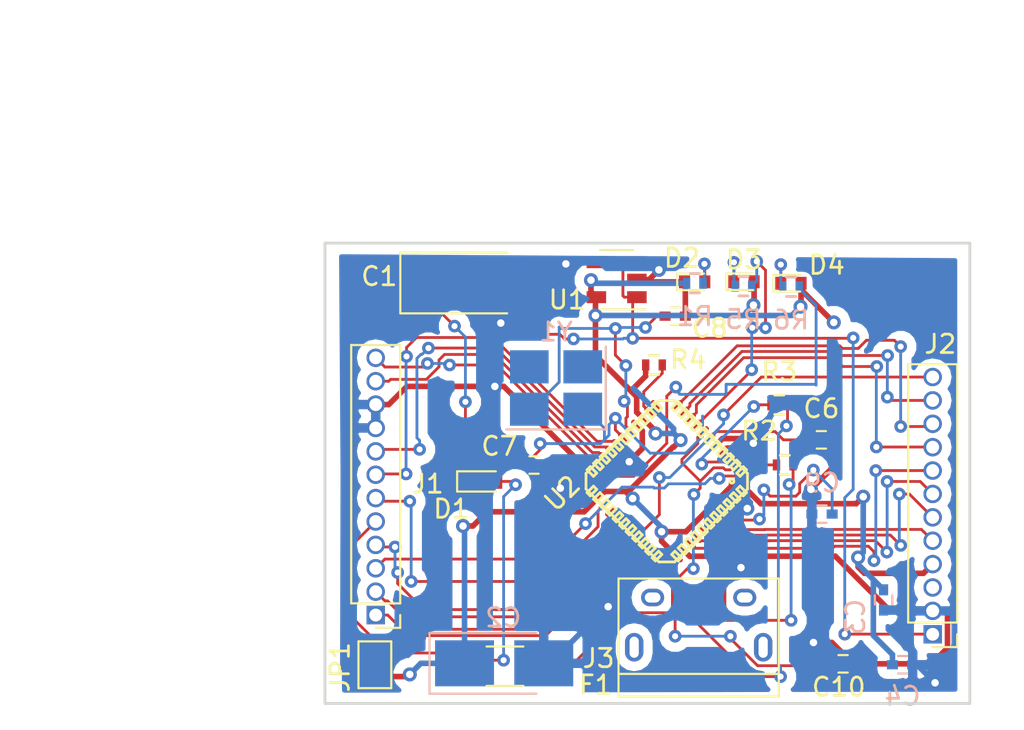
<source format=kicad_pcb>
(kicad_pcb (version 20170123) (host pcbnew no-vcs-found-7591~57~ubuntu16.04.1)

  (general
    (links 77)
    (no_connects 0)
    (area 64.924999 74.924999 100.075001 100.075001)
    (thickness 1.6)
    (drawings 6)
    (tracks 622)
    (zones 0)
    (modules 27)
    (nets 45)
  )

  (page A4)
  (title_block
    (title "Arduino PRO")
    (date 2017-02-14)
    (rev 0.0.1)
    (company UFAL)
  )

  (layers
    (0 F.Cu signal)
    (31 B.Cu signal)
    (32 B.Adhes user)
    (33 F.Adhes user)
    (34 B.Paste user)
    (35 F.Paste user)
    (36 B.SilkS user)
    (37 F.SilkS user)
    (38 B.Mask user)
    (39 F.Mask user)
    (40 Dwgs.User user)
    (41 Cmts.User user)
    (42 Eco1.User user)
    (43 Eco2.User user)
    (44 Edge.Cuts user)
    (45 Margin user)
    (46 B.CrtYd user)
    (47 F.CrtYd user)
    (48 B.Fab user)
    (49 F.Fab user)
  )

  (setup
    (last_trace_width 0.1524)
    (trace_clearance 0.1524)
    (zone_clearance 0.508)
    (zone_45_only no)
    (trace_min 0.000152)
    (segment_width 0.2)
    (edge_width 0.15)
    (via_size 0.6858)
    (via_drill 0.3302)
    (via_min_size 0.001524)
    (via_min_drill 0.003556)
    (uvia_size 0.3)
    (uvia_drill 0.1)
    (uvias_allowed no)
    (uvia_min_size 0.00254)
    (uvia_min_drill 0.00254)
    (pcb_text_width 0.3)
    (pcb_text_size 1.5 1.5)
    (mod_edge_width 0.1)
    (mod_text_size 0.25 0.25)
    (mod_text_width 0.0625)
    (pad_size 1.524 1.524)
    (pad_drill 0.762)
    (pad_to_mask_clearance 0.2)
    (aux_axis_origin 0 0)
    (visible_elements 7FFEEFFF)
    (pcbplotparams
      (layerselection 0x00030_80000001)
      (usegerberextensions false)
      (excludeedgelayer true)
      (linewidth 0.100000)
      (plotframeref false)
      (viasonmask false)
      (mode 1)
      (useauxorigin false)
      (hpglpennumber 1)
      (hpglpenspeed 20)
      (hpglpendiameter 15)
      (psnegative false)
      (psa4output false)
      (plotreference true)
      (plotvalue true)
      (plotinvisibletext false)
      (padsonsilk false)
      (subtractmaskfromsilk false)
      (outputformat 1)
      (mirror false)
      (drillshape 1)
      (scaleselection 1)
      (outputdirectory ""))
  )

  (net 0 "")
  (net 1 /RAW)
  (net 2 GND)
  (net 3 VCC)
  (net 4 "Net-(C6-Pad1)")
  (net 5 "Net-(C7-Pad1)")
  (net 6 "Net-(C8-Pad1)")
  (net 7 "Net-(C9-Pad1)")
  (net 8 /UVCC)
  (net 9 "Net-(D1-Pad2)")
  (net 10 "Net-(D2-Pad2)")
  (net 11 "Net-(D3-Pad1)")
  (net 12 "Net-(D4-Pad1)")
  (net 13 /D9)
  (net 14 /D8)
  (net 15 /D7)
  (net 16 /D6)
  (net 17 /D5)
  (net 18 /D4)
  (net 19 /D3)
  (net 20 /D2)
  (net 21 /RXI)
  (net 22 /TXO)
  (net 23 "Net-(J2-Pad3)")
  (net 24 /A3)
  (net 25 /A2)
  (net 26 /A1)
  (net 27 /A0)
  (net 28 /SCK)
  (net 29 /MISO)
  (net 30 /MOSI)
  (net 31 /D10)
  (net 32 "Net-(J3-Pad2)")
  (net 33 "Net-(J3-Pad3)")
  (net 34 /D+)
  (net 35 /D-)
  (net 36 "Net-(R4-Pad1)")
  (net 37 /TXLED)
  (net 38 "Net-(R6-Pad2)")
  (net 39 "Net-(U1-Pad4)")
  (net 40 "Net-(U2-Pad12)")
  (net 41 "Net-(U2-Pad26)")
  (net 42 "Net-(U2-Pad32)")
  (net 43 "Net-(U2-Pad40)")
  (net 44 "Net-(U2-Pad41)")

  (net_class Default "Esta é a classe de net default."
    (clearance 0.1524)
    (trace_width 0.1524)
    (via_dia 0.6858)
    (via_drill 0.3302)
    (uvia_dia 0.3)
    (uvia_drill 0.1)
    (add_net /A0)
    (add_net /A1)
    (add_net /A2)
    (add_net /A3)
    (add_net /D+)
    (add_net /D-)
    (add_net /D10)
    (add_net /D2)
    (add_net /D3)
    (add_net /D4)
    (add_net /D5)
    (add_net /D6)
    (add_net /D7)
    (add_net /D8)
    (add_net /D9)
    (add_net /MISO)
    (add_net /MOSI)
    (add_net /RAW)
    (add_net /RXI)
    (add_net /SCK)
    (add_net /TXLED)
    (add_net /TXO)
    (add_net /UVCC)
    (add_net "Net-(C6-Pad1)")
    (add_net "Net-(C7-Pad1)")
    (add_net "Net-(C8-Pad1)")
    (add_net "Net-(C9-Pad1)")
    (add_net "Net-(D1-Pad2)")
    (add_net "Net-(D2-Pad2)")
    (add_net "Net-(D3-Pad1)")
    (add_net "Net-(D4-Pad1)")
    (add_net "Net-(J2-Pad3)")
    (add_net "Net-(J3-Pad2)")
    (add_net "Net-(J3-Pad3)")
    (add_net "Net-(R4-Pad1)")
    (add_net "Net-(R6-Pad2)")
    (add_net "Net-(U1-Pad4)")
    (add_net "Net-(U2-Pad12)")
    (add_net "Net-(U2-Pad26)")
    (add_net "Net-(U2-Pad32)")
    (add_net "Net-(U2-Pad40)")
    (add_net "Net-(U2-Pad41)")
  )

  (net_class Power ""
    (clearance 0.1524)
    (trace_width 0.3048)
    (via_dia 0.762)
    (via_drill 0.4064)
    (uvia_dia 0.3)
    (uvia_drill 0.1)
    (add_net GND)
    (add_net VCC)
  )

  (module Capacitors_SMD:C_0402 (layer B.Cu) (tedit 5415D599) (tstamp 58A35148)
    (at 95.3174 94.37878 270)
    (descr "Capacitor SMD 0402, reflow soldering, AVX (see smccp.pdf)")
    (tags "capacitor 0402")
    (path /58A0D455)
    (attr smd)
    (fp_text reference C3 (at 0.9232 1.52908 270) (layer B.SilkS)
      (effects (font (size 1 1) (thickness 0.15)) (justify mirror))
    )
    (fp_text value 1uF (at 0 -1.7 270) (layer B.Fab)
      (effects (font (size 1 1) (thickness 0.15)) (justify mirror))
    )
    (fp_line (start -0.5 -0.25) (end -0.5 0.25) (layer B.Fab) (width 0.1))
    (fp_line (start 0.5 -0.25) (end -0.5 -0.25) (layer B.Fab) (width 0.1))
    (fp_line (start 0.5 0.25) (end 0.5 -0.25) (layer B.Fab) (width 0.1))
    (fp_line (start -0.5 0.25) (end 0.5 0.25) (layer B.Fab) (width 0.1))
    (fp_line (start -1.15 0.6) (end 1.15 0.6) (layer B.CrtYd) (width 0.05))
    (fp_line (start -1.15 -0.6) (end 1.15 -0.6) (layer B.CrtYd) (width 0.05))
    (fp_line (start -1.15 0.6) (end -1.15 -0.6) (layer B.CrtYd) (width 0.05))
    (fp_line (start 1.15 0.6) (end 1.15 -0.6) (layer B.CrtYd) (width 0.05))
    (fp_line (start 0.25 0.475) (end -0.25 0.475) (layer B.SilkS) (width 0.12))
    (fp_line (start -0.25 -0.475) (end 0.25 -0.475) (layer B.SilkS) (width 0.12))
    (pad 1 smd rect (at -0.55 0 270) (size 0.6 0.5) (layers B.Cu B.Paste B.Mask)
      (net 3 VCC))
    (pad 2 smd rect (at 0.55 0 270) (size 0.6 0.5) (layers B.Cu B.Paste B.Mask)
      (net 2 GND))
    (model Capacitors_SMD.3dshapes/C_0402.wrl
      (at (xyz 0 0 0))
      (scale (xyz 1 1 1))
      (rotate (xyz 0 0 0))
    )
  )

  (module Socket_Strips:Socket_Strip_Straight_1x12_Pitch1.27mm (layer F.Cu) (tedit 58A4A795) (tstamp 58A351AA)
    (at 97.98304 96.24314 180)
    (descr "Through hole straight socket strip, 1x12, 1.27mm pitch, single row")
    (tags "Through hole socket strip THT 1x12 1.27mm single row")
    (path /58A2E771)
    (fp_text reference J2 (at -0.41656 15.75816 180) (layer F.SilkS)
      (effects (font (size 1 1) (thickness 0.15)))
    )
    (fp_text value CONN_01X12 (at 0 15.665 180) (layer F.Fab)
      (effects (font (size 1 1) (thickness 0.15)))
    )
    (fp_line (start -1.27 -0.635) (end -1.27 14.605) (layer F.Fab) (width 0.1))
    (fp_line (start -1.27 14.605) (end 1.27 14.605) (layer F.Fab) (width 0.1))
    (fp_line (start 1.27 14.605) (end 1.27 -0.635) (layer F.Fab) (width 0.1))
    (fp_line (start 1.27 -0.635) (end -1.27 -0.635) (layer F.Fab) (width 0.1))
    (fp_line (start -1.33 0.635) (end -1.33 14.665) (layer F.SilkS) (width 0.12))
    (fp_line (start -1.33 14.665) (end 1.33 14.665) (layer F.SilkS) (width 0.12))
    (fp_line (start 1.33 14.665) (end 1.33 0.635) (layer F.SilkS) (width 0.12))
    (fp_line (start 1.33 0.635) (end -1.33 0.635) (layer F.SilkS) (width 0.12))
    (fp_line (start -1.33 0) (end -1.33 -0.695) (layer F.SilkS) (width 0.12))
    (fp_line (start -1.33 -0.695) (end 0 -0.695) (layer F.SilkS) (width 0.12))
    (fp_line (start -1.55 -0.9) (end -1.55 14.9) (layer F.CrtYd) (width 0.05))
    (fp_line (start -1.55 14.9) (end 1.55 14.9) (layer F.CrtYd) (width 0.05))
    (fp_line (start 1.55 14.9) (end 1.55 -0.9) (layer F.CrtYd) (width 0.05))
    (fp_line (start 1.55 -0.9) (end -1.55 -0.9) (layer F.CrtYd) (width 0.05))
    (pad 1 thru_hole rect (at 0 0 180) (size 1 1) (drill 0.7) (layers *.Cu *.Mask)
      (net 1 /RAW))
    (pad 2 thru_hole oval (at 0 1.27 180) (size 1 1) (drill 0.7) (layers *.Cu *.Mask)
      (net 2 GND))
    (pad 3 thru_hole oval (at 0 2.54 180) (size 1 1) (drill 0.7) (layers *.Cu *.Mask)
      (net 23 "Net-(J2-Pad3)"))
    (pad 4 thru_hole oval (at 0 3.81 180) (size 1 1) (drill 0.7) (layers *.Cu *.Mask)
      (net 3 VCC))
    (pad 5 thru_hole oval (at 0 5.08 180) (size 1 1) (drill 0.7) (layers *.Cu *.Mask)
      (net 24 /A3))
    (pad 6 thru_hole oval (at 0 6.35 180) (size 1 1) (drill 0.7) (layers *.Cu *.Mask)
      (net 25 /A2))
    (pad 7 thru_hole oval (at 0 7.62 180) (size 1 1) (drill 0.7) (layers *.Cu *.Mask)
      (net 26 /A1))
    (pad 8 thru_hole oval (at 0 8.89 180) (size 1 1) (drill 0.7) (layers *.Cu *.Mask)
      (net 27 /A0))
    (pad 9 thru_hole oval (at 0 10.16 180) (size 1 1) (drill 0.7) (layers *.Cu *.Mask)
      (net 28 /SCK))
    (pad 10 thru_hole oval (at 0 11.43 180) (size 1 1) (drill 0.7) (layers *.Cu *.Mask)
      (net 29 /MISO))
    (pad 11 thru_hole oval (at 0 12.7 180) (size 1 1) (drill 0.7) (layers *.Cu *.Mask)
      (net 30 /MOSI))
    (pad 12 thru_hole oval (at 0 13.97 180) (size 1 1) (drill 0.7) (layers *.Cu *.Mask)
      (net 31 /D10))
    (model Socket_Strips.3dshapes/Socket_Strip_Straight_1x12_Pitch1.27mm.wrl
      (at (xyz 0 0 0))
      (scale (xyz 1 1 1))
      (rotate (xyz 0 0 0))
    )
  )

  (module Capacitors_Tantalum_SMD:CP_Tantalum_Case-B_EIA-3528-21_Hand (layer F.Cu) (tedit 57B6E980) (tstamp 58A3513C)
    (at 73.14046 77.1652)
    (descr "Tantalum capacitor, Case B, EIA 3528-21, 3.5x2.8x1.9mm, Hand soldering footprint")
    (tags "capacitor tantalum smd")
    (path /58A0DCF0)
    (attr smd)
    (fp_text reference C1 (at -5.19546 -0.35814) (layer F.SilkS)
      (effects (font (size 1 1) (thickness 0.15)))
    )
    (fp_text value 10uF (at 0 3.15) (layer F.Fab)
      (effects (font (size 1 1) (thickness 0.15)))
    )
    (fp_line (start -4.15 -1.75) (end -4.15 1.75) (layer F.CrtYd) (width 0.05))
    (fp_line (start -4.15 1.75) (end 4.15 1.75) (layer F.CrtYd) (width 0.05))
    (fp_line (start 4.15 1.75) (end 4.15 -1.75) (layer F.CrtYd) (width 0.05))
    (fp_line (start 4.15 -1.75) (end -4.15 -1.75) (layer F.CrtYd) (width 0.05))
    (fp_line (start -1.75 -1.4) (end -1.75 1.4) (layer F.Fab) (width 0.1))
    (fp_line (start -1.75 1.4) (end 1.75 1.4) (layer F.Fab) (width 0.1))
    (fp_line (start 1.75 1.4) (end 1.75 -1.4) (layer F.Fab) (width 0.1))
    (fp_line (start 1.75 -1.4) (end -1.75 -1.4) (layer F.Fab) (width 0.1))
    (fp_line (start -1.4 -1.4) (end -1.4 1.4) (layer F.Fab) (width 0.1))
    (fp_line (start -1.225 -1.4) (end -1.225 1.4) (layer F.Fab) (width 0.1))
    (fp_line (start -4.05 -1.65) (end 1.75 -1.65) (layer F.SilkS) (width 0.12))
    (fp_line (start -4.05 1.65) (end 1.75 1.65) (layer F.SilkS) (width 0.12))
    (fp_line (start -4.05 -1.65) (end -4.05 1.65) (layer F.SilkS) (width 0.12))
    (pad 1 smd rect (at -2.15 0) (size 3.2 2.5) (layers F.Cu F.Paste F.Mask)
      (net 1 /RAW))
    (pad 2 smd rect (at 2.15 0) (size 3.2 2.5) (layers F.Cu F.Paste F.Mask)
      (net 2 GND))
    (model Capacitors_Tantalum_SMD.3dshapes/CP_Tantalum_Case-B_EIA-3528-21.wrl
      (at (xyz 0 0 0))
      (scale (xyz 1 1 1))
      (rotate (xyz 0 0 0))
    )
  )

  (module Capacitors_Tantalum_SMD:CP_Tantalum_Case-B_EIA-3528-21_Hand (layer B.Cu) (tedit 57B6E980) (tstamp 58A35142)
    (at 74.72564 97.82048)
    (descr "Tantalum capacitor, Case B, EIA 3528-21, 3.5x2.8x1.9mm, Hand soldering footprint")
    (tags "capacitor tantalum smd")
    (path /58A0E923)
    (attr smd)
    (fp_text reference C2 (at -0.0471 -2.48158) (layer B.SilkS)
      (effects (font (size 1 1) (thickness 0.15)) (justify mirror))
    )
    (fp_text value 10uF (at 0 -3.15) (layer B.Fab)
      (effects (font (size 1 1) (thickness 0.15)) (justify mirror))
    )
    (fp_line (start -4.15 1.75) (end -4.15 -1.75) (layer B.CrtYd) (width 0.05))
    (fp_line (start -4.15 -1.75) (end 4.15 -1.75) (layer B.CrtYd) (width 0.05))
    (fp_line (start 4.15 -1.75) (end 4.15 1.75) (layer B.CrtYd) (width 0.05))
    (fp_line (start 4.15 1.75) (end -4.15 1.75) (layer B.CrtYd) (width 0.05))
    (fp_line (start -1.75 1.4) (end -1.75 -1.4) (layer B.Fab) (width 0.1))
    (fp_line (start -1.75 -1.4) (end 1.75 -1.4) (layer B.Fab) (width 0.1))
    (fp_line (start 1.75 -1.4) (end 1.75 1.4) (layer B.Fab) (width 0.1))
    (fp_line (start 1.75 1.4) (end -1.75 1.4) (layer B.Fab) (width 0.1))
    (fp_line (start -1.4 1.4) (end -1.4 -1.4) (layer B.Fab) (width 0.1))
    (fp_line (start -1.225 1.4) (end -1.225 -1.4) (layer B.Fab) (width 0.1))
    (fp_line (start -4.05 1.65) (end 1.75 1.65) (layer B.SilkS) (width 0.12))
    (fp_line (start -4.05 -1.65) (end 1.75 -1.65) (layer B.SilkS) (width 0.12))
    (fp_line (start -4.05 1.65) (end -4.05 -1.65) (layer B.SilkS) (width 0.12))
    (pad 1 smd rect (at -2.15 0) (size 3.2 2.5) (layers B.Cu B.Paste B.Mask)
      (net 3 VCC))
    (pad 2 smd rect (at 2.15 0) (size 3.2 2.5) (layers B.Cu B.Paste B.Mask)
      (net 2 GND))
    (model Capacitors_Tantalum_SMD.3dshapes/CP_Tantalum_Case-B_EIA-3528-21.wrl
      (at (xyz 0 0 0))
      (scale (xyz 1 1 1))
      (rotate (xyz 0 0 0))
    )
  )

  (module Capacitors_SMD:C_0402 (layer B.Cu) (tedit 5415D599) (tstamp 58A3514E)
    (at 96.34864 97.89922)
    (descr "Capacitor SMD 0402, reflow soldering, AVX (see smccp.pdf)")
    (tags "capacitor 0402")
    (path /58A0EC7A)
    (attr smd)
    (fp_text reference C4 (at 0 1.7) (layer B.SilkS)
      (effects (font (size 1 1) (thickness 0.15)) (justify mirror))
    )
    (fp_text value 0.1uF (at 0 -1.7) (layer B.Fab)
      (effects (font (size 1 1) (thickness 0.15)) (justify mirror))
    )
    (fp_line (start -0.5 -0.25) (end -0.5 0.25) (layer B.Fab) (width 0.1))
    (fp_line (start 0.5 -0.25) (end -0.5 -0.25) (layer B.Fab) (width 0.1))
    (fp_line (start 0.5 0.25) (end 0.5 -0.25) (layer B.Fab) (width 0.1))
    (fp_line (start -0.5 0.25) (end 0.5 0.25) (layer B.Fab) (width 0.1))
    (fp_line (start -1.15 0.6) (end 1.15 0.6) (layer B.CrtYd) (width 0.05))
    (fp_line (start -1.15 -0.6) (end 1.15 -0.6) (layer B.CrtYd) (width 0.05))
    (fp_line (start -1.15 0.6) (end -1.15 -0.6) (layer B.CrtYd) (width 0.05))
    (fp_line (start 1.15 0.6) (end 1.15 -0.6) (layer B.CrtYd) (width 0.05))
    (fp_line (start 0.25 0.475) (end -0.25 0.475) (layer B.SilkS) (width 0.12))
    (fp_line (start -0.25 -0.475) (end 0.25 -0.475) (layer B.SilkS) (width 0.12))
    (pad 1 smd rect (at -0.55 0) (size 0.6 0.5) (layers B.Cu B.Paste B.Mask)
      (net 3 VCC))
    (pad 2 smd rect (at 0.55 0) (size 0.6 0.5) (layers B.Cu B.Paste B.Mask)
      (net 2 GND))
    (model Capacitors_SMD.3dshapes/C_0402.wrl
      (at (xyz 0 0 0))
      (scale (xyz 1 1 1))
      (rotate (xyz 0 0 0))
    )
  )

  (module Capacitors_SMD:C_0402 (layer F.Cu) (tedit 5415D599) (tstamp 58A35154)
    (at 91.94156 85.68436)
    (descr "Capacitor SMD 0402, reflow soldering, AVX (see smccp.pdf)")
    (tags "capacitor 0402")
    (path /58A0D5B7)
    (attr smd)
    (fp_text reference C6 (at 0 -1.7) (layer F.SilkS)
      (effects (font (size 1 1) (thickness 0.15)))
    )
    (fp_text value 1uF (at 0 1.7) (layer F.Fab)
      (effects (font (size 1 1) (thickness 0.15)))
    )
    (fp_line (start -0.5 0.25) (end -0.5 -0.25) (layer F.Fab) (width 0.1))
    (fp_line (start 0.5 0.25) (end -0.5 0.25) (layer F.Fab) (width 0.1))
    (fp_line (start 0.5 -0.25) (end 0.5 0.25) (layer F.Fab) (width 0.1))
    (fp_line (start -0.5 -0.25) (end 0.5 -0.25) (layer F.Fab) (width 0.1))
    (fp_line (start -1.15 -0.6) (end 1.15 -0.6) (layer F.CrtYd) (width 0.05))
    (fp_line (start -1.15 0.6) (end 1.15 0.6) (layer F.CrtYd) (width 0.05))
    (fp_line (start -1.15 -0.6) (end -1.15 0.6) (layer F.CrtYd) (width 0.05))
    (fp_line (start 1.15 -0.6) (end 1.15 0.6) (layer F.CrtYd) (width 0.05))
    (fp_line (start 0.25 -0.475) (end -0.25 -0.475) (layer F.SilkS) (width 0.12))
    (fp_line (start -0.25 0.475) (end 0.25 0.475) (layer F.SilkS) (width 0.12))
    (pad 1 smd rect (at -0.55 0) (size 0.6 0.5) (layers F.Cu F.Paste F.Mask)
      (net 4 "Net-(C6-Pad1)"))
    (pad 2 smd rect (at 0.55 0) (size 0.6 0.5) (layers F.Cu F.Paste F.Mask)
      (net 2 GND))
    (model Capacitors_SMD.3dshapes/C_0402.wrl
      (at (xyz 0 0 0))
      (scale (xyz 1 1 1))
      (rotate (xyz 0 0 0))
    )
  )

  (module Capacitors_SMD:C_0402 (layer F.Cu) (tedit 5415D599) (tstamp 58A3515A)
    (at 76.34614 87.05088)
    (descr "Capacitor SMD 0402, reflow soldering, AVX (see smccp.pdf)")
    (tags "capacitor 0402")
    (path /58A0D584)
    (attr smd)
    (fp_text reference C7 (at -1.8835 -1.02362) (layer F.SilkS)
      (effects (font (size 1 1) (thickness 0.15)))
    )
    (fp_text value 22pF (at 0 1.7) (layer F.Fab)
      (effects (font (size 1 1) (thickness 0.15)))
    )
    (fp_line (start -0.5 0.25) (end -0.5 -0.25) (layer F.Fab) (width 0.1))
    (fp_line (start 0.5 0.25) (end -0.5 0.25) (layer F.Fab) (width 0.1))
    (fp_line (start 0.5 -0.25) (end 0.5 0.25) (layer F.Fab) (width 0.1))
    (fp_line (start -0.5 -0.25) (end 0.5 -0.25) (layer F.Fab) (width 0.1))
    (fp_line (start -1.15 -0.6) (end 1.15 -0.6) (layer F.CrtYd) (width 0.05))
    (fp_line (start -1.15 0.6) (end 1.15 0.6) (layer F.CrtYd) (width 0.05))
    (fp_line (start -1.15 -0.6) (end -1.15 0.6) (layer F.CrtYd) (width 0.05))
    (fp_line (start 1.15 -0.6) (end 1.15 0.6) (layer F.CrtYd) (width 0.05))
    (fp_line (start 0.25 -0.475) (end -0.25 -0.475) (layer F.SilkS) (width 0.12))
    (fp_line (start -0.25 0.475) (end 0.25 0.475) (layer F.SilkS) (width 0.12))
    (pad 1 smd rect (at -0.55 0) (size 0.6 0.5) (layers F.Cu F.Paste F.Mask)
      (net 5 "Net-(C7-Pad1)"))
    (pad 2 smd rect (at 0.55 0) (size 0.6 0.5) (layers F.Cu F.Paste F.Mask)
      (net 2 GND))
    (model Capacitors_SMD.3dshapes/C_0402.wrl
      (at (xyz 0 0 0))
      (scale (xyz 1 1 1))
      (rotate (xyz 0 0 0))
    )
  )

  (module Capacitors_SMD:C_0402 (layer F.Cu) (tedit 5415D599) (tstamp 58A35160)
    (at 84.00932 78.96606)
    (descr "Capacitor SMD 0402, reflow soldering, AVX (see smccp.pdf)")
    (tags "capacitor 0402")
    (path /58A0D4C9)
    (attr smd)
    (fp_text reference C8 (at 1.8757 0.6477) (layer F.SilkS)
      (effects (font (size 1 1) (thickness 0.15)))
    )
    (fp_text value 22pF (at 0 1.7) (layer F.Fab)
      (effects (font (size 1 1) (thickness 0.15)))
    )
    (fp_line (start -0.5 0.25) (end -0.5 -0.25) (layer F.Fab) (width 0.1))
    (fp_line (start 0.5 0.25) (end -0.5 0.25) (layer F.Fab) (width 0.1))
    (fp_line (start 0.5 -0.25) (end 0.5 0.25) (layer F.Fab) (width 0.1))
    (fp_line (start -0.5 -0.25) (end 0.5 -0.25) (layer F.Fab) (width 0.1))
    (fp_line (start -1.15 -0.6) (end 1.15 -0.6) (layer F.CrtYd) (width 0.05))
    (fp_line (start -1.15 0.6) (end 1.15 0.6) (layer F.CrtYd) (width 0.05))
    (fp_line (start -1.15 -0.6) (end -1.15 0.6) (layer F.CrtYd) (width 0.05))
    (fp_line (start 1.15 -0.6) (end 1.15 0.6) (layer F.CrtYd) (width 0.05))
    (fp_line (start 0.25 -0.475) (end -0.25 -0.475) (layer F.SilkS) (width 0.12))
    (fp_line (start -0.25 0.475) (end 0.25 0.475) (layer F.SilkS) (width 0.12))
    (pad 1 smd rect (at -0.55 0) (size 0.6 0.5) (layers F.Cu F.Paste F.Mask)
      (net 6 "Net-(C8-Pad1)"))
    (pad 2 smd rect (at 0.55 0) (size 0.6 0.5) (layers F.Cu F.Paste F.Mask)
      (net 2 GND))
    (model Capacitors_SMD.3dshapes/C_0402.wrl
      (at (xyz 0 0 0))
      (scale (xyz 1 1 1))
      (rotate (xyz 0 0 0))
    )
  )

  (module Capacitors_SMD:C_0402 (layer B.Cu) (tedit 5415D599) (tstamp 58A35166)
    (at 91.9773 89.71534 180)
    (descr "Capacitor SMD 0402, reflow soldering, AVX (see smccp.pdf)")
    (tags "capacitor 0402")
    (path /58A0D491)
    (attr smd)
    (fp_text reference C9 (at 0 1.7 180) (layer B.SilkS)
      (effects (font (size 1 1) (thickness 0.15)) (justify mirror))
    )
    (fp_text value 0.1uF (at 0 -1.7 180) (layer B.Fab)
      (effects (font (size 1 1) (thickness 0.15)) (justify mirror))
    )
    (fp_line (start -0.5 -0.25) (end -0.5 0.25) (layer B.Fab) (width 0.1))
    (fp_line (start 0.5 -0.25) (end -0.5 -0.25) (layer B.Fab) (width 0.1))
    (fp_line (start 0.5 0.25) (end 0.5 -0.25) (layer B.Fab) (width 0.1))
    (fp_line (start -0.5 0.25) (end 0.5 0.25) (layer B.Fab) (width 0.1))
    (fp_line (start -1.15 0.6) (end 1.15 0.6) (layer B.CrtYd) (width 0.05))
    (fp_line (start -1.15 -0.6) (end 1.15 -0.6) (layer B.CrtYd) (width 0.05))
    (fp_line (start -1.15 0.6) (end -1.15 -0.6) (layer B.CrtYd) (width 0.05))
    (fp_line (start 1.15 0.6) (end 1.15 -0.6) (layer B.CrtYd) (width 0.05))
    (fp_line (start 0.25 0.475) (end -0.25 0.475) (layer B.SilkS) (width 0.12))
    (fp_line (start -0.25 -0.475) (end 0.25 -0.475) (layer B.SilkS) (width 0.12))
    (pad 1 smd rect (at -0.55 0 180) (size 0.6 0.5) (layers B.Cu B.Paste B.Mask)
      (net 7 "Net-(C9-Pad1)"))
    (pad 2 smd rect (at 0.55 0 180) (size 0.6 0.5) (layers B.Cu B.Paste B.Mask)
      (net 2 GND))
    (model Capacitors_SMD.3dshapes/C_0402.wrl
      (at (xyz 0 0 0))
      (scale (xyz 1 1 1))
      (rotate (xyz 0 0 0))
    )
  )

  (module Capacitors_SMD:C_0402 (layer F.Cu) (tedit 5415D599) (tstamp 58A3516C)
    (at 93.12148 97.84842)
    (descr "Capacitor SMD 0402, reflow soldering, AVX (see smccp.pdf)")
    (tags "capacitor 0402")
    (path /58A0D434)
    (attr smd)
    (fp_text reference C10 (at -0.23622 1.25984) (layer F.SilkS)
      (effects (font (size 1 1) (thickness 0.15)))
    )
    (fp_text value 1uF (at 0 1.7) (layer F.Fab)
      (effects (font (size 1 1) (thickness 0.15)))
    )
    (fp_line (start -0.5 0.25) (end -0.5 -0.25) (layer F.Fab) (width 0.1))
    (fp_line (start 0.5 0.25) (end -0.5 0.25) (layer F.Fab) (width 0.1))
    (fp_line (start 0.5 -0.25) (end 0.5 0.25) (layer F.Fab) (width 0.1))
    (fp_line (start -0.5 -0.25) (end 0.5 -0.25) (layer F.Fab) (width 0.1))
    (fp_line (start -1.15 -0.6) (end 1.15 -0.6) (layer F.CrtYd) (width 0.05))
    (fp_line (start -1.15 0.6) (end 1.15 0.6) (layer F.CrtYd) (width 0.05))
    (fp_line (start -1.15 -0.6) (end -1.15 0.6) (layer F.CrtYd) (width 0.05))
    (fp_line (start 1.15 -0.6) (end 1.15 0.6) (layer F.CrtYd) (width 0.05))
    (fp_line (start 0.25 -0.475) (end -0.25 -0.475) (layer F.SilkS) (width 0.12))
    (fp_line (start -0.25 0.475) (end 0.25 0.475) (layer F.SilkS) (width 0.12))
    (pad 1 smd rect (at -0.55 0) (size 0.6 0.5) (layers F.Cu F.Paste F.Mask)
      (net 8 /UVCC))
    (pad 2 smd rect (at 0.55 0) (size 0.6 0.5) (layers F.Cu F.Paste F.Mask)
      (net 2 GND))
    (model Capacitors_SMD.3dshapes/C_0402.wrl
      (at (xyz 0 0 0))
      (scale (xyz 1 1 1))
      (rotate (xyz 0 0 0))
    )
  )

  (module Diodes_SMD:D_0603 (layer F.Cu) (tedit 5863D73A) (tstamp 58A35172)
    (at 73.47368 87.94242)
    (descr "Diode SMD in 0603 package")
    (tags "smd diode")
    (path /58A49B39)
    (attr smd)
    (fp_text reference D1 (at -1.612 1.49352) (layer F.SilkS)
      (effects (font (size 1 1) (thickness 0.15)))
    )
    (fp_text value D (at 0 -1.5) (layer F.Fab)
      (effects (font (size 1 1) (thickness 0.15)))
    )
    (fp_line (start -1.3 -0.55) (end -1.3 0.55) (layer F.SilkS) (width 0.12))
    (fp_line (start 1.4 0.65) (end 1.4 -0.65) (layer F.CrtYd) (width 0.05))
    (fp_line (start -1.4 0.65) (end 1.4 0.65) (layer F.CrtYd) (width 0.05))
    (fp_line (start -1.4 -0.65) (end -1.4 0.65) (layer F.CrtYd) (width 0.05))
    (fp_line (start 1.4 -0.65) (end -1.4 -0.65) (layer F.CrtYd) (width 0.05))
    (fp_line (start 0.2 0) (end 0.4 0) (layer F.Fab) (width 0.1))
    (fp_line (start -0.1 0) (end -0.3 0) (layer F.Fab) (width 0.1))
    (fp_line (start -0.1 -0.2) (end -0.1 0.2) (layer F.Fab) (width 0.1))
    (fp_line (start 0.2 0.2) (end 0.2 -0.2) (layer F.Fab) (width 0.1))
    (fp_line (start -0.1 0) (end 0.2 0.2) (layer F.Fab) (width 0.1))
    (fp_line (start 0.2 -0.2) (end -0.1 0) (layer F.Fab) (width 0.1))
    (fp_line (start -0.8 0.4) (end -0.8 -0.4) (layer F.Fab) (width 0.1))
    (fp_line (start 0.8 0.4) (end -0.8 0.4) (layer F.Fab) (width 0.1))
    (fp_line (start 0.8 -0.4) (end 0.8 0.4) (layer F.Fab) (width 0.1))
    (fp_line (start -0.8 -0.4) (end 0.8 -0.4) (layer F.Fab) (width 0.1))
    (fp_line (start -1.3 0.55) (end 0.8 0.55) (layer F.SilkS) (width 0.12))
    (fp_line (start -1.3 -0.55) (end 0.8 -0.55) (layer F.SilkS) (width 0.12))
    (pad 1 smd rect (at -0.85 0) (size 0.6 0.8) (layers F.Cu F.Paste F.Mask)
      (net 1 /RAW))
    (pad 2 smd rect (at 0.85 0) (size 0.6 0.8) (layers F.Cu F.Paste F.Mask)
      (net 9 "Net-(D1-Pad2)"))
  )

  (module LEDs:LED_0402 (layer F.Cu) (tedit 57FE9357) (tstamp 58A35178)
    (at 85.06596 77.10424)
    (descr "LED 0402 smd package")
    (tags "LED led 0402 SMD smd SMT smt smdled SMDLED smtled SMTLED")
    (path /58A0D9B9)
    (attr smd)
    (fp_text reference D2 (at -0.69224 -1.2954) (layer F.SilkS)
      (effects (font (size 1 1) (thickness 0.15)))
    )
    (fp_text value Red (at 0 1.4) (layer F.Fab)
      (effects (font (size 1 1) (thickness 0.15)))
    )
    (fp_line (start -0.95 -0.45) (end -0.95 0.45) (layer F.SilkS) (width 0.12))
    (fp_line (start -0.15 -0.2) (end -0.15 0.2) (layer F.Fab) (width 0.1))
    (fp_line (start -0.15 0) (end 0.15 -0.2) (layer F.Fab) (width 0.1))
    (fp_line (start 0.15 0.2) (end -0.15 0) (layer F.Fab) (width 0.1))
    (fp_line (start 0.15 -0.2) (end 0.15 0.2) (layer F.Fab) (width 0.1))
    (fp_line (start 0.5 0.25) (end -0.5 0.25) (layer F.Fab) (width 0.1))
    (fp_line (start 0.5 -0.25) (end 0.5 0.25) (layer F.Fab) (width 0.1))
    (fp_line (start -0.5 -0.25) (end 0.5 -0.25) (layer F.Fab) (width 0.1))
    (fp_line (start -0.5 0.25) (end -0.5 -0.25) (layer F.Fab) (width 0.1))
    (fp_line (start -0.95 0.45) (end 0.5 0.45) (layer F.SilkS) (width 0.12))
    (fp_line (start -0.95 -0.45) (end 0.5 -0.45) (layer F.SilkS) (width 0.12))
    (fp_line (start 1 -0.5) (end 1 0.5) (layer F.CrtYd) (width 0.05))
    (fp_line (start 1 0.5) (end -1 0.5) (layer F.CrtYd) (width 0.05))
    (fp_line (start -1 0.5) (end -1 -0.5) (layer F.CrtYd) (width 0.05))
    (fp_line (start -1 -0.5) (end 1 -0.5) (layer F.CrtYd) (width 0.05))
    (pad 2 smd rect (at 0.55 0 180) (size 0.6 0.7) (layers F.Cu F.Paste F.Mask)
      (net 10 "Net-(D2-Pad2)"))
    (pad 1 smd rect (at -0.55 0 180) (size 0.6 0.7) (layers F.Cu F.Paste F.Mask)
      (net 2 GND))
    (model LEDs.3dshapes/LED_0402.wrl
      (at (xyz 0 0 0))
      (scale (xyz 1 1 1))
      (rotate (xyz 0 0 180))
    )
  )

  (module LEDs:LED_0402 (layer F.Cu) (tedit 57FE9357) (tstamp 58A3517E)
    (at 87.7404 77.09916)
    (descr "LED 0402 smd package")
    (tags "LED led 0402 SMD smd SMT smt smdled SMDLED smtled SMTLED")
    (path /58A0D96F)
    (attr smd)
    (fp_text reference D3 (at 0 -1.2) (layer F.SilkS)
      (effects (font (size 1 1) (thickness 0.15)))
    )
    (fp_text value Red (at 0 1.4) (layer F.Fab)
      (effects (font (size 1 1) (thickness 0.15)))
    )
    (fp_line (start -0.95 -0.45) (end -0.95 0.45) (layer F.SilkS) (width 0.12))
    (fp_line (start -0.15 -0.2) (end -0.15 0.2) (layer F.Fab) (width 0.1))
    (fp_line (start -0.15 0) (end 0.15 -0.2) (layer F.Fab) (width 0.1))
    (fp_line (start 0.15 0.2) (end -0.15 0) (layer F.Fab) (width 0.1))
    (fp_line (start 0.15 -0.2) (end 0.15 0.2) (layer F.Fab) (width 0.1))
    (fp_line (start 0.5 0.25) (end -0.5 0.25) (layer F.Fab) (width 0.1))
    (fp_line (start 0.5 -0.25) (end 0.5 0.25) (layer F.Fab) (width 0.1))
    (fp_line (start -0.5 -0.25) (end 0.5 -0.25) (layer F.Fab) (width 0.1))
    (fp_line (start -0.5 0.25) (end -0.5 -0.25) (layer F.Fab) (width 0.1))
    (fp_line (start -0.95 0.45) (end 0.5 0.45) (layer F.SilkS) (width 0.12))
    (fp_line (start -0.95 -0.45) (end 0.5 -0.45) (layer F.SilkS) (width 0.12))
    (fp_line (start 1 -0.5) (end 1 0.5) (layer F.CrtYd) (width 0.05))
    (fp_line (start 1 0.5) (end -1 0.5) (layer F.CrtYd) (width 0.05))
    (fp_line (start -1 0.5) (end -1 -0.5) (layer F.CrtYd) (width 0.05))
    (fp_line (start -1 -0.5) (end 1 -0.5) (layer F.CrtYd) (width 0.05))
    (pad 2 smd rect (at 0.55 0 180) (size 0.6 0.7) (layers F.Cu F.Paste F.Mask)
      (net 3 VCC))
    (pad 1 smd rect (at -0.55 0 180) (size 0.6 0.7) (layers F.Cu F.Paste F.Mask)
      (net 11 "Net-(D3-Pad1)"))
    (model LEDs.3dshapes/LED_0402.wrl
      (at (xyz 0 0 0))
      (scale (xyz 1 1 1))
      (rotate (xyz 0 0 180))
    )
  )

  (module LEDs:LED_0402 (layer F.Cu) (tedit 57FE9357) (tstamp 58A35184)
    (at 90.29056 77.18044)
    (descr "LED 0402 smd package")
    (tags "LED led 0402 SMD smd SMT smt smdled SMDLED smtled SMTLED")
    (path /58A0DA0C)
    (attr smd)
    (fp_text reference D4 (at 1.94446 -0.9906) (layer F.SilkS)
      (effects (font (size 1 1) (thickness 0.15)))
    )
    (fp_text value Green (at 0 1.4) (layer F.Fab)
      (effects (font (size 1 1) (thickness 0.15)))
    )
    (fp_line (start -0.95 -0.45) (end -0.95 0.45) (layer F.SilkS) (width 0.12))
    (fp_line (start -0.15 -0.2) (end -0.15 0.2) (layer F.Fab) (width 0.1))
    (fp_line (start -0.15 0) (end 0.15 -0.2) (layer F.Fab) (width 0.1))
    (fp_line (start 0.15 0.2) (end -0.15 0) (layer F.Fab) (width 0.1))
    (fp_line (start 0.15 -0.2) (end 0.15 0.2) (layer F.Fab) (width 0.1))
    (fp_line (start 0.5 0.25) (end -0.5 0.25) (layer F.Fab) (width 0.1))
    (fp_line (start 0.5 -0.25) (end 0.5 0.25) (layer F.Fab) (width 0.1))
    (fp_line (start -0.5 -0.25) (end 0.5 -0.25) (layer F.Fab) (width 0.1))
    (fp_line (start -0.5 0.25) (end -0.5 -0.25) (layer F.Fab) (width 0.1))
    (fp_line (start -0.95 0.45) (end 0.5 0.45) (layer F.SilkS) (width 0.12))
    (fp_line (start -0.95 -0.45) (end 0.5 -0.45) (layer F.SilkS) (width 0.12))
    (fp_line (start 1 -0.5) (end 1 0.5) (layer F.CrtYd) (width 0.05))
    (fp_line (start 1 0.5) (end -1 0.5) (layer F.CrtYd) (width 0.05))
    (fp_line (start -1 0.5) (end -1 -0.5) (layer F.CrtYd) (width 0.05))
    (fp_line (start -1 -0.5) (end 1 -0.5) (layer F.CrtYd) (width 0.05))
    (pad 2 smd rect (at 0.55 0 180) (size 0.6 0.7) (layers F.Cu F.Paste F.Mask)
      (net 3 VCC))
    (pad 1 smd rect (at -0.55 0 180) (size 0.6 0.7) (layers F.Cu F.Paste F.Mask)
      (net 12 "Net-(D4-Pad1)"))
    (model LEDs.3dshapes/LED_0402.wrl
      (at (xyz 0 0 0))
      (scale (xyz 1 1 1))
      (rotate (xyz 0 0 180))
    )
  )

  (module Fuse_Holders_and_Fuses:Fuse_SMD1206_HandSoldering (layer F.Cu) (tedit 0) (tstamp 58A3518A)
    (at 74.7704 97.97796)
    (descr "Fuse, Sicherung, SMD1206, Littlefuse-Wickmann 433 Series, Hand Soldering,")
    (tags "Fuse Sicherung SMD1206 Littlefuse-Wickmann 433 Series Hand Soldering ")
    (path /58A0DC20)
    (attr smd)
    (fp_text reference F1 (at 4.9221 1.01346) (layer F.SilkS)
      (effects (font (size 1 1) (thickness 0.15)))
    )
    (fp_text value 500mA (at -0.15 2.5) (layer F.Fab)
      (effects (font (size 1 1) (thickness 0.15)))
    )
    (fp_line (start -1.6 0.8) (end -1.6 -0.8) (layer F.Fab) (width 0.1))
    (fp_line (start 1.6 0.8) (end -1.6 0.8) (layer F.Fab) (width 0.1))
    (fp_line (start 1.6 -0.8) (end 1.6 0.8) (layer F.Fab) (width 0.1))
    (fp_line (start -1.6 -0.8) (end 1.6 -0.8) (layer F.Fab) (width 0.1))
    (fp_line (start 1 1.07) (end -1 1.07) (layer F.SilkS) (width 0.12))
    (fp_line (start -1 -1.07) (end 1 -1.07) (layer F.SilkS) (width 0.12))
    (fp_line (start -3.35 -1.58) (end 3.35 -1.58) (layer F.CrtYd) (width 0.05))
    (fp_line (start -3.35 -1.58) (end -3.35 1.58) (layer F.CrtYd) (width 0.05))
    (fp_line (start 3.35 1.58) (end 3.35 -1.58) (layer F.CrtYd) (width 0.05))
    (fp_line (start 3.35 1.58) (end -3.35 1.58) (layer F.CrtYd) (width 0.05))
    (pad 1 smd rect (at -2.09 0 90) (size 2.03 2.65) (layers F.Cu F.Paste F.Mask)
      (net 9 "Net-(D1-Pad2)"))
    (pad 2 smd rect (at 2.09 0 90) (size 2.03 2.65) (layers F.Cu F.Paste F.Mask)
      (net 8 /UVCC))
  )

  (module Socket_Strips:Socket_Strip_Straight_1x12_Pitch1.27mm (layer F.Cu) (tedit 588DE961) (tstamp 58A3519A)
    (at 67.7545 95.1992 180)
    (descr "Through hole straight socket strip, 1x12, 1.27mm pitch, single row")
    (tags "Through hole socket strip THT 1x12 1.27mm single row")
    (path /58A2E803)
    (fp_text reference J1 (at -2.82956 7.12216 180) (layer F.SilkS)
      (effects (font (size 1 1) (thickness 0.15)))
    )
    (fp_text value CONN_01X12 (at 0 15.665 180) (layer F.Fab)
      (effects (font (size 1 1) (thickness 0.15)))
    )
    (fp_line (start -1.27 -0.635) (end -1.27 14.605) (layer F.Fab) (width 0.1))
    (fp_line (start -1.27 14.605) (end 1.27 14.605) (layer F.Fab) (width 0.1))
    (fp_line (start 1.27 14.605) (end 1.27 -0.635) (layer F.Fab) (width 0.1))
    (fp_line (start 1.27 -0.635) (end -1.27 -0.635) (layer F.Fab) (width 0.1))
    (fp_line (start -1.33 0.635) (end -1.33 14.665) (layer F.SilkS) (width 0.12))
    (fp_line (start -1.33 14.665) (end 1.33 14.665) (layer F.SilkS) (width 0.12))
    (fp_line (start 1.33 14.665) (end 1.33 0.635) (layer F.SilkS) (width 0.12))
    (fp_line (start 1.33 0.635) (end -1.33 0.635) (layer F.SilkS) (width 0.12))
    (fp_line (start -1.33 0) (end -1.33 -0.695) (layer F.SilkS) (width 0.12))
    (fp_line (start -1.33 -0.695) (end 0 -0.695) (layer F.SilkS) (width 0.12))
    (fp_line (start -1.55 -0.9) (end -1.55 14.9) (layer F.CrtYd) (width 0.05))
    (fp_line (start -1.55 14.9) (end 1.55 14.9) (layer F.CrtYd) (width 0.05))
    (fp_line (start 1.55 14.9) (end 1.55 -0.9) (layer F.CrtYd) (width 0.05))
    (fp_line (start 1.55 -0.9) (end -1.55 -0.9) (layer F.CrtYd) (width 0.05))
    (pad 1 thru_hole rect (at 0 0 180) (size 1 1) (drill 0.7) (layers *.Cu *.Mask)
      (net 13 /D9))
    (pad 2 thru_hole oval (at 0 1.27 180) (size 1 1) (drill 0.7) (layers *.Cu *.Mask)
      (net 14 /D8))
    (pad 3 thru_hole oval (at 0 2.54 180) (size 1 1) (drill 0.7) (layers *.Cu *.Mask)
      (net 15 /D7))
    (pad 4 thru_hole oval (at 0 3.81 180) (size 1 1) (drill 0.7) (layers *.Cu *.Mask)
      (net 16 /D6))
    (pad 5 thru_hole oval (at 0 5.08 180) (size 1 1) (drill 0.7) (layers *.Cu *.Mask)
      (net 17 /D5))
    (pad 6 thru_hole oval (at 0 6.35 180) (size 1 1) (drill 0.7) (layers *.Cu *.Mask)
      (net 18 /D4))
    (pad 7 thru_hole oval (at 0 7.62 180) (size 1 1) (drill 0.7) (layers *.Cu *.Mask)
      (net 19 /D3))
    (pad 8 thru_hole oval (at 0 8.89 180) (size 1 1) (drill 0.7) (layers *.Cu *.Mask)
      (net 20 /D2))
    (pad 9 thru_hole oval (at 0 10.16 180) (size 1 1) (drill 0.7) (layers *.Cu *.Mask)
      (net 2 GND))
    (pad 10 thru_hole oval (at 0 11.43 180) (size 1 1) (drill 0.7) (layers *.Cu *.Mask)
      (net 2 GND))
    (pad 11 thru_hole oval (at 0 12.7 180) (size 1 1) (drill 0.7) (layers *.Cu *.Mask)
      (net 21 /RXI))
    (pad 12 thru_hole oval (at 0 13.97 180) (size 1 1) (drill 0.7) (layers *.Cu *.Mask)
      (net 22 /TXO))
    (model Socket_Strips.3dshapes/Socket_Strip_Straight_1x12_Pitch1.27mm.wrl
      (at (xyz 0 0 0))
      (scale (xyz 1 1 1))
      (rotate (xyz 0 0 0))
    )
  )

  (module Connectors:USB_Micro-B (layer F.Cu) (tedit 5543E447) (tstamp 58A351B7)
    (at 85.28352 95.5967)
    (descr "Micro USB Type B Receptacle")
    (tags "USB USB_B USB_micro USB_OTG")
    (path /58A2FDCE)
    (attr smd)
    (fp_text reference J3 (at -5.431 1.95454) (layer F.SilkS)
      (effects (font (size 1 1) (thickness 0.15)))
    )
    (fp_text value USB_B (at 0 5.01) (layer F.Fab)
      (effects (font (size 1 1) (thickness 0.15)))
    )
    (fp_line (start -4.6 -2.59) (end 4.6 -2.59) (layer F.CrtYd) (width 0.05))
    (fp_line (start 4.6 -2.59) (end 4.6 4.26) (layer F.CrtYd) (width 0.05))
    (fp_line (start 4.6 4.26) (end -4.6 4.26) (layer F.CrtYd) (width 0.05))
    (fp_line (start -4.6 4.26) (end -4.6 -2.59) (layer F.CrtYd) (width 0.05))
    (fp_line (start -4.35 4.03) (end 4.35 4.03) (layer F.SilkS) (width 0.12))
    (fp_line (start -4.35 -2.38) (end 4.35 -2.38) (layer F.SilkS) (width 0.12))
    (fp_line (start 4.35 -2.38) (end 4.35 4.03) (layer F.SilkS) (width 0.12))
    (fp_line (start 4.35 2.8) (end -4.35 2.8) (layer F.SilkS) (width 0.12))
    (fp_line (start -4.35 4.03) (end -4.35 -2.38) (layer F.SilkS) (width 0.12))
    (pad 1 smd rect (at -1.3 -1.35 90) (size 1.35 0.4) (layers F.Cu F.Paste F.Mask)
      (net 8 /UVCC))
    (pad 2 smd rect (at -0.65 -1.35 90) (size 1.35 0.4) (layers F.Cu F.Paste F.Mask)
      (net 32 "Net-(J3-Pad2)"))
    (pad 3 smd rect (at 0 -1.35 90) (size 1.35 0.4) (layers F.Cu F.Paste F.Mask)
      (net 33 "Net-(J3-Pad3)"))
    (pad 4 smd rect (at 0.65 -1.35 90) (size 1.35 0.4) (layers F.Cu F.Paste F.Mask)
      (net 2 GND))
    (pad 5 smd rect (at 1.3 -1.35 90) (size 1.35 0.4) (layers F.Cu F.Paste F.Mask))
    (pad 6 thru_hole oval (at -2.5 -1.35 90) (size 0.95 1.25) (drill oval 0.55 0.85) (layers *.Cu *.Mask))
    (pad 6 thru_hole oval (at 2.5 -1.35 90) (size 0.95 1.25) (drill oval 0.55 0.85) (layers *.Cu *.Mask))
    (pad 6 thru_hole oval (at -3.5 1.35 90) (size 1.55 1) (drill oval 1.15 0.5) (layers *.Cu *.Mask))
    (pad 6 thru_hole oval (at 3.5 1.35 90) (size 1.55 1) (drill oval 1.15 0.5) (layers *.Cu *.Mask))
  )

  (module Connectors:GS2 (layer F.Cu) (tedit 586134A1) (tstamp 58A351BD)
    (at 67.70878 97.8993)
    (descr "2-pin solder bridge")
    (tags "solder bridge")
    (path /58A0F55D)
    (attr smd)
    (fp_text reference JP1 (at -1.88976 0.132 90) (layer F.SilkS)
      (effects (font (size 1 1) (thickness 0.15)))
    )
    (fp_text value Jumper (at -1.8 0 90) (layer F.Fab)
      (effects (font (size 1 1) (thickness 0.15)))
    )
    (fp_line (start 1.1 -1.45) (end 1.1 1.5) (layer F.CrtYd) (width 0.05))
    (fp_line (start 1.1 1.5) (end -1.1 1.5) (layer F.CrtYd) (width 0.05))
    (fp_line (start -1.1 1.5) (end -1.1 -1.45) (layer F.CrtYd) (width 0.05))
    (fp_line (start -1.1 -1.45) (end 1.1 -1.45) (layer F.CrtYd) (width 0.05))
    (fp_line (start -0.89 -1.27) (end -0.89 1.27) (layer F.SilkS) (width 0.12))
    (fp_line (start 0.89 1.27) (end 0.89 -1.27) (layer F.SilkS) (width 0.12))
    (fp_line (start 0.89 1.27) (end -0.89 1.27) (layer F.SilkS) (width 0.12))
    (fp_line (start -0.89 -1.27) (end 0.89 -1.27) (layer F.SilkS) (width 0.12))
    (pad 1 smd rect (at 0 -0.64) (size 1.27 0.97) (layers F.Cu F.Paste F.Mask)
      (net 9 "Net-(D1-Pad2)"))
    (pad 2 smd rect (at 0 0.64) (size 1.27 0.97) (layers F.Cu F.Paste F.Mask)
      (net 3 VCC))
  )

  (module Resistors_SMD:R_0402 (layer B.Cu) (tedit 58307A8A) (tstamp 58A351C3)
    (at 85.07476 77.18044)
    (descr "Resistor SMD 0402, reflow soldering, Vishay (see dcrcw.pdf)")
    (tags "resistor 0402")
    (path /58A0DA4A)
    (attr smd)
    (fp_text reference R1 (at 0 1.8) (layer B.SilkS)
      (effects (font (size 1 1) (thickness 0.15)) (justify mirror))
    )
    (fp_text value 1k (at 0 -1.8) (layer B.Fab)
      (effects (font (size 1 1) (thickness 0.15)) (justify mirror))
    )
    (fp_line (start -0.5 -0.25) (end -0.5 0.25) (layer B.Fab) (width 0.1))
    (fp_line (start 0.5 -0.25) (end -0.5 -0.25) (layer B.Fab) (width 0.1))
    (fp_line (start 0.5 0.25) (end 0.5 -0.25) (layer B.Fab) (width 0.1))
    (fp_line (start -0.5 0.25) (end 0.5 0.25) (layer B.Fab) (width 0.1))
    (fp_line (start -0.95 0.65) (end 0.95 0.65) (layer B.CrtYd) (width 0.05))
    (fp_line (start -0.95 -0.65) (end 0.95 -0.65) (layer B.CrtYd) (width 0.05))
    (fp_line (start -0.95 0.65) (end -0.95 -0.65) (layer B.CrtYd) (width 0.05))
    (fp_line (start 0.95 0.65) (end 0.95 -0.65) (layer B.CrtYd) (width 0.05))
    (fp_line (start 0.25 0.525) (end -0.25 0.525) (layer B.SilkS) (width 0.15))
    (fp_line (start -0.25 -0.525) (end 0.25 -0.525) (layer B.SilkS) (width 0.15))
    (pad 1 smd rect (at -0.45 0) (size 0.4 0.6) (layers B.Cu B.Paste B.Mask)
      (net 3 VCC))
    (pad 2 smd rect (at 0.45 0) (size 0.4 0.6) (layers B.Cu B.Paste B.Mask)
      (net 10 "Net-(D2-Pad2)"))
    (model Resistors_SMD.3dshapes/R_0402.wrl
      (at (xyz 0 0 0))
      (scale (xyz 1 1 1))
      (rotate (xyz 0 0 0))
    )
  )

  (module Resistors_SMD:R_0402 (layer F.Cu) (tedit 58307A8A) (tstamp 58A351C9)
    (at 89.95622 87.0458)
    (descr "Resistor SMD 0402, reflow soldering, Vishay (see dcrcw.pdf)")
    (tags "resistor 0402")
    (path /58A2FFE2)
    (attr smd)
    (fp_text reference R2 (at -1.38896 -1.84658) (layer F.SilkS)
      (effects (font (size 1 1) (thickness 0.15)))
    )
    (fp_text value 22 (at 0 1.8) (layer F.Fab)
      (effects (font (size 1 1) (thickness 0.15)))
    )
    (fp_line (start -0.5 0.25) (end -0.5 -0.25) (layer F.Fab) (width 0.1))
    (fp_line (start 0.5 0.25) (end -0.5 0.25) (layer F.Fab) (width 0.1))
    (fp_line (start 0.5 -0.25) (end 0.5 0.25) (layer F.Fab) (width 0.1))
    (fp_line (start -0.5 -0.25) (end 0.5 -0.25) (layer F.Fab) (width 0.1))
    (fp_line (start -0.95 -0.65) (end 0.95 -0.65) (layer F.CrtYd) (width 0.05))
    (fp_line (start -0.95 0.65) (end 0.95 0.65) (layer F.CrtYd) (width 0.05))
    (fp_line (start -0.95 -0.65) (end -0.95 0.65) (layer F.CrtYd) (width 0.05))
    (fp_line (start 0.95 -0.65) (end 0.95 0.65) (layer F.CrtYd) (width 0.05))
    (fp_line (start 0.25 -0.525) (end -0.25 -0.525) (layer F.SilkS) (width 0.15))
    (fp_line (start -0.25 0.525) (end 0.25 0.525) (layer F.SilkS) (width 0.15))
    (pad 1 smd rect (at -0.45 0) (size 0.4 0.6) (layers F.Cu F.Paste F.Mask)
      (net 34 /D+))
    (pad 2 smd rect (at 0.45 0) (size 0.4 0.6) (layers F.Cu F.Paste F.Mask)
      (net 33 "Net-(J3-Pad3)"))
    (model Resistors_SMD.3dshapes/R_0402.wrl
      (at (xyz 0 0 0))
      (scale (xyz 1 1 1))
      (rotate (xyz 0 0 0))
    )
  )

  (module Resistors_SMD:R_0402 (layer F.Cu) (tedit 58307A8A) (tstamp 58A351CF)
    (at 89.65692 83.77936)
    (descr "Resistor SMD 0402, reflow soldering, Vishay (see dcrcw.pdf)")
    (tags "resistor 0402")
    (path /58A300B8)
    (attr smd)
    (fp_text reference R3 (at 0 -1.8) (layer F.SilkS)
      (effects (font (size 1 1) (thickness 0.15)))
    )
    (fp_text value 22 (at 0 1.8) (layer F.Fab)
      (effects (font (size 1 1) (thickness 0.15)))
    )
    (fp_line (start -0.5 0.25) (end -0.5 -0.25) (layer F.Fab) (width 0.1))
    (fp_line (start 0.5 0.25) (end -0.5 0.25) (layer F.Fab) (width 0.1))
    (fp_line (start 0.5 -0.25) (end 0.5 0.25) (layer F.Fab) (width 0.1))
    (fp_line (start -0.5 -0.25) (end 0.5 -0.25) (layer F.Fab) (width 0.1))
    (fp_line (start -0.95 -0.65) (end 0.95 -0.65) (layer F.CrtYd) (width 0.05))
    (fp_line (start -0.95 0.65) (end 0.95 0.65) (layer F.CrtYd) (width 0.05))
    (fp_line (start -0.95 -0.65) (end -0.95 0.65) (layer F.CrtYd) (width 0.05))
    (fp_line (start 0.95 -0.65) (end 0.95 0.65) (layer F.CrtYd) (width 0.05))
    (fp_line (start 0.25 -0.525) (end -0.25 -0.525) (layer F.SilkS) (width 0.15))
    (fp_line (start -0.25 0.525) (end 0.25 0.525) (layer F.SilkS) (width 0.15))
    (pad 1 smd rect (at -0.45 0) (size 0.4 0.6) (layers F.Cu F.Paste F.Mask)
      (net 35 /D-))
    (pad 2 smd rect (at 0.45 0) (size 0.4 0.6) (layers F.Cu F.Paste F.Mask)
      (net 32 "Net-(J3-Pad2)"))
    (model Resistors_SMD.3dshapes/R_0402.wrl
      (at (xyz 0 0 0))
      (scale (xyz 1 1 1))
      (rotate (xyz 0 0 0))
    )
  )

  (module Resistors_SMD:R_0402 (layer F.Cu) (tedit 58307A8A) (tstamp 58A351D5)
    (at 82.85734 81.61528 180)
    (descr "Resistor SMD 0402, reflow soldering, Vishay (see dcrcw.pdf)")
    (tags "resistor 0402")
    (path /58A0DAA9)
    (attr smd)
    (fp_text reference R4 (at -1.84912 0.28448 180) (layer F.SilkS)
      (effects (font (size 1 1) (thickness 0.15)))
    )
    (fp_text value 10k (at 0 1.8 180) (layer F.Fab)
      (effects (font (size 1 1) (thickness 0.15)))
    )
    (fp_line (start -0.5 0.25) (end -0.5 -0.25) (layer F.Fab) (width 0.1))
    (fp_line (start 0.5 0.25) (end -0.5 0.25) (layer F.Fab) (width 0.1))
    (fp_line (start 0.5 -0.25) (end 0.5 0.25) (layer F.Fab) (width 0.1))
    (fp_line (start -0.5 -0.25) (end 0.5 -0.25) (layer F.Fab) (width 0.1))
    (fp_line (start -0.95 -0.65) (end 0.95 -0.65) (layer F.CrtYd) (width 0.05))
    (fp_line (start -0.95 0.65) (end 0.95 0.65) (layer F.CrtYd) (width 0.05))
    (fp_line (start -0.95 -0.65) (end -0.95 0.65) (layer F.CrtYd) (width 0.05))
    (fp_line (start 0.95 -0.65) (end 0.95 0.65) (layer F.CrtYd) (width 0.05))
    (fp_line (start 0.25 -0.525) (end -0.25 -0.525) (layer F.SilkS) (width 0.15))
    (fp_line (start -0.25 0.525) (end 0.25 0.525) (layer F.SilkS) (width 0.15))
    (pad 1 smd rect (at -0.45 0 180) (size 0.4 0.6) (layers F.Cu F.Paste F.Mask)
      (net 36 "Net-(R4-Pad1)"))
    (pad 2 smd rect (at 0.45 0 180) (size 0.4 0.6) (layers F.Cu F.Paste F.Mask)
      (net 3 VCC))
    (model Resistors_SMD.3dshapes/R_0402.wrl
      (at (xyz 0 0 0))
      (scale (xyz 1 1 1))
      (rotate (xyz 0 0 0))
    )
  )

  (module Resistors_SMD:R_0402 (layer B.Cu) (tedit 58307A8A) (tstamp 58A351DB)
    (at 87.71128 77.34046)
    (descr "Resistor SMD 0402, reflow soldering, Vishay (see dcrcw.pdf)")
    (tags "resistor 0402")
    (path /58A0DB50)
    (attr smd)
    (fp_text reference R5 (at 0 1.8) (layer B.SilkS)
      (effects (font (size 1 1) (thickness 0.15)) (justify mirror))
    )
    (fp_text value 330 (at 0 -1.8) (layer B.Fab)
      (effects (font (size 1 1) (thickness 0.15)) (justify mirror))
    )
    (fp_line (start -0.5 -0.25) (end -0.5 0.25) (layer B.Fab) (width 0.1))
    (fp_line (start 0.5 -0.25) (end -0.5 -0.25) (layer B.Fab) (width 0.1))
    (fp_line (start 0.5 0.25) (end 0.5 -0.25) (layer B.Fab) (width 0.1))
    (fp_line (start -0.5 0.25) (end 0.5 0.25) (layer B.Fab) (width 0.1))
    (fp_line (start -0.95 0.65) (end 0.95 0.65) (layer B.CrtYd) (width 0.05))
    (fp_line (start -0.95 -0.65) (end 0.95 -0.65) (layer B.CrtYd) (width 0.05))
    (fp_line (start -0.95 0.65) (end -0.95 -0.65) (layer B.CrtYd) (width 0.05))
    (fp_line (start 0.95 0.65) (end 0.95 -0.65) (layer B.CrtYd) (width 0.05))
    (fp_line (start 0.25 0.525) (end -0.25 0.525) (layer B.SilkS) (width 0.15))
    (fp_line (start -0.25 -0.525) (end 0.25 -0.525) (layer B.SilkS) (width 0.15))
    (pad 1 smd rect (at -0.45 0) (size 0.4 0.6) (layers B.Cu B.Paste B.Mask)
      (net 11 "Net-(D3-Pad1)"))
    (pad 2 smd rect (at 0.45 0) (size 0.4 0.6) (layers B.Cu B.Paste B.Mask)
      (net 37 /TXLED))
    (model Resistors_SMD.3dshapes/R_0402.wrl
      (at (xyz 0 0 0))
      (scale (xyz 1 1 1))
      (rotate (xyz 0 0 0))
    )
  )

  (module Resistors_SMD:R_0402 (layer B.Cu) (tedit 58307A8A) (tstamp 58A351E1)
    (at 90.29404 77.37348)
    (descr "Resistor SMD 0402, reflow soldering, Vishay (see dcrcw.pdf)")
    (tags "resistor 0402")
    (path /58A0DAF3)
    (attr smd)
    (fp_text reference R6 (at 0 1.8) (layer B.SilkS)
      (effects (font (size 1 1) (thickness 0.15)) (justify mirror))
    )
    (fp_text value 330 (at 0 -1.8) (layer B.Fab)
      (effects (font (size 1 1) (thickness 0.15)) (justify mirror))
    )
    (fp_line (start -0.5 -0.25) (end -0.5 0.25) (layer B.Fab) (width 0.1))
    (fp_line (start 0.5 -0.25) (end -0.5 -0.25) (layer B.Fab) (width 0.1))
    (fp_line (start 0.5 0.25) (end 0.5 -0.25) (layer B.Fab) (width 0.1))
    (fp_line (start -0.5 0.25) (end 0.5 0.25) (layer B.Fab) (width 0.1))
    (fp_line (start -0.95 0.65) (end 0.95 0.65) (layer B.CrtYd) (width 0.05))
    (fp_line (start -0.95 -0.65) (end 0.95 -0.65) (layer B.CrtYd) (width 0.05))
    (fp_line (start -0.95 0.65) (end -0.95 -0.65) (layer B.CrtYd) (width 0.05))
    (fp_line (start 0.95 0.65) (end 0.95 -0.65) (layer B.CrtYd) (width 0.05))
    (fp_line (start 0.25 0.525) (end -0.25 0.525) (layer B.SilkS) (width 0.15))
    (fp_line (start -0.25 -0.525) (end 0.25 -0.525) (layer B.SilkS) (width 0.15))
    (pad 1 smd rect (at -0.45 0) (size 0.4 0.6) (layers B.Cu B.Paste B.Mask)
      (net 12 "Net-(D4-Pad1)"))
    (pad 2 smd rect (at 0.45 0) (size 0.4 0.6) (layers B.Cu B.Paste B.Mask)
      (net 38 "Net-(R6-Pad2)"))
    (model Resistors_SMD.3dshapes/R_0402.wrl
      (at (xyz 0 0 0))
      (scale (xyz 1 1 1))
      (rotate (xyz 0 0 0))
    )
  )

  (module TO_SOT_Packages_SMD:SOT-23-5 (layer F.Cu) (tedit 5883B1A6) (tstamp 58A351EA)
    (at 80.83024 76.98482 180)
    (descr "5-pin SOT23 package")
    (tags SOT-23-5)
    (path /58A0D29D)
    (attr smd)
    (fp_text reference U1 (at 2.68714 -1.09224 180) (layer F.SilkS)
      (effects (font (size 1 1) (thickness 0.15)))
    )
    (fp_text value MIC5219-2.5BM5 (at 0 2.9 180) (layer F.Fab)
      (effects (font (size 1 1) (thickness 0.15)))
    )
    (fp_line (start -0.9 1.61) (end 0.9 1.61) (layer F.SilkS) (width 0.12))
    (fp_line (start 0.9 -1.61) (end -1.55 -1.61) (layer F.SilkS) (width 0.12))
    (fp_line (start -1.9 -1.8) (end 1.9 -1.8) (layer F.CrtYd) (width 0.05))
    (fp_line (start 1.9 -1.8) (end 1.9 1.8) (layer F.CrtYd) (width 0.05))
    (fp_line (start 1.9 1.8) (end -1.9 1.8) (layer F.CrtYd) (width 0.05))
    (fp_line (start -1.9 1.8) (end -1.9 -1.8) (layer F.CrtYd) (width 0.05))
    (fp_line (start -0.9 -0.9) (end -0.25 -1.55) (layer F.Fab) (width 0.1))
    (fp_line (start 0.9 -1.55) (end -0.25 -1.55) (layer F.Fab) (width 0.1))
    (fp_line (start -0.9 -0.9) (end -0.9 1.55) (layer F.Fab) (width 0.1))
    (fp_line (start 0.9 1.55) (end -0.9 1.55) (layer F.Fab) (width 0.1))
    (fp_line (start 0.9 -1.55) (end 0.9 1.55) (layer F.Fab) (width 0.1))
    (pad 1 smd rect (at -1.1 -0.95 180) (size 1.06 0.65) (layers F.Cu F.Paste F.Mask)
      (net 1 /RAW))
    (pad 2 smd rect (at -1.1 0 180) (size 1.06 0.65) (layers F.Cu F.Paste F.Mask)
      (net 2 GND))
    (pad 3 smd rect (at -1.1 0.95 180) (size 1.06 0.65) (layers F.Cu F.Paste F.Mask)
      (net 1 /RAW))
    (pad 4 smd rect (at 1.1 0.95 180) (size 1.06 0.65) (layers F.Cu F.Paste F.Mask)
      (net 39 "Net-(U1-Pad4)"))
    (pad 5 smd rect (at 1.1 -0.95 180) (size 1.06 0.65) (layers F.Cu F.Paste F.Mask)
      (net 3 VCC))
    (model TO_SOT_Packages_SMD.3dshapes/SOT-23-5.wrl
      (at (xyz 0 0 0))
      (scale (xyz 1 1 1))
      (rotate (xyz 0 0 0))
    )
  )

  (module SMD_Packages:MLF-44_Atmel (layer F.Cu) (tedit 0) (tstamp 58A3521A)
    (at 83.55076 87.93226 225)
    (descr "44M1 MICRO LEAD FRAME PACKAGE (MLF)")
    (tags "44M1 MICRO LEAD FRAME PACKAGE (MLF)")
    (path /58A0D1EB)
    (attr smd)
    (fp_text reference U2 (at 4.47576 3.548997 225) (layer F.SilkS)
      (effects (font (size 1 1) (thickness 0.15)))
    )
    (fp_text value ATmega32U4 (at 1.27 0 225) (layer F.Fab)
      (effects (font (size 1 1) (thickness 0.15)))
    )
    (fp_line (start -3.49758 -2.3749) (end -2.99974 -2.3749) (layer F.SilkS) (width 0.15))
    (fp_line (start -2.99974 -2.3749) (end -2.99974 -2.62382) (layer F.SilkS) (width 0.15))
    (fp_line (start -3.49758 -2.62382) (end -2.99974 -2.62382) (layer F.SilkS) (width 0.15))
    (fp_line (start -3.49758 -2.3749) (end -3.49758 -2.62382) (layer F.SilkS) (width 0.15))
    (fp_line (start -3.49758 -1.87452) (end -2.99974 -1.87452) (layer F.SilkS) (width 0.15))
    (fp_line (start -2.99974 -1.87452) (end -2.99974 -2.12344) (layer F.SilkS) (width 0.15))
    (fp_line (start -3.49758 -2.12344) (end -2.99974 -2.12344) (layer F.SilkS) (width 0.15))
    (fp_line (start -3.49758 -1.87452) (end -3.49758 -2.12344) (layer F.SilkS) (width 0.15))
    (fp_line (start -3.49758 -1.37414) (end -2.99974 -1.37414) (layer F.SilkS) (width 0.15))
    (fp_line (start -2.99974 -1.37414) (end -2.99974 -1.62306) (layer F.SilkS) (width 0.15))
    (fp_line (start -3.49758 -1.62306) (end -2.99974 -1.62306) (layer F.SilkS) (width 0.15))
    (fp_line (start -3.49758 -1.37414) (end -3.49758 -1.62306) (layer F.SilkS) (width 0.15))
    (fp_line (start -3.49758 -0.87376) (end -2.99974 -0.87376) (layer F.SilkS) (width 0.15))
    (fp_line (start -2.99974 -0.87376) (end -2.99974 -1.12268) (layer F.SilkS) (width 0.15))
    (fp_line (start -3.49758 -1.12268) (end -2.99974 -1.12268) (layer F.SilkS) (width 0.15))
    (fp_line (start -3.49758 -0.87376) (end -3.49758 -1.12268) (layer F.SilkS) (width 0.15))
    (fp_line (start -3.49758 -0.37338) (end -2.99974 -0.37338) (layer F.SilkS) (width 0.15))
    (fp_line (start -2.99974 -0.37338) (end -2.99974 -0.62484) (layer F.SilkS) (width 0.15))
    (fp_line (start -3.49758 -0.62484) (end -2.99974 -0.62484) (layer F.SilkS) (width 0.15))
    (fp_line (start -3.49758 -0.37338) (end -3.49758 -0.62484) (layer F.SilkS) (width 0.15))
    (fp_line (start -3.49758 0.12446) (end -2.99974 0.12446) (layer F.SilkS) (width 0.15))
    (fp_line (start -2.99974 0.12446) (end -2.99974 -0.12446) (layer F.SilkS) (width 0.15))
    (fp_line (start -3.49758 -0.12446) (end -2.99974 -0.12446) (layer F.SilkS) (width 0.15))
    (fp_line (start -3.49758 0.12446) (end -3.49758 -0.12446) (layer F.SilkS) (width 0.15))
    (fp_line (start -3.49758 0.62484) (end -2.99974 0.62484) (layer F.SilkS) (width 0.15))
    (fp_line (start -2.99974 0.62484) (end -2.99974 0.37338) (layer F.SilkS) (width 0.15))
    (fp_line (start -3.49758 0.37338) (end -2.99974 0.37338) (layer F.SilkS) (width 0.15))
    (fp_line (start -3.49758 0.62484) (end -3.49758 0.37338) (layer F.SilkS) (width 0.15))
    (fp_line (start -3.49758 1.12268) (end -2.99974 1.12268) (layer F.SilkS) (width 0.15))
    (fp_line (start -2.99974 1.12268) (end -2.99974 0.87376) (layer F.SilkS) (width 0.15))
    (fp_line (start -3.49758 0.87376) (end -2.99974 0.87376) (layer F.SilkS) (width 0.15))
    (fp_line (start -3.49758 1.12268) (end -3.49758 0.87376) (layer F.SilkS) (width 0.15))
    (fp_line (start -3.49758 1.62306) (end -2.99974 1.62306) (layer F.SilkS) (width 0.15))
    (fp_line (start -2.99974 1.62306) (end -2.99974 1.37414) (layer F.SilkS) (width 0.15))
    (fp_line (start -3.49758 1.37414) (end -2.99974 1.37414) (layer F.SilkS) (width 0.15))
    (fp_line (start -3.49758 1.62306) (end -3.49758 1.37414) (layer F.SilkS) (width 0.15))
    (fp_line (start -3.49758 2.12344) (end -2.99974 2.12344) (layer F.SilkS) (width 0.15))
    (fp_line (start -2.99974 2.12344) (end -2.99974 1.87452) (layer F.SilkS) (width 0.15))
    (fp_line (start -3.49758 1.87452) (end -2.99974 1.87452) (layer F.SilkS) (width 0.15))
    (fp_line (start -3.49758 2.12344) (end -3.49758 1.87452) (layer F.SilkS) (width 0.15))
    (fp_line (start -3.49758 2.62382) (end -2.99974 2.62382) (layer F.SilkS) (width 0.15))
    (fp_line (start -2.99974 2.62382) (end -2.99974 2.3749) (layer F.SilkS) (width 0.15))
    (fp_line (start -3.49758 2.3749) (end -2.99974 2.3749) (layer F.SilkS) (width 0.15))
    (fp_line (start -3.49758 2.62382) (end -3.49758 2.3749) (layer F.SilkS) (width 0.15))
    (fp_line (start -2.62382 3.49758) (end -2.3749 3.49758) (layer F.SilkS) (width 0.15))
    (fp_line (start -2.3749 3.49758) (end -2.3749 2.99974) (layer F.SilkS) (width 0.15))
    (fp_line (start -2.62382 2.99974) (end -2.3749 2.99974) (layer F.SilkS) (width 0.15))
    (fp_line (start -2.62382 3.49758) (end -2.62382 2.99974) (layer F.SilkS) (width 0.15))
    (fp_line (start -2.12344 3.49758) (end -1.87452 3.49758) (layer F.SilkS) (width 0.15))
    (fp_line (start -1.87452 3.49758) (end -1.87452 2.99974) (layer F.SilkS) (width 0.15))
    (fp_line (start -2.12344 2.99974) (end -1.87452 2.99974) (layer F.SilkS) (width 0.15))
    (fp_line (start -2.12344 3.49758) (end -2.12344 2.99974) (layer F.SilkS) (width 0.15))
    (fp_line (start -1.62306 3.49758) (end -1.37414 3.49758) (layer F.SilkS) (width 0.15))
    (fp_line (start -1.37414 3.49758) (end -1.37414 2.99974) (layer F.SilkS) (width 0.15))
    (fp_line (start -1.62306 2.99974) (end -1.37414 2.99974) (layer F.SilkS) (width 0.15))
    (fp_line (start -1.62306 3.49758) (end -1.62306 2.99974) (layer F.SilkS) (width 0.15))
    (fp_line (start -1.12268 3.49758) (end -0.87376 3.49758) (layer F.SilkS) (width 0.15))
    (fp_line (start -0.87376 3.49758) (end -0.87376 2.99974) (layer F.SilkS) (width 0.15))
    (fp_line (start -1.12268 2.99974) (end -0.87376 2.99974) (layer F.SilkS) (width 0.15))
    (fp_line (start -1.12268 3.49758) (end -1.12268 2.99974) (layer F.SilkS) (width 0.15))
    (fp_line (start -0.62484 3.49758) (end -0.37338 3.49758) (layer F.SilkS) (width 0.15))
    (fp_line (start -0.37338 3.49758) (end -0.37338 2.99974) (layer F.SilkS) (width 0.15))
    (fp_line (start -0.62484 2.99974) (end -0.37338 2.99974) (layer F.SilkS) (width 0.15))
    (fp_line (start -0.62484 3.49758) (end -0.62484 2.99974) (layer F.SilkS) (width 0.15))
    (fp_line (start -0.12446 3.49758) (end 0.12446 3.49758) (layer F.SilkS) (width 0.15))
    (fp_line (start 0.12446 3.49758) (end 0.12446 2.99974) (layer F.SilkS) (width 0.15))
    (fp_line (start -0.12446 2.99974) (end 0.12446 2.99974) (layer F.SilkS) (width 0.15))
    (fp_line (start -0.12446 3.49758) (end -0.12446 2.99974) (layer F.SilkS) (width 0.15))
    (fp_line (start 0.37338 3.49758) (end 0.62484 3.49758) (layer F.SilkS) (width 0.15))
    (fp_line (start 0.62484 3.49758) (end 0.62484 2.99974) (layer F.SilkS) (width 0.15))
    (fp_line (start 0.37338 2.99974) (end 0.62484 2.99974) (layer F.SilkS) (width 0.15))
    (fp_line (start 0.37338 3.49758) (end 0.37338 2.99974) (layer F.SilkS) (width 0.15))
    (fp_line (start 0.87376 3.49758) (end 1.12268 3.49758) (layer F.SilkS) (width 0.15))
    (fp_line (start 1.12268 3.49758) (end 1.12268 2.99974) (layer F.SilkS) (width 0.15))
    (fp_line (start 0.87376 2.99974) (end 1.12268 2.99974) (layer F.SilkS) (width 0.15))
    (fp_line (start 0.87376 3.49758) (end 0.87376 2.99974) (layer F.SilkS) (width 0.15))
    (fp_line (start 1.37414 3.49758) (end 1.62306 3.49758) (layer F.SilkS) (width 0.15))
    (fp_line (start 1.62306 3.49758) (end 1.62306 2.99974) (layer F.SilkS) (width 0.15))
    (fp_line (start 1.37414 2.99974) (end 1.62306 2.99974) (layer F.SilkS) (width 0.15))
    (fp_line (start 1.37414 3.49758) (end 1.37414 2.99974) (layer F.SilkS) (width 0.15))
    (fp_line (start 1.87452 3.49758) (end 2.12344 3.49758) (layer F.SilkS) (width 0.15))
    (fp_line (start 2.12344 3.49758) (end 2.12344 2.99974) (layer F.SilkS) (width 0.15))
    (fp_line (start 1.87452 2.99974) (end 2.12344 2.99974) (layer F.SilkS) (width 0.15))
    (fp_line (start 1.87452 3.49758) (end 1.87452 2.99974) (layer F.SilkS) (width 0.15))
    (fp_line (start 2.3749 3.49758) (end 2.62382 3.49758) (layer F.SilkS) (width 0.15))
    (fp_line (start 2.62382 3.49758) (end 2.62382 2.99974) (layer F.SilkS) (width 0.15))
    (fp_line (start 2.3749 2.99974) (end 2.62382 2.99974) (layer F.SilkS) (width 0.15))
    (fp_line (start 2.3749 3.49758) (end 2.3749 2.99974) (layer F.SilkS) (width 0.15))
    (fp_line (start 2.99974 2.62382) (end 3.49758 2.62382) (layer F.SilkS) (width 0.15))
    (fp_line (start 3.49758 2.62382) (end 3.49758 2.3749) (layer F.SilkS) (width 0.15))
    (fp_line (start 2.99974 2.3749) (end 3.49758 2.3749) (layer F.SilkS) (width 0.15))
    (fp_line (start 2.99974 2.62382) (end 2.99974 2.3749) (layer F.SilkS) (width 0.15))
    (fp_line (start 2.99974 2.12344) (end 3.49758 2.12344) (layer F.SilkS) (width 0.15))
    (fp_line (start 3.49758 2.12344) (end 3.49758 1.87452) (layer F.SilkS) (width 0.15))
    (fp_line (start 2.99974 1.87452) (end 3.49758 1.87452) (layer F.SilkS) (width 0.15))
    (fp_line (start 2.99974 2.12344) (end 2.99974 1.87452) (layer F.SilkS) (width 0.15))
    (fp_line (start 2.99974 1.62306) (end 3.49758 1.62306) (layer F.SilkS) (width 0.15))
    (fp_line (start 3.49758 1.62306) (end 3.49758 1.37414) (layer F.SilkS) (width 0.15))
    (fp_line (start 2.99974 1.37414) (end 3.49758 1.37414) (layer F.SilkS) (width 0.15))
    (fp_line (start 2.99974 1.62306) (end 2.99974 1.37414) (layer F.SilkS) (width 0.15))
    (fp_line (start 2.99974 1.12268) (end 3.49758 1.12268) (layer F.SilkS) (width 0.15))
    (fp_line (start 3.49758 1.12268) (end 3.49758 0.87376) (layer F.SilkS) (width 0.15))
    (fp_line (start 2.99974 0.87376) (end 3.49758 0.87376) (layer F.SilkS) (width 0.15))
    (fp_line (start 2.99974 1.12268) (end 2.99974 0.87376) (layer F.SilkS) (width 0.15))
    (fp_line (start 2.99974 0.62484) (end 3.49758 0.62484) (layer F.SilkS) (width 0.15))
    (fp_line (start 3.49758 0.62484) (end 3.49758 0.37338) (layer F.SilkS) (width 0.15))
    (fp_line (start 2.99974 0.37338) (end 3.49758 0.37338) (layer F.SilkS) (width 0.15))
    (fp_line (start 2.99974 0.62484) (end 2.99974 0.37338) (layer F.SilkS) (width 0.15))
    (fp_line (start 2.99974 0.12446) (end 3.49758 0.12446) (layer F.SilkS) (width 0.15))
    (fp_line (start 3.49758 0.12446) (end 3.49758 -0.12446) (layer F.SilkS) (width 0.15))
    (fp_line (start 2.99974 -0.12446) (end 3.49758 -0.12446) (layer F.SilkS) (width 0.15))
    (fp_line (start 2.99974 0.12446) (end 2.99974 -0.12446) (layer F.SilkS) (width 0.15))
    (fp_line (start 2.99974 -0.37338) (end 3.49758 -0.37338) (layer F.SilkS) (width 0.15))
    (fp_line (start 3.49758 -0.37338) (end 3.49758 -0.62484) (layer F.SilkS) (width 0.15))
    (fp_line (start 2.99974 -0.62484) (end 3.49758 -0.62484) (layer F.SilkS) (width 0.15))
    (fp_line (start 2.99974 -0.37338) (end 2.99974 -0.62484) (layer F.SilkS) (width 0.15))
    (fp_line (start 2.99974 -0.87376) (end 3.49758 -0.87376) (layer F.SilkS) (width 0.15))
    (fp_line (start 3.49758 -0.87376) (end 3.49758 -1.12268) (layer F.SilkS) (width 0.15))
    (fp_line (start 2.99974 -1.12268) (end 3.49758 -1.12268) (layer F.SilkS) (width 0.15))
    (fp_line (start 2.99974 -0.87376) (end 2.99974 -1.12268) (layer F.SilkS) (width 0.15))
    (fp_line (start 2.99974 -1.37414) (end 3.49758 -1.37414) (layer F.SilkS) (width 0.15))
    (fp_line (start 3.49758 -1.37414) (end 3.49758 -1.62306) (layer F.SilkS) (width 0.15))
    (fp_line (start 2.99974 -1.62306) (end 3.49758 -1.62306) (layer F.SilkS) (width 0.15))
    (fp_line (start 2.99974 -1.37414) (end 2.99974 -1.62306) (layer F.SilkS) (width 0.15))
    (fp_line (start 2.99974 -1.87452) (end 3.49758 -1.87452) (layer F.SilkS) (width 0.15))
    (fp_line (start 3.49758 -1.87452) (end 3.49758 -2.12344) (layer F.SilkS) (width 0.15))
    (fp_line (start 2.99974 -2.12344) (end 3.49758 -2.12344) (layer F.SilkS) (width 0.15))
    (fp_line (start 2.99974 -1.87452) (end 2.99974 -2.12344) (layer F.SilkS) (width 0.15))
    (fp_line (start 2.99974 -2.3749) (end 3.49758 -2.3749) (layer F.SilkS) (width 0.15))
    (fp_line (start 3.49758 -2.3749) (end 3.49758 -2.62382) (layer F.SilkS) (width 0.15))
    (fp_line (start 2.99974 -2.62382) (end 3.49758 -2.62382) (layer F.SilkS) (width 0.15))
    (fp_line (start 2.99974 -2.3749) (end 2.99974 -2.62382) (layer F.SilkS) (width 0.15))
    (fp_line (start 2.3749 -2.99974) (end 2.62382 -2.99974) (layer F.SilkS) (width 0.15))
    (fp_line (start 2.62382 -2.99974) (end 2.62382 -3.49758) (layer F.SilkS) (width 0.15))
    (fp_line (start 2.3749 -3.49758) (end 2.62382 -3.49758) (layer F.SilkS) (width 0.15))
    (fp_line (start 2.3749 -2.99974) (end 2.3749 -3.49758) (layer F.SilkS) (width 0.15))
    (fp_line (start 1.87452 -2.99974) (end 2.12344 -2.99974) (layer F.SilkS) (width 0.15))
    (fp_line (start 2.12344 -2.99974) (end 2.12344 -3.49758) (layer F.SilkS) (width 0.15))
    (fp_line (start 1.87452 -3.49758) (end 2.12344 -3.49758) (layer F.SilkS) (width 0.15))
    (fp_line (start 1.87452 -2.99974) (end 1.87452 -3.49758) (layer F.SilkS) (width 0.15))
    (fp_line (start 1.37414 -2.99974) (end 1.62306 -2.99974) (layer F.SilkS) (width 0.15))
    (fp_line (start 1.62306 -2.99974) (end 1.62306 -3.49758) (layer F.SilkS) (width 0.15))
    (fp_line (start 1.37414 -3.49758) (end 1.62306 -3.49758) (layer F.SilkS) (width 0.15))
    (fp_line (start 1.37414 -2.99974) (end 1.37414 -3.49758) (layer F.SilkS) (width 0.15))
    (fp_line (start 0.87376 -2.99974) (end 1.12268 -2.99974) (layer F.SilkS) (width 0.15))
    (fp_line (start 1.12268 -2.99974) (end 1.12268 -3.49758) (layer F.SilkS) (width 0.15))
    (fp_line (start 0.87376 -3.49758) (end 1.12268 -3.49758) (layer F.SilkS) (width 0.15))
    (fp_line (start 0.87376 -2.99974) (end 0.87376 -3.49758) (layer F.SilkS) (width 0.15))
    (fp_line (start 0.37338 -2.99974) (end 0.62484 -2.99974) (layer F.SilkS) (width 0.15))
    (fp_line (start 0.62484 -2.99974) (end 0.62484 -3.49758) (layer F.SilkS) (width 0.15))
    (fp_line (start 0.37338 -3.49758) (end 0.62484 -3.49758) (layer F.SilkS) (width 0.15))
    (fp_line (start 0.37338 -2.99974) (end 0.37338 -3.49758) (layer F.SilkS) (width 0.15))
    (fp_line (start -0.12446 -2.99974) (end 0.12446 -2.99974) (layer F.SilkS) (width 0.15))
    (fp_line (start 0.12446 -2.99974) (end 0.12446 -3.49758) (layer F.SilkS) (width 0.15))
    (fp_line (start -0.12446 -3.49758) (end 0.12446 -3.49758) (layer F.SilkS) (width 0.15))
    (fp_line (start -0.12446 -2.99974) (end -0.12446 -3.49758) (layer F.SilkS) (width 0.15))
    (fp_line (start -0.62484 -2.99974) (end -0.37338 -2.99974) (layer F.SilkS) (width 0.15))
    (fp_line (start -0.37338 -2.99974) (end -0.37338 -3.49758) (layer F.SilkS) (width 0.15))
    (fp_line (start -0.62484 -3.49758) (end -0.37338 -3.49758) (layer F.SilkS) (width 0.15))
    (fp_line (start -0.62484 -2.99974) (end -0.62484 -3.49758) (layer F.SilkS) (width 0.15))
    (fp_line (start -1.12268 -2.99974) (end -0.87376 -2.99974) (layer F.SilkS) (width 0.15))
    (fp_line (start -0.87376 -2.99974) (end -0.87376 -3.49758) (layer F.SilkS) (width 0.15))
    (fp_line (start -1.12268 -3.49758) (end -0.87376 -3.49758) (layer F.SilkS) (width 0.15))
    (fp_line (start -1.12268 -2.99974) (end -1.12268 -3.49758) (layer F.SilkS) (width 0.15))
    (fp_line (start -1.62306 -2.99974) (end -1.37414 -2.99974) (layer F.SilkS) (width 0.15))
    (fp_line (start -1.37414 -2.99974) (end -1.37414 -3.49758) (layer F.SilkS) (width 0.15))
    (fp_line (start -1.62306 -3.49758) (end -1.37414 -3.49758) (layer F.SilkS) (width 0.15))
    (fp_line (start -1.62306 -2.99974) (end -1.62306 -3.49758) (layer F.SilkS) (width 0.15))
    (fp_line (start -2.12344 -2.99974) (end -1.87452 -2.99974) (layer F.SilkS) (width 0.15))
    (fp_line (start -1.87452 -2.99974) (end -1.87452 -3.49758) (layer F.SilkS) (width 0.15))
    (fp_line (start -2.12344 -3.49758) (end -1.87452 -3.49758) (layer F.SilkS) (width 0.15))
    (fp_line (start -2.12344 -2.99974) (end -2.12344 -3.49758) (layer F.SilkS) (width 0.15))
    (fp_line (start -2.62382 -2.99974) (end -2.3749 -2.99974) (layer F.SilkS) (width 0.15))
    (fp_line (start -2.3749 -2.99974) (end -2.3749 -3.49758) (layer F.SilkS) (width 0.15))
    (fp_line (start -2.62382 -3.49758) (end -2.3749 -3.49758) (layer F.SilkS) (width 0.15))
    (fp_line (start -2.62382 -2.99974) (end -2.62382 -3.49758) (layer F.SilkS) (width 0.15))
    (fp_line (start -3.39852 -2.79908) (end -2.79908 -3.39852) (layer F.SilkS) (width 0.15))
    (fp_line (start -2.79908 -3.39852) (end 2.79908 -3.39852) (layer F.SilkS) (width 0.15))
    (fp_line (start 2.79908 -3.39852) (end 3.39852 -2.79908) (layer F.SilkS) (width 0.15))
    (fp_line (start 3.39852 -2.79908) (end 3.39852 2.79908) (layer F.SilkS) (width 0.15))
    (fp_line (start 3.39852 2.79908) (end 2.79908 3.39852) (layer F.SilkS) (width 0.15))
    (fp_line (start 2.79908 3.39852) (end -2.79908 3.39852) (layer F.SilkS) (width 0.15))
    (fp_line (start -2.79908 3.39852) (end -3.39852 2.79908) (layer F.SilkS) (width 0.15))
    (fp_line (start -3.39852 2.79908) (end -3.39852 -2.79908) (layer F.SilkS) (width 0.15))
    (fp_circle (center -2.5019 -2.5019) (end -2.57556 -2.57556) (layer F.SilkS) (width 0.15))
    (pad 1 smd oval (at -3.32486 -2.499359 225) (size 0.6985 0.29972) (layers F.Cu F.Paste F.Mask)
      (net 15 /D7))
    (pad 2 smd oval (at -3.32486 -1.99898 225) (size 0.6985 0.29972) (layers F.Cu F.Paste F.Mask)
      (net 8 /UVCC))
    (pad 3 smd oval (at -3.32486 -1.4986 225) (size 0.6985 0.29972) (layers F.Cu F.Paste F.Mask)
      (net 35 /D-))
    (pad 4 smd oval (at -3.32486 -0.99822 225) (size 0.6985 0.29972) (layers F.Cu F.Paste F.Mask)
      (net 34 /D+))
    (pad 5 smd oval (at -3.32486 -0.49784 225) (size 0.6985 0.29972) (layers F.Cu F.Paste F.Mask)
      (net 2 GND))
    (pad 6 smd oval (at -3.32486 0 225) (size 0.6985 0.29972) (layers F.Cu F.Paste F.Mask)
      (net 4 "Net-(C6-Pad1)"))
    (pad 7 smd oval (at -3.32486 0.49784 225) (size 0.6985 0.29972) (layers F.Cu F.Paste F.Mask)
      (net 8 /UVCC))
    (pad 8 smd oval (at -3.32486 0.99822 225) (size 0.6985 0.29972) (layers F.Cu F.Paste F.Mask)
      (net 37 /TXLED))
    (pad 9 smd oval (at -3.32486 1.4986 225) (size 0.6985 0.29972) (layers F.Cu F.Paste F.Mask)
      (net 28 /SCK))
    (pad 10 smd oval (at -3.32486 1.99898 225) (size 0.6985 0.29972) (layers F.Cu F.Paste F.Mask)
      (net 30 /MOSI))
    (pad 11 smd oval (at -3.32486 2.499359 225) (size 0.6985 0.29972) (layers F.Cu F.Paste F.Mask)
      (net 29 /MISO))
    (pad 12 smd oval (at -2.499359 3.32486 225) (size 0.29972 0.6985) (layers F.Cu F.Paste F.Mask)
      (net 40 "Net-(U2-Pad12)"))
    (pad 13 smd oval (at -1.99898 3.32486 225) (size 0.29972 0.6985) (layers F.Cu F.Paste F.Mask)
      (net 36 "Net-(R4-Pad1)"))
    (pad 14 smd oval (at -1.4986 3.32486 225) (size 0.29972 0.6985) (layers F.Cu F.Paste F.Mask)
      (net 3 VCC))
    (pad 15 smd oval (at -0.99822 3.32486 225) (size 0.29972 0.6985) (layers F.Cu F.Paste F.Mask)
      (net 2 GND))
    (pad 16 smd oval (at -0.49784 3.32486 225) (size 0.29972 0.6985) (layers F.Cu F.Paste F.Mask)
      (net 6 "Net-(C8-Pad1)"))
    (pad 17 smd oval (at 0 3.32486 225) (size 0.29972 0.6985) (layers F.Cu F.Paste F.Mask)
      (net 5 "Net-(C7-Pad1)"))
    (pad 18 smd oval (at 0.49784 3.32486 225) (size 0.29972 0.6985) (layers F.Cu F.Paste F.Mask)
      (net 19 /D3))
    (pad 19 smd oval (at 0.99822 3.32486 225) (size 0.29972 0.6985) (layers F.Cu F.Paste F.Mask)
      (net 20 /D2))
    (pad 20 smd oval (at 1.4986 3.32486 225) (size 0.29972 0.6985) (layers F.Cu F.Paste F.Mask)
      (net 21 /RXI))
    (pad 21 smd oval (at 1.99898 3.32486 225) (size 0.29972 0.6985) (layers F.Cu F.Paste F.Mask)
      (net 22 /TXO))
    (pad 22 smd oval (at 2.499359 3.32486 225) (size 0.29972 0.6985) (layers F.Cu F.Paste F.Mask)
      (net 38 "Net-(R6-Pad2)"))
    (pad 23 smd oval (at 3.32486 2.499359 225) (size 0.6985 0.29972) (layers F.Cu F.Paste F.Mask)
      (net 2 GND))
    (pad 24 smd oval (at 3.32486 1.99898 225) (size 0.6985 0.29972) (layers F.Cu F.Paste F.Mask)
      (net 3 VCC))
    (pad 25 smd oval (at 3.32486 1.4986 225) (size 0.6985 0.29972) (layers F.Cu F.Paste F.Mask)
      (net 18 /D4))
    (pad 26 smd oval (at 3.32486 0.99822 225) (size 0.6985 0.29972) (layers F.Cu F.Paste F.Mask)
      (net 41 "Net-(U2-Pad26)"))
    (pad 27 smd oval (at 3.32486 0.49784 225) (size 0.6985 0.29972) (layers F.Cu F.Paste F.Mask)
      (net 16 /D6))
    (pad 28 smd oval (at 3.32486 0 225) (size 0.6985 0.29972) (layers F.Cu F.Paste F.Mask)
      (net 14 /D8))
    (pad 29 smd oval (at 3.32486 -0.49784 225) (size 0.6985 0.29972) (layers F.Cu F.Paste F.Mask)
      (net 13 /D9))
    (pad 30 smd oval (at 3.32486 -0.99822 225) (size 0.6985 0.29972) (layers F.Cu F.Paste F.Mask)
      (net 31 /D10))
    (pad 31 smd oval (at 3.32486 -1.4986 225) (size 0.6985 0.29972) (layers F.Cu F.Paste F.Mask)
      (net 17 /D5))
    (pad 32 smd oval (at 3.32486 -1.99898 225) (size 0.6985 0.29972) (layers F.Cu F.Paste F.Mask)
      (net 42 "Net-(U2-Pad32)"))
    (pad 33 smd oval (at 3.32486 -2.499359 225) (size 0.6985 0.29972) (layers F.Cu F.Paste F.Mask)
      (net 2 GND))
    (pad 34 smd oval (at 2.499359 -3.32486 225) (size 0.29972 0.6985) (layers F.Cu F.Paste F.Mask)
      (net 3 VCC))
    (pad 35 smd oval (at 1.99898 -3.32486 225) (size 0.29972 0.6985) (layers F.Cu F.Paste F.Mask)
      (net 2 GND))
    (pad 36 smd oval (at 1.4986 -3.32486 225) (size 0.29972 0.6985) (layers F.Cu F.Paste F.Mask)
      (net 27 /A0))
    (pad 37 smd oval (at 0.99822 -3.32486 225) (size 0.29972 0.6985) (layers F.Cu F.Paste F.Mask)
      (net 26 /A1))
    (pad 38 smd oval (at 0.49784 -3.32486 225) (size 0.29972 0.6985) (layers F.Cu F.Paste F.Mask)
      (net 25 /A2))
    (pad 39 smd oval (at 0 -3.32486 225) (size 0.29972 0.6985) (layers F.Cu F.Paste F.Mask)
      (net 24 /A3))
    (pad 40 smd oval (at -0.49784 -3.32486 225) (size 0.29972 0.6985) (layers F.Cu F.Paste F.Mask)
      (net 43 "Net-(U2-Pad40)"))
    (pad 41 smd oval (at -0.99822 -3.32486 225) (size 0.29972 0.6985) (layers F.Cu F.Paste F.Mask)
      (net 44 "Net-(U2-Pad41)"))
    (pad 42 smd oval (at -1.4986 -3.32486 225) (size 0.29972 0.6985) (layers F.Cu F.Paste F.Mask)
      (net 7 "Net-(C9-Pad1)"))
    (pad 43 smd oval (at -1.99898 -3.32486 225) (size 0.29972 0.6985) (layers F.Cu F.Paste F.Mask)
      (net 2 GND))
    (pad 44 smd oval (at -2.499359 -3.32486 225) (size 0.29972 0.6985) (layers F.Cu F.Paste F.Mask)
      (net 3 VCC))
  )

  (module Crystals:Crystal_SMD_3225-4pin_3.2x2.5mm_HandSoldering (layer B.Cu) (tedit 5873B462) (tstamp 58A35222)
    (at 77.54078 82.86942 180)
    (descr "SMD Crystal SERIES SMD3225/4 http://www.txccrystal.com/images/pdf/7m-accuracy.pdf, hand-soldering, 3.2x2.5mm^2 package")
    (tags "SMD SMT crystal hand-soldering")
    (path /58A0DBDE)
    (attr smd)
    (fp_text reference Y1 (at 0 3.05 180) (layer B.SilkS)
      (effects (font (size 1 1) (thickness 0.15)) (justify mirror))
    )
    (fp_text value 16MHz (at 0 -3.05 180) (layer B.Fab)
      (effects (font (size 1 1) (thickness 0.15)) (justify mirror))
    )
    (fp_line (start -1.6 1.25) (end -1.6 -1.25) (layer B.Fab) (width 0.1))
    (fp_line (start -1.6 -1.25) (end 1.6 -1.25) (layer B.Fab) (width 0.1))
    (fp_line (start 1.6 -1.25) (end 1.6 1.25) (layer B.Fab) (width 0.1))
    (fp_line (start 1.6 1.25) (end -1.6 1.25) (layer B.Fab) (width 0.1))
    (fp_line (start -1.6 -0.25) (end -0.6 -1.25) (layer B.Fab) (width 0.1))
    (fp_line (start -2.7 2.25) (end -2.7 -2.25) (layer B.SilkS) (width 0.12))
    (fp_line (start -2.7 -2.25) (end 2.7 -2.25) (layer B.SilkS) (width 0.12))
    (fp_line (start -2.8 2.3) (end -2.8 -2.3) (layer B.CrtYd) (width 0.05))
    (fp_line (start -2.8 -2.3) (end 2.8 -2.3) (layer B.CrtYd) (width 0.05))
    (fp_line (start 2.8 -2.3) (end 2.8 2.3) (layer B.CrtYd) (width 0.05))
    (fp_line (start 2.8 2.3) (end -2.8 2.3) (layer B.CrtYd) (width 0.05))
    (pad 1 smd rect (at -1.45 -1.15 180) (size 2.1 1.8) (layers B.Cu B.Mask)
      (net 5 "Net-(C7-Pad1)"))
    (pad 2 smd rect (at 1.45 -1.15 180) (size 2.1 1.8) (layers B.Cu B.Mask)
      (net 6 "Net-(C8-Pad1)"))
    (pad 3 smd rect (at 1.45 1.15 180) (size 2.1 1.8) (layers B.Cu B.Mask))
    (pad 4 smd rect (at -1.45 1.15 180) (size 2.1 1.8) (layers B.Cu B.Mask))
    (model Crystals.3dshapes/Crystal_SMD_3225-4pin_3.2x2.5mm_HandSoldering.wrl
      (at (xyz 0 0 0))
      (scale (xyz 1 1 1))
      (rotate (xyz 0 0 0))
    )
  )

  (gr_line (start 100 75) (end 65 75) (layer Edge.Cuts) (width 0.15))
  (gr_line (start 100 100) (end 100 75) (layer Edge.Cuts) (width 0.15))
  (gr_line (start 65 100) (end 100 100) (layer Edge.Cuts) (width 0.15))
  (gr_line (start 65 75) (end 65 100) (layer Edge.Cuts) (width 0.15))
  (dimension 35 (width 0.3) (layer Margin)
    (gr_text 35,000mm (at 82.5 63.65) (layer Margin) (tstamp 58A6474D)
      (effects (font (size 1.5 1.5) (thickness 0.3)))
    )
    (feature1 (pts (xy 100 70) (xy 100 62.3)))
    (feature2 (pts (xy 65 70) (xy 65 62.3)))
    (crossbar (pts (xy 65 65) (xy 100 65)))
    (arrow1a (pts (xy 100 65) (xy 98.873496 65.586421)))
    (arrow1b (pts (xy 100 65) (xy 98.873496 64.413579)))
    (arrow2a (pts (xy 65 65) (xy 66.126504 65.586421)))
    (arrow2b (pts (xy 65 65) (xy 66.126504 64.413579)))
  )
  (dimension 25 (width 0.3) (layer Margin)
    (gr_text 25,000mm (at 53.65 87.5 270) (layer Margin) (tstamp 58A6474E)
      (effects (font (size 1.5 1.5) (thickness 0.3)))
    )
    (feature1 (pts (xy 60 100) (xy 52.3 100)))
    (feature2 (pts (xy 60 75) (xy 52.3 75)))
    (crossbar (pts (xy 55 75) (xy 55 100)))
    (arrow1a (pts (xy 55 100) (xy 54.413579 98.873496)))
    (arrow1b (pts (xy 55 100) (xy 55.586421 98.873496)))
    (arrow2a (pts (xy 55 75) (xy 54.413579 76.126504)))
    (arrow2b (pts (xy 55 75) (xy 55.586421 76.126504)))
  )

  (segment (start 93.67012 80.14716) (end 93.67012 88.36965) (width 0.1524) (layer B.Cu) (net 1))
  (segment (start 93.21038 95.750587) (end 93.21038 96.23552) (width 0.1524) (layer B.Cu) (net 1))
  (segment (start 93.67012 88.36965) (end 93.21038 88.82939) (width 0.1524) (layer B.Cu) (net 1))
  (segment (start 93.21038 88.82939) (end 93.21038 95.750587) (width 0.1524) (layer B.Cu) (net 1))
  (segment (start 81.178597 80.20559) (end 78.48854 80.20559) (width 0.1524) (layer B.Cu) (net 1))
  (segment (start 81.216707 80.16748) (end 81.178597 80.20559) (width 0.1524) (layer B.Cu) (net 1))
  (segment (start 78.003607 80.20559) (end 78.48854 80.20559) (width 0.1524) (layer F.Cu) (net 1))
  (segment (start 77.749598 79.951581) (end 78.003607 80.20559) (width 0.1524) (layer F.Cu) (net 1))
  (segment (start 72.74286 78.5676) (end 72.86733 78.5676) (width 0.1524) (layer F.Cu) (net 1))
  (segment (start 71.34046 77.1652) (end 72.74286 78.5676) (width 0.1524) (layer F.Cu) (net 1))
  (segment (start 74.251311 79.951581) (end 77.749598 79.951581) (width 0.1524) (layer F.Cu) (net 1))
  (segment (start 70.99046 77.1652) (end 71.34046 77.1652) (width 0.1524) (layer F.Cu) (net 1))
  (segment (start 81.70164 80.16748) (end 81.216707 80.16748) (width 0.1524) (layer B.Cu) (net 1))
  (segment (start 72.86733 78.5676) (end 74.251311 79.951581) (width 0.1524) (layer F.Cu) (net 1))
  (via (at 78.48854 80.20559) (size 0.6858) (drill 0.3302) (layers F.Cu B.Cu) (net 1))
  (segment (start 72.03186 79.50708) (end 70.99046 78.46568) (width 0.1524) (layer F.Cu) (net 1))
  (segment (start 70.99046 78.46568) (end 70.99046 77.1652) (width 0.1524) (layer F.Cu) (net 1))
  (segment (start 72.62368 83.61934) (end 72.62368 80.0989) (width 0.1524) (layer B.Cu) (net 1))
  (segment (start 72.62368 80.0989) (end 72.03186 79.50708) (width 0.1524) (layer B.Cu) (net 1))
  (via (at 72.03186 79.50708) (size 0.6858) (drill 0.3302) (layers F.Cu B.Cu) (net 1))
  (segment (start 72.62368 87.94242) (end 72.62368 83.61934) (width 0.1524) (layer F.Cu) (net 1))
  (via (at 72.62368 83.61934) (size 0.6858) (drill 0.3302) (layers F.Cu B.Cu) (net 1))
  (segment (start 93.21038 96.23552) (end 97.97542 96.23552) (width 0.1524) (layer F.Cu) (net 1))
  (segment (start 97.97542 96.23552) (end 97.98304 96.24314) (width 0.1524) (layer F.Cu) (net 1))
  (via (at 93.21038 96.23552) (size 0.6858) (drill 0.3302) (layers F.Cu B.Cu) (net 1))
  (segment (start 93.6498 80.16748) (end 93.67012 80.14716) (width 0.1524) (layer F.Cu) (net 1))
  (segment (start 81.70164 80.16748) (end 93.6498 80.16748) (width 0.1524) (layer F.Cu) (net 1))
  (via (at 93.67012 80.14716) (size 0.6858) (drill 0.3302) (layers F.Cu B.Cu) (net 1))
  (segment (start 81.70164 80.16748) (end 81.70164 78.16342) (width 0.1524) (layer F.Cu) (net 1))
  (segment (start 81.70164 78.16342) (end 81.93024 77.93482) (width 0.1524) (layer F.Cu) (net 1))
  (via (at 81.70164 80.16748) (size 0.6858) (drill 0.3302) (layers F.Cu B.Cu) (net 1))
  (segment (start 81.93024 76.03482) (end 81.24784 76.03482) (width 0.1524) (layer F.Cu) (net 1))
  (segment (start 81.171639 76.111021) (end 81.171639 77.858619) (width 0.1524) (layer F.Cu) (net 1))
  (segment (start 81.171639 77.858619) (end 81.24784 77.93482) (width 0.1524) (layer F.Cu) (net 1))
  (segment (start 81.24784 76.03482) (end 81.171639 76.111021) (width 0.1524) (layer F.Cu) (net 1))
  (segment (start 81.24784 77.93482) (end 81.93024 77.93482) (width 0.1524) (layer F.Cu) (net 1))
  (segment (start 88.24976 85.86724) (end 88.24976 86.406055) (width 0.3048) (layer B.Cu) (net 2))
  (segment (start 88.24976 86.406055) (end 87.9221 86.733715) (width 0.3048) (layer B.Cu) (net 2))
  (segment (start 87.9221 86.733715) (end 87.9221 88.874265) (width 0.3048) (layer B.Cu) (net 2))
  (segment (start 87.9221 88.874265) (end 87.9221 89.41308) (width 0.3048) (layer B.Cu) (net 2))
  (via (at 88.24976 85.86724) (size 0.762) (drill 0.4064) (layers F.Cu B.Cu) (net 2))
  (segment (start 86.571484 85.615588) (end 87.998108 85.615588) (width 0.3048) (layer F.Cu) (net 2))
  (segment (start 86.253817 85.933255) (end 86.571484 85.615588) (width 0.3048) (layer F.Cu) (net 2))
  (segment (start 87.998108 85.615588) (end 88.24976 85.86724) (width 0.3048) (layer F.Cu) (net 2))
  (segment (start 77.7748 88.31072) (end 77.7748 87.92954) (width 0.3048) (layer F.Cu) (net 2))
  (segment (start 77.7748 87.92954) (end 76.89614 87.05088) (width 0.3048) (layer F.Cu) (net 2))
  (segment (start 81.51368 86.87054) (end 79.21498 86.87054) (width 0.3048) (layer B.Cu) (net 2))
  (segment (start 79.21498 86.87054) (end 77.7748 88.31072) (width 0.3048) (layer B.Cu) (net 2))
  (via (at 77.7748 88.31072) (size 0.762) (drill 0.4064) (layers F.Cu B.Cu) (net 2))
  (segment (start 81.905577 84.875381) (end 82.223244 85.193048) (width 0.3048) (layer F.Cu) (net 2))
  (segment (start 82.223244 85.193048) (end 82.223244 86.160976) (width 0.3048) (layer F.Cu) (net 2))
  (segment (start 82.223244 86.160976) (end 81.51368 86.87054) (width 0.3048) (layer F.Cu) (net 2))
  (via (at 81.51368 86.87054) (size 0.762) (drill 0.4064) (layers F.Cu B.Cu) (net 2))
  (segment (start 87.9221 89.41308) (end 87.858564 89.41308) (width 0.3048) (layer F.Cu) (net 2))
  (segment (start 87.858564 89.41308) (end 87.315283 88.869799) (width 0.3048) (layer F.Cu) (net 2))
  (via (at 87.9221 89.41308) (size 0.762) (drill 0.4064) (layers F.Cu B.Cu) (net 2))
  (segment (start 87.5792 89.75598) (end 87.9221 89.41308) (width 0.3048) (layer B.Cu) (net 2))
  (segment (start 87.5792 92.62364) (end 87.5792 89.75598) (width 0.3048) (layer B.Cu) (net 2))
  (segment (start 87.52332 92.00388) (end 86.0679 92.00388) (width 0.3048) (layer F.Cu) (net 2))
  (segment (start 87.52332 92.56776) (end 87.5792 92.62364) (width 0.3048) (layer F.Cu) (net 2))
  (segment (start 92.70238 92.00388) (end 87.52332 92.00388) (width 0.3048) (layer F.Cu) (net 2))
  (segment (start 87.52332 92.00388) (end 87.52332 92.56776) (width 0.3048) (layer F.Cu) (net 2))
  (via (at 87.5792 92.62364) (size 0.762) (drill 0.4064) (layers F.Cu B.Cu) (net 2))
  (segment (start 91.37396 88.37168) (end 91.37396 89.662) (width 0.3048) (layer B.Cu) (net 2))
  (segment (start 91.37396 89.662) (end 91.4273 89.71534) (width 0.3048) (layer B.Cu) (net 2))
  (segment (start 92.49156 85.68436) (end 92.49156 87.25408) (width 0.3048) (layer F.Cu) (net 2))
  (segment (start 92.49156 87.25408) (end 91.37396 88.37168) (width 0.3048) (layer F.Cu) (net 2))
  (via (at 91.37396 88.37168) (size 0.762) (drill 0.4064) (layers F.Cu B.Cu) (net 2))
  (segment (start 97.926402 97.84842) (end 98.38182 97.393002) (width 0.3048) (layer F.Cu) (net 2))
  (segment (start 98.38182 97.393002) (end 98.787841 96.986981) (width 0.3048) (layer F.Cu) (net 2))
  (segment (start 98.11258 98.87966) (end 98.11258 98.340845) (width 0.3048) (layer F.Cu) (net 2))
  (segment (start 98.11258 98.340845) (end 98.38182 98.071605) (width 0.3048) (layer F.Cu) (net 2))
  (segment (start 98.38182 98.071605) (end 98.38182 97.393002) (width 0.3048) (layer F.Cu) (net 2))
  (segment (start 96.89864 97.89922) (end 97.13214 97.89922) (width 0.3048) (layer B.Cu) (net 2))
  (segment (start 97.13214 97.89922) (end 98.11258 98.87966) (width 0.3048) (layer B.Cu) (net 2))
  (via (at 98.11258 98.87966) (size 0.762) (drill 0.4064) (layers F.Cu B.Cu) (net 2))
  (segment (start 95.3174 94.92878) (end 97.93868 94.92878) (width 0.3048) (layer B.Cu) (net 2))
  (segment (start 97.93868 94.92878) (end 97.98304 94.97314) (width 0.3048) (layer B.Cu) (net 2))
  (segment (start 84.55932 78.96606) (end 84.55932 77.1476) (width 0.3048) (layer F.Cu) (net 2))
  (segment (start 84.55932 77.1476) (end 84.51596 77.10424) (width 0.3048) (layer F.Cu) (net 2))
  (segment (start 91.51366 96.69018) (end 92.51324 96.69018) (width 0.3048) (layer F.Cu) (net 2))
  (segment (start 92.51324 96.69018) (end 93.67148 97.84842) (width 0.3048) (layer F.Cu) (net 2))
  (segment (start 91.4273 89.71534) (end 91.4273 96.60382) (width 0.3048) (layer B.Cu) (net 2))
  (segment (start 91.4273 96.60382) (end 91.51366 96.69018) (width 0.3048) (layer B.Cu) (net 2))
  (via (at 91.51366 96.69018) (size 0.762) (drill 0.4064) (layers F.Cu B.Cu) (net 2))
  (segment (start 93.67148 97.84842) (end 97.926402 97.84842) (width 0.3048) (layer F.Cu) (net 2))
  (segment (start 98.690146 94.97314) (end 97.98304 94.97314) (width 0.3048) (layer F.Cu) (net 2))
  (segment (start 98.787841 96.986981) (end 98.787841 95.070835) (width 0.3048) (layer F.Cu) (net 2))
  (segment (start 98.787841 95.070835) (end 98.690146 94.97314) (width 0.3048) (layer F.Cu) (net 2))
  (segment (start 79.432415 88.515977) (end 79.255738 88.3393) (width 0.3048) (layer F.Cu) (net 2))
  (segment (start 79.255738 88.3393) (end 79.255738 88.318647) (width 0.3048) (layer F.Cu) (net 2))
  (segment (start 78.592925 87.655834) (end 78.592925 87.1093) (width 0.3048) (layer F.Cu) (net 2))
  (segment (start 79.255738 88.318647) (end 78.592925 87.655834) (width 0.3048) (layer F.Cu) (net 2))
  (segment (start 80.37068 94.74454) (end 82.967043 92.148177) (width 0.3048) (layer F.Cu) (net 2))
  (segment (start 82.967043 92.148177) (end 82.967043 92.050605) (width 0.3048) (layer F.Cu) (net 2))
  (segment (start 76.87564 97.82048) (end 77.22564 97.82048) (width 0.3048) (layer B.Cu) (net 2))
  (segment (start 77.22564 97.82048) (end 80.30158 94.74454) (width 0.3048) (layer B.Cu) (net 2))
  (segment (start 80.30158 94.74454) (end 80.37068 94.74454) (width 0.3048) (layer B.Cu) (net 2))
  (via (at 80.37068 94.74454) (size 0.762) (drill 0.4064) (layers F.Cu B.Cu) (net 2))
  (segment (start 78.592925 87.1093) (end 78.592925 86.666016) (width 0.3048) (layer F.Cu) (net 2))
  (segment (start 76.89614 87.05088) (end 78.534505 87.05088) (width 0.3048) (layer F.Cu) (net 2))
  (segment (start 78.534505 87.05088) (end 78.592925 87.1093) (width 0.3048) (layer F.Cu) (net 2))
  (segment (start 74.54392 79.34198) (end 74.54392 82.458397) (width 0.3048) (layer B.Cu) (net 2))
  (segment (start 75.29046 77.1652) (end 75.29046 78.59544) (width 0.3048) (layer F.Cu) (net 2))
  (segment (start 75.29046 78.59544) (end 74.54392 79.34198) (width 0.3048) (layer F.Cu) (net 2))
  (segment (start 74.54392 82.458397) (end 74.22134 82.780977) (width 0.3048) (layer B.Cu) (net 2))
  (via (at 74.54392 79.34198) (size 0.762) (drill 0.4064) (layers F.Cu B.Cu) (net 2))
  (via (at 74.22134 82.780977) (size 0.762) (drill 0.4064) (layers F.Cu B.Cu) (net 2))
  (segment (start 78.07706 76.12888) (end 77.04074 77.1652) (width 0.3048) (layer F.Cu) (net 2))
  (segment (start 77.04074 77.1652) (end 75.29046 77.1652) (width 0.3048) (layer F.Cu) (net 2))
  (segment (start 83.12404 76.45146) (end 82.743041 76.070461) (width 0.3048) (layer B.Cu) (net 2))
  (via (at 78.07706 76.12888) (size 0.762) (drill 0.4064) (layers F.Cu B.Cu) (net 2))
  (segment (start 82.743041 76.070461) (end 78.135479 76.070461) (width 0.3048) (layer B.Cu) (net 2))
  (segment (start 78.135479 76.070461) (end 78.07706 76.12888) (width 0.3048) (layer B.Cu) (net 2))
  (segment (start 81.93024 76.98482) (end 82.59068 76.98482) (width 0.3048) (layer F.Cu) (net 2))
  (segment (start 82.59068 76.98482) (end 83.12404 76.45146) (width 0.3048) (layer F.Cu) (net 2))
  (via (at 83.12404 76.45146) (size 0.762) (drill 0.4064) (layers F.Cu B.Cu) (net 2))
  (segment (start 84.51596 77.10424) (end 82.04966 77.10424) (width 0.3048) (layer F.Cu) (net 2))
  (segment (start 82.04966 77.10424) (end 81.93024 76.98482) (width 0.3048) (layer F.Cu) (net 2))
  (segment (start 86.0679 92.00388) (end 85.05444 92.00388) (width 0.3048) (layer F.Cu) (net 2))
  (segment (start 85.93546 94.19084) (end 85.93546 93.21104) (width 0.3048) (layer F.Cu) (net 2))
  (segment (start 85.93546 93.21104) (end 86.0679 93.0786) (width 0.3048) (layer F.Cu) (net 2))
  (segment (start 86.0679 93.0786) (end 86.0679 92.00388) (width 0.3048) (layer F.Cu) (net 2))
  (segment (start 85.05444 92.00388) (end 85.04387 92.01445) (width 0.3048) (layer F.Cu) (net 2))
  (segment (start 85.04387 92.01445) (end 84.805966 92.01445) (width 0.3048) (layer F.Cu) (net 2))
  (segment (start 84.805966 92.01445) (end 84.488299 91.696783) (width 0.3048) (layer F.Cu) (net 2))
  (segment (start 95.67164 94.97314) (end 92.70238 92.00388) (width 0.3048) (layer F.Cu) (net 2))
  (segment (start 97.98304 94.97314) (end 95.67164 94.97314) (width 0.3048) (layer F.Cu) (net 2))
  (segment (start 78.592925 86.666016) (end 74.707886 82.780977) (width 0.3048) (layer F.Cu) (net 2))
  (segment (start 74.707886 82.780977) (end 69.449829 82.780977) (width 0.3048) (layer F.Cu) (net 2))
  (segment (start 69.449829 82.780977) (end 68.461606 83.7692) (width 0.3048) (layer F.Cu) (net 2))
  (segment (start 68.461606 83.7692) (end 67.7545 83.7692) (width 0.3048) (layer F.Cu) (net 2))
  (segment (start 67.7545 85.0392) (end 67.7545 83.7692) (width 0.3048) (layer F.Cu) (net 2))
  (segment (start 82.94116 85.33892) (end 83.94446 85.33892) (width 0.3048) (layer B.Cu) (net 3))
  (segment (start 83.94446 85.33892) (end 84.3026 85.69706) (width 0.3048) (layer B.Cu) (net 3))
  (via (at 82.94116 85.33892) (size 0.762) (drill 0.4064) (layers F.Cu B.Cu) (net 3))
  (segment (start 82.259399 84.521559) (end 82.94116 85.20332) (width 0.3048) (layer F.Cu) (net 3))
  (segment (start 82.94116 85.20332) (end 82.94116 85.33892) (width 0.3048) (layer F.Cu) (net 3))
  (segment (start 83.921601 85.069821) (end 83.921601 85.316061) (width 0.3048) (layer B.Cu) (net 3))
  (segment (start 81.320641 88.488521) (end 81.473389 88.488521) (width 0.3048) (layer F.Cu) (net 3))
  (segment (start 83.883851 86.078059) (end 83.921601 86.078059) (width 0.3048) (layer F.Cu) (net 3))
  (segment (start 83.921601 86.078059) (end 84.3026 85.69706) (width 0.3048) (layer F.Cu) (net 3))
  (via (at 84.3026 85.69706) (size 0.762) (drill 0.4064) (layers F.Cu B.Cu) (net 3))
  (segment (start 81.7396 82.88782) (end 83.921601 85.069821) (width 0.3048) (layer B.Cu) (net 3))
  (segment (start 81.473389 88.488521) (end 83.883851 86.078059) (width 0.3048) (layer F.Cu) (net 3))
  (segment (start 83.921601 85.316061) (end 84.3026 85.69706) (width 0.3048) (layer B.Cu) (net 3))
  (segment (start 94.21368 88.77046) (end 93.832681 89.151459) (width 0.3048) (layer F.Cu) (net 3))
  (segment (start 93.832681 89.151459) (end 88.655145 89.151459) (width 0.3048) (layer F.Cu) (net 3))
  (segment (start 87.981039 88.515977) (end 87.669105 88.515977) (width 0.3048) (layer F.Cu) (net 3))
  (segment (start 88.019663 88.515977) (end 87.981039 88.515977) (width 0.3048) (layer F.Cu) (net 3))
  (segment (start 88.655145 89.151459) (end 88.019663 88.515977) (width 0.3048) (layer F.Cu) (net 3))
  (segment (start 84.58718 90.67292) (end 87.0712 88.1889) (width 0.3048) (layer F.Cu) (net 3))
  (segment (start 83.27136 90.67292) (end 84.58718 90.67292) (width 0.3048) (layer F.Cu) (net 3))
  (segment (start 87.0712 88.1889) (end 87.0712 88.02878) (width 0.3048) (layer F.Cu) (net 3))
  (segment (start 87.0712 88.02878) (end 87.181908 88.02878) (width 0.3048) (layer F.Cu) (net 3))
  (segment (start 87.181908 88.02878) (end 87.669105 88.515977) (width 0.3048) (layer F.Cu) (net 3))
  (segment (start 82.40734 82.22008) (end 81.7396 82.88782) (width 0.3048) (layer F.Cu) (net 3))
  (segment (start 81.7396 82.88782) (end 81.64322 82.9842) (width 0.3048) (layer F.Cu) (net 3))
  (segment (start 81.70164 88.86952) (end 81.320641 88.488521) (width 0.3048) (layer F.Cu) (net 3))
  (segment (start 81.320641 88.488521) (end 80.167515 88.488521) (width 0.3048) (layer F.Cu) (net 3))
  (segment (start 80.167515 88.488521) (end 80.103904 88.552132) (width 0.3048) (layer F.Cu) (net 3))
  (segment (start 80.103904 88.552132) (end 79.786237 88.869799) (width 0.3048) (layer F.Cu) (net 3))
  (segment (start 83.27136 90.67292) (end 83.27136 90.43924) (width 0.3048) (layer B.Cu) (net 3))
  (segment (start 83.27136 90.43924) (end 81.70164 88.86952) (width 0.3048) (layer B.Cu) (net 3))
  (via (at 81.70164 88.86952) (size 0.762) (drill 0.4064) (layers F.Cu B.Cu) (net 3))
  (segment (start 84.134477 92.050605) (end 83.27136 91.187488) (width 0.3048) (layer F.Cu) (net 3))
  (via (at 83.27136 90.67292) (size 0.762) (drill 0.4064) (layers F.Cu B.Cu) (net 3))
  (segment (start 83.27136 91.187488) (end 83.27136 90.67292) (width 0.3048) (layer F.Cu) (net 3))
  (segment (start 95.3174 93.82878) (end 94.7879 93.29928) (width 0.3048) (layer B.Cu) (net 3))
  (segment (start 94.7879 93.29928) (end 93.936831 92.448211) (width 0.3048) (layer B.Cu) (net 3))
  (segment (start 95.79864 97.89922) (end 95.79864 97.34442) (width 0.3048) (layer B.Cu) (net 3))
  (segment (start 95.79864 97.34442) (end 94.762599 96.308379) (width 0.3048) (layer B.Cu) (net 3))
  (segment (start 94.762599 96.308379) (end 94.762599 93.324581) (width 0.3048) (layer B.Cu) (net 3))
  (segment (start 94.762599 93.324581) (end 94.7879 93.29928) (width 0.3048) (layer B.Cu) (net 3))
  (segment (start 81.920069 84.182229) (end 81.941732 84.203892) (width 0.3048) (layer F.Cu) (net 3))
  (segment (start 81.941732 84.203892) (end 82.259399 84.521559) (width 0.3048) (layer F.Cu) (net 3))
  (segment (start 81.64322 83.06422) (end 81.920069 83.341069) (width 0.3048) (layer F.Cu) (net 3))
  (segment (start 81.920069 83.341069) (end 81.920069 84.182229) (width 0.3048) (layer F.Cu) (net 3))
  (segment (start 79.68234 81.10334) (end 81.64322 83.06422) (width 0.3048) (layer F.Cu) (net 3))
  (segment (start 82.40734 81.61528) (end 82.40734 82.22008) (width 0.3048) (layer F.Cu) (net 3))
  (segment (start 81.64322 82.9842) (end 81.64322 83.06422) (width 0.3048) (layer F.Cu) (net 3))
  (segment (start 93.936831 92.448211) (end 93.936831 92.073302) (width 0.3048) (layer B.Cu) (net 3))
  (segment (start 79.68234 78.9305) (end 79.68234 81.10334) (width 0.3048) (layer F.Cu) (net 3))
  (segment (start 69.60362 98.42246) (end 70.2056 97.82048) (width 0.3048) (layer B.Cu) (net 3))
  (segment (start 70.2056 97.82048) (end 72.57564 97.82048) (width 0.3048) (layer B.Cu) (net 3))
  (segment (start 67.70878 98.5393) (end 69.48678 98.5393) (width 0.3048) (layer F.Cu) (net 3))
  (segment (start 69.48678 98.5393) (end 69.60362 98.42246) (width 0.3048) (layer F.Cu) (net 3))
  (via (at 69.60362 98.42246) (size 0.762) (drill 0.4064) (layers F.Cu B.Cu) (net 3))
  (segment (start 79.065156 89.59088) (end 79.786237 88.869799) (width 0.3048) (layer F.Cu) (net 3))
  (segment (start 72.49414 90.36304) (end 73.032955 90.36304) (width 0.3048) (layer F.Cu) (net 3))
  (segment (start 73.805115 89.59088) (end 79.065156 89.59088) (width 0.3048) (layer F.Cu) (net 3))
  (segment (start 73.032955 90.36304) (end 73.805115 89.59088) (width 0.3048) (layer F.Cu) (net 3))
  (segment (start 72.57564 97.82048) (end 72.57564 90.44454) (width 0.3048) (layer B.Cu) (net 3))
  (segment (start 72.57564 90.44454) (end 72.49414 90.36304) (width 0.3048) (layer B.Cu) (net 3))
  (via (at 72.49414 90.36304) (size 0.762) (drill 0.4064) (layers F.Cu B.Cu) (net 3))
  (segment (start 90.84056 77.18044) (end 90.84056 77.53096) (width 0.3048) (layer F.Cu) (net 3))
  (segment (start 90.84056 77.53096) (end 92.61602 79.30642) (width 0.3048) (layer F.Cu) (net 3))
  (via (at 92.61602 79.30642) (size 0.762) (drill 0.4064) (layers F.Cu B.Cu) (net 3))
  (segment (start 93.936831 92.591739) (end 93.936831 92.073302) (width 0.3048) (layer F.Cu) (net 3))
  (segment (start 94.278231 92.933139) (end 93.936831 92.591739) (width 0.3048) (layer F.Cu) (net 3))
  (segment (start 97.98304 92.43314) (end 97.483041 92.933139) (width 0.3048) (layer F.Cu) (net 3))
  (segment (start 94.21368 88.77046) (end 94.21368 91.796453) (width 0.3048) (layer B.Cu) (net 3))
  (segment (start 94.21368 91.796453) (end 93.936831 92.073302) (width 0.3048) (layer B.Cu) (net 3))
  (via (at 93.936831 92.073302) (size 0.762) (drill 0.4064) (layers F.Cu B.Cu) (net 3))
  (segment (start 97.483041 92.933139) (end 94.278231 92.933139) (width 0.3048) (layer F.Cu) (net 3))
  (segment (start 90.84056 77.18044) (end 90.84056 78.41996) (width 0.3048) (layer F.Cu) (net 3))
  (segment (start 90.84056 78.41996) (end 90.81262 78.4479) (width 0.3048) (layer F.Cu) (net 3))
  (segment (start 90.33002 78.9305) (end 87.72398 78.9305) (width 0.3048) (layer B.Cu) (net 3))
  (segment (start 87.72398 78.9305) (end 79.68234 78.9305) (width 0.3048) (layer B.Cu) (net 3))
  (segment (start 88.25484 78.36662) (end 87.873841 78.747619) (width 0.3048) (layer B.Cu) (net 3))
  (segment (start 87.873841 78.747619) (end 87.873841 78.780639) (width 0.3048) (layer B.Cu) (net 3))
  (segment (start 87.873841 78.780639) (end 87.72398 78.9305) (width 0.3048) (layer B.Cu) (net 3))
  (segment (start 88.2904 77.09916) (end 88.2904 78.33106) (width 0.3048) (layer F.Cu) (net 3))
  (segment (start 88.2904 78.33106) (end 88.25484 78.36662) (width 0.3048) (layer F.Cu) (net 3))
  (via (at 88.25484 78.36662) (size 0.762) (drill 0.4064) (layers F.Cu B.Cu) (net 3))
  (segment (start 79.68234 78.9305) (end 79.68234 77.98272) (width 0.3048) (layer F.Cu) (net 3))
  (segment (start 79.68234 77.98272) (end 79.73024 77.93482) (width 0.3048) (layer F.Cu) (net 3))
  (segment (start 90.81262 78.4479) (end 90.33002 78.9305) (width 0.3048) (layer B.Cu) (net 3))
  (via (at 79.68234 78.9305) (size 0.762) (drill 0.4064) (layers F.Cu B.Cu) (net 3))
  (via (at 90.81262 78.4479) (size 0.762) (drill 0.4064) (layers F.Cu B.Cu) (net 3))
  (segment (start 79.4385 77.01026) (end 79.4385 77.64308) (width 0.3048) (layer F.Cu) (net 3))
  (segment (start 79.4385 77.64308) (end 79.73024 77.93482) (width 0.3048) (layer F.Cu) (net 3))
  (segment (start 84.62476 77.18044) (end 79.60868 77.18044) (width 0.3048) (layer B.Cu) (net 3))
  (segment (start 79.60868 77.18044) (end 79.4385 77.01026) (width 0.3048) (layer B.Cu) (net 3))
  (via (at 79.4385 77.01026) (size 0.762) (drill 0.4064) (layers F.Cu B.Cu) (net 3))
  (via (at 94.21368 88.77046) (size 0.762) (drill 0.4064) (layers F.Cu B.Cu) (net 3))
  (segment (start 86.219458 85.263562) (end 85.901791 85.581229) (width 0.1524) (layer F.Cu) (net 4))
  (segment (start 86.248443 85.234577) (end 86.219458 85.263562) (width 0.1524) (layer F.Cu) (net 4))
  (segment (start 91.39156 85.68436) (end 89.880436 85.68436) (width 0.1524) (layer F.Cu) (net 4))
  (segment (start 89.430653 85.234577) (end 86.248443 85.234577) (width 0.1524) (layer F.Cu) (net 4))
  (segment (start 89.880436 85.68436) (end 89.430653 85.234577) (width 0.1524) (layer F.Cu) (net 4))
  (segment (start 81.104739 84.856319) (end 80.76184 84.51342) (width 0.1524) (layer B.Cu) (net 5))
  (segment (start 82.654141 86.405721) (end 81.104739 84.856319) (width 0.1524) (layer B.Cu) (net 5))
  (segment (start 84.579969 86.405721) (end 82.654141 86.405721) (width 0.1524) (layer B.Cu) (net 5))
  (segment (start 85.49386 85.49183) (end 84.579969 86.405721) (width 0.1524) (layer B.Cu) (net 5))
  (segment (start 85.49386 84.38518) (end 85.49386 85.49183) (width 0.1524) (layer B.Cu) (net 5))
  (segment (start 79.96174 85.88756) (end 80.16748 85.68182) (width 0.1524) (layer B.Cu) (net 5))
  (segment (start 80.16748 85.68182) (end 80.418941 85.430359) (width 0.1524) (layer B.Cu) (net 5))
  (segment (start 78.99078 84.01942) (end 79.14078 84.01942) (width 0.1524) (layer B.Cu) (net 5))
  (segment (start 79.14078 84.01942) (end 80.16748 85.04612) (width 0.1524) (layer B.Cu) (net 5))
  (segment (start 80.16748 85.04612) (end 80.16748 85.68182) (width 0.1524) (layer B.Cu) (net 5))
  (segment (start 76.6826 85.88756) (end 79.96174 85.88756) (width 0.1524) (layer B.Cu) (net 5))
  (segment (start 80.418941 85.430359) (end 80.418941 84.856319) (width 0.1524) (layer B.Cu) (net 5))
  (segment (start 80.418941 84.856319) (end 80.76184 84.51342) (width 0.1524) (layer B.Cu) (net 5))
  (segment (start 80.76184 84.998353) (end 80.76184 84.51342) (width 0.1524) (layer F.Cu) (net 5))
  (segment (start 81.199729 85.581229) (end 80.76184 85.14334) (width 0.1524) (layer F.Cu) (net 5))
  (segment (start 80.76184 85.14334) (end 80.76184 84.998353) (width 0.1524) (layer F.Cu) (net 5))
  (via (at 80.76184 84.51342) (size 0.6858) (drill 0.3302) (layers F.Cu B.Cu) (net 5))
  (segment (start 75.79614 87.05088) (end 75.84614 87.05088) (width 0.1524) (layer F.Cu) (net 5))
  (segment (start 76.6826 86.21442) (end 76.6826 85.88756) (width 0.1524) (layer F.Cu) (net 5))
  (segment (start 75.84614 87.05088) (end 76.6826 86.21442) (width 0.1524) (layer F.Cu) (net 5))
  (via (at 76.6826 85.88756) (size 0.6858) (drill 0.3302) (layers F.Cu B.Cu) (net 5))
  (segment (start 82.39506 79.58074) (end 80.81518 79.58074) (width 0.1524) (layer B.Cu) (net 6))
  (segment (start 80.81518 79.58074) (end 80.76184 79.63408) (width 0.1524) (layer B.Cu) (net 6))
  (segment (start 83.45932 78.96606) (end 83.00974 78.96606) (width 0.1524) (layer F.Cu) (net 6))
  (segment (start 83.00974 78.96606) (end 82.39506 79.58074) (width 0.1524) (layer F.Cu) (net 6))
  (via (at 82.39506 79.58074) (size 0.6858) (drill 0.3302) (layers F.Cu B.Cu) (net 6))
  (segment (start 81.3308 81.65084) (end 81.3308 83.496206) (width 0.1524) (layer B.Cu) (net 6))
  (segment (start 81.3308 83.496206) (end 81.242439 83.584567) (width 0.1524) (layer B.Cu) (net 6))
  (segment (start 80.76184 79.63408) (end 80.76184 81.08188) (width 0.1524) (layer F.Cu) (net 6))
  (segment (start 80.76184 81.08188) (end 81.3308 81.65084) (width 0.1524) (layer F.Cu) (net 6))
  (via (at 81.3308 81.65084) (size 0.6858) (drill 0.3302) (layers F.Cu B.Cu) (net 6))
  (segment (start 77.712179 79.559541) (end 77.786718 79.63408) (width 0.1524) (layer B.Cu) (net 6))
  (segment (start 77.786718 79.63408) (end 80.76184 79.63408) (width 0.1524) (layer B.Cu) (net 6))
  (via (at 80.76184 79.63408) (size 0.6858) (drill 0.3302) (layers F.Cu B.Cu) (net 6))
  (segment (start 76.09078 84.01942) (end 76.24078 84.01942) (width 0.1524) (layer B.Cu) (net 6))
  (segment (start 77.712179 82.548021) (end 77.712179 79.559541) (width 0.1524) (layer B.Cu) (net 6))
  (segment (start 76.24078 84.01942) (end 77.712179 82.548021) (width 0.1524) (layer B.Cu) (net 6))
  (segment (start 81.551755 85.229203) (end 81.33588 85.013328) (width 0.1524) (layer F.Cu) (net 6))
  (segment (start 81.33588 85.013328) (end 81.33588 84.50326) (width 0.1524) (layer F.Cu) (net 6))
  (segment (start 81.33588 84.50326) (end 81.417162 84.421978) (width 0.1524) (layer F.Cu) (net 6))
  (segment (start 81.417162 84.421978) (end 81.417162 83.75929) (width 0.1524) (layer F.Cu) (net 6))
  (segment (start 81.417162 83.75929) (end 81.242439 83.584567) (width 0.1524) (layer F.Cu) (net 6))
  (via (at 81.242439 83.584567) (size 0.6858) (drill 0.3302) (layers F.Cu B.Cu) (net 6))
  (segment (start 91.506323 87.323315) (end 90.764358 88.06528) (width 0.1524) (layer F.Cu) (net 7))
  (segment (start 88.819453 89.751994) (end 88.583497 89.98795) (width 0.1524) (layer B.Cu) (net 7))
  (via (at 88.583497 89.98795) (size 0.6858) (drill 0.3302) (layers F.Cu B.Cu) (net 7))
  (segment (start 88.530986 90.040461) (end 88.583497 89.98795) (width 0.1524) (layer F.Cu) (net 7))
  (segment (start 87.571071 90.040461) (end 88.530986 90.040461) (width 0.1524) (layer F.Cu) (net 7))
  (segment (start 90.559538 88.742665) (end 89.162352 88.742665) (width 0.1524) (layer F.Cu) (net 7))
  (segment (start 86.961461 89.223621) (end 87.279128 89.541288) (width 0.1524) (layer F.Cu) (net 7))
  (segment (start 87.279128 89.541288) (end 87.279128 89.748518) (width 0.1524) (layer F.Cu) (net 7))
  (segment (start 88.819453 88.399766) (end 88.819453 89.751994) (width 0.1524) (layer B.Cu) (net 7))
  (segment (start 87.279128 89.748518) (end 87.571071 90.040461) (width 0.1524) (layer F.Cu) (net 7))
  (segment (start 90.764358 88.06528) (end 90.764358 88.537845) (width 0.1524) (layer F.Cu) (net 7))
  (segment (start 89.162352 88.742665) (end 88.819453 88.399766) (width 0.1524) (layer F.Cu) (net 7))
  (segment (start 90.764358 88.537845) (end 90.559538 88.742665) (width 0.1524) (layer F.Cu) (net 7))
  (via (at 88.819453 88.399766) (size 0.6858) (drill 0.3302) (layers F.Cu B.Cu) (net 7))
  (segment (start 91.849222 87.666214) (end 91.506323 87.323315) (width 0.1524) (layer B.Cu) (net 7))
  (segment (start 92.5273 88.344292) (end 91.849222 87.666214) (width 0.1524) (layer B.Cu) (net 7))
  (segment (start 92.5273 89.71534) (end 92.5273 88.344292) (width 0.1524) (layer B.Cu) (net 7))
  (via (at 91.506323 87.323315) (size 0.6858) (drill 0.3302) (layers F.Cu B.Cu) (net 7))
  (segment (start 84.37372 86.74862) (end 84.37372 86.938604) (width 0.1524) (layer F.Cu) (net 8))
  (segment (start 84.37372 86.938604) (end 85.366859 87.931743) (width 0.1524) (layer F.Cu) (net 8))
  (segment (start 85.232098 85.890242) (end 84.37372 86.74862) (width 0.1524) (layer F.Cu) (net 8))
  (segment (start 85.549765 85.229203) (end 85.232098 85.54687) (width 0.1524) (layer F.Cu) (net 8))
  (segment (start 85.232098 85.54687) (end 85.232098 85.890242) (width 0.1524) (layer F.Cu) (net 8))
  (segment (start 85.366859 87.931743) (end 86.092782 87.20582) (width 0.1524) (layer F.Cu) (net 8))
  (segment (start 86.728188 87.312388) (end 86.997616 87.312388) (width 0.1524) (layer F.Cu) (net 8))
  (segment (start 85.366859 88.308181) (end 85.366859 87.931743) (width 0.1524) (layer F.Cu) (net 8))
  (segment (start 85.02396 88.65108) (end 85.366859 88.308181) (width 0.1524) (layer F.Cu) (net 8))
  (segment (start 86.092782 87.20582) (end 86.62162 87.20582) (width 0.1524) (layer F.Cu) (net 8))
  (segment (start 86.997616 87.312388) (end 87.315283 86.994721) (width 0.1524) (layer F.Cu) (net 8))
  (segment (start 86.62162 87.20582) (end 86.728188 87.312388) (width 0.1524) (layer F.Cu) (net 8))
  (via (at 85.02396 88.65108) (size 0.6858) (drill 0.3302) (layers F.Cu B.Cu) (net 8))
  (segment (start 84.99602 92.67952) (end 84.99602 88.67902) (width 0.1524) (layer B.Cu) (net 8))
  (segment (start 84.99602 88.67902) (end 85.02396 88.65108) (width 0.1524) (layer B.Cu) (net 8))
  (segment (start 84.00542 96.34982) (end 84.00542 94.2686) (width 0.1524) (layer F.Cu) (net 8))
  (segment (start 84.00542 94.2686) (end 83.98352 94.2467) (width 0.1524) (layer F.Cu) (net 8))
  (segment (start 87.00516 96.34982) (end 84.00542 96.34982) (width 0.1524) (layer B.Cu) (net 8))
  (via (at 84.00542 96.34982) (size 0.6858) (drill 0.3302) (layers F.Cu B.Cu) (net 8))
  (segment (start 92.57148 97.84842) (end 92.11908 97.84842) (width 0.1524) (layer F.Cu) (net 8))
  (segment (start 92.11908 97.84842) (end 92.01719 97.95031) (width 0.1524) (layer F.Cu) (net 8))
  (segment (start 92.01719 97.95031) (end 88.48172 97.95031) (width 0.1524) (layer F.Cu) (net 8))
  (segment (start 88.48172 97.95031) (end 87.00516 96.47375) (width 0.1524) (layer F.Cu) (net 8))
  (segment (start 87.00516 96.47375) (end 87.00516 96.34982) (width 0.1524) (layer F.Cu) (net 8))
  (via (at 87.00516 96.34982) (size 0.6858) (drill 0.3302) (layers F.Cu B.Cu) (net 8))
  (segment (start 76.8604 97.97796) (end 78.3378 97.97796) (width 0.1524) (layer F.Cu) (net 8))
  (segment (start 83.98352 94.7217) (end 83.98352 94.2467) (width 0.1524) (layer F.Cu) (net 8))
  (segment (start 78.3378 97.97796) (end 81.24166 95.0741) (width 0.1524) (layer F.Cu) (net 8))
  (segment (start 81.24166 95.0741) (end 83.63112 95.0741) (width 0.1524) (layer F.Cu) (net 8))
  (segment (start 83.63112 95.0741) (end 83.98352 94.7217) (width 0.1524) (layer F.Cu) (net 8))
  (segment (start 83.98546 94.19084) (end 83.98546 93.36344) (width 0.1524) (layer F.Cu) (net 8))
  (segment (start 83.98546 93.36344) (end 84.66938 92.67952) (width 0.1524) (layer F.Cu) (net 8))
  (segment (start 84.66938 92.67952) (end 84.99602 92.67952) (width 0.1524) (layer F.Cu) (net 8))
  (via (at 84.99602 92.67952) (size 0.6858) (drill 0.3302) (layers F.Cu B.Cu) (net 8))
  (segment (start 67.70878 97.2593) (end 71.96174 97.2593) (width 0.1524) (layer F.Cu) (net 9))
  (segment (start 71.96174 97.2593) (end 72.6804 97.97796) (width 0.1524) (layer F.Cu) (net 9))
  (segment (start 74.69632 97.65284) (end 73.00552 97.65284) (width 0.1524) (layer F.Cu) (net 9))
  (segment (start 73.00552 97.65284) (end 72.6804 97.97796) (width 0.1524) (layer F.Cu) (net 9))
  (segment (start 75.34656 88.12022) (end 74.69632 88.77046) (width 0.1524) (layer B.Cu) (net 9))
  (via (at 74.69632 97.65284) (size 0.6858) (drill 0.3302) (layers F.Cu B.Cu) (net 9))
  (segment (start 74.69632 88.77046) (end 74.69632 97.65284) (width 0.1524) (layer B.Cu) (net 9))
  (segment (start 74.32368 87.94242) (end 75.16876 87.94242) (width 0.1524) (layer F.Cu) (net 9))
  (segment (start 75.16876 87.94242) (end 75.34656 88.12022) (width 0.1524) (layer F.Cu) (net 9))
  (via (at 75.34656 88.12022) (size 0.6858) (drill 0.3302) (layers F.Cu B.Cu) (net 9))
  (segment (start 85.59546 76.12888) (end 85.59546 77.10974) (width 0.1524) (layer B.Cu) (net 10))
  (segment (start 85.59546 77.10974) (end 85.52476 77.18044) (width 0.1524) (layer B.Cu) (net 10))
  (segment (start 85.61596 77.10424) (end 85.61596 76.14938) (width 0.1524) (layer F.Cu) (net 10))
  (segment (start 85.61596 76.14938) (end 85.59546 76.12888) (width 0.1524) (layer F.Cu) (net 10))
  (via (at 85.59546 76.12888) (size 0.6858) (drill 0.3302) (layers F.Cu B.Cu) (net 10))
  (segment (start 87.1982 76.04506) (end 87.1982 77.27738) (width 0.1524) (layer B.Cu) (net 11))
  (segment (start 87.1982 77.27738) (end 87.26128 77.34046) (width 0.1524) (layer B.Cu) (net 11))
  (segment (start 87.1904 77.09916) (end 87.1904 76.05286) (width 0.1524) (layer F.Cu) (net 11))
  (segment (start 87.1904 76.05286) (end 87.1982 76.04506) (width 0.1524) (layer F.Cu) (net 11))
  (via (at 87.1982 76.04506) (size 0.6858) (drill 0.3302) (layers F.Cu B.Cu) (net 11))
  (segment (start 89.7382 76.16444) (end 89.7382 77.26764) (width 0.1524) (layer B.Cu) (net 12))
  (segment (start 89.7382 77.26764) (end 89.84404 77.37348) (width 0.1524) (layer B.Cu) (net 12))
  (segment (start 89.74056 77.18044) (end 89.74056 76.1668) (width 0.1524) (layer F.Cu) (net 12))
  (via (at 89.7382 76.16444) (size 0.6858) (drill 0.3302) (layers F.Cu B.Cu) (net 12))
  (segment (start 89.74056 76.1668) (end 89.7382 76.16444) (width 0.1524) (layer F.Cu) (net 12))
  (segment (start 67.7545 95.1992) (end 68.4069 95.1992) (width 0.1524) (layer F.Cu) (net 13))
  (segment (start 68.4069 95.1992) (end 69.1816 95.9739) (width 0.1524) (layer F.Cu) (net 13))
  (segment (start 69.1816 95.9739) (end 76.82738 95.9739) (width 0.1524) (layer F.Cu) (net 13))
  (segment (start 76.82738 95.9739) (end 76.82738 95.359692) (width 0.1524) (layer F.Cu) (net 13))
  (segment (start 76.82738 95.359692) (end 81.551755 90.635317) (width 0.1524) (layer F.Cu) (net 13))
  (segment (start 69.26072 95.293938) (end 76.189082 95.293938) (width 0.1524) (layer F.Cu) (net 14))
  (segment (start 76.189082 95.293938) (end 81.199729 90.283291) (width 0.1524) (layer F.Cu) (net 14))
  (segment (start 67.7545 93.9292) (end 68.254499 94.429199) (width 0.1524) (layer F.Cu) (net 14))
  (segment (start 68.254499 94.429199) (end 68.395981 94.429199) (width 0.1524) (layer F.Cu) (net 14))
  (segment (start 68.395981 94.429199) (end 69.26072 95.293938) (width 0.1524) (layer F.Cu) (net 14))
  (segment (start 85.912466 87.778438) (end 86.397399 87.778438) (width 0.1524) (layer B.Cu) (net 15))
  (segment (start 85.619236 88.071668) (end 85.912466 87.778438) (width 0.1524) (layer B.Cu) (net 15))
  (segment (start 83.652068 88.071668) (end 85.619236 88.071668) (width 0.1524) (layer B.Cu) (net 15))
  (segment (start 82.825294 88.250738) (end 82.874824 88.300268) (width 0.1524) (layer B.Cu) (net 15))
  (segment (start 81.124361 88.250738) (end 82.825294 88.250738) (width 0.1524) (layer B.Cu) (net 15))
  (segment (start 79.140959 90.23414) (end 81.124361 88.250738) (width 0.1524) (layer B.Cu) (net 15))
  (segment (start 83.423468 88.300268) (end 83.652068 88.071668) (width 0.1524) (layer B.Cu) (net 15))
  (segment (start 82.874824 88.300268) (end 83.423468 88.300268) (width 0.1524) (layer B.Cu) (net 15))
  (segment (start 87.669105 87.348543) (end 87.369879 87.647769) (width 0.1524) (layer F.Cu) (net 15))
  (via (at 86.397399 87.778438) (size 0.6858) (drill 0.3302) (layers F.Cu B.Cu) (net 15))
  (segment (start 86.528068 87.647769) (end 86.397399 87.778438) (width 0.1524) (layer F.Cu) (net 15))
  (segment (start 87.369879 87.647769) (end 86.528068 87.647769) (width 0.1524) (layer F.Cu) (net 15))
  (segment (start 78.79806 90.577039) (end 79.140959 90.23414) (width 0.1524) (layer F.Cu) (net 15))
  (segment (start 77.215898 92.159201) (end 78.79806 90.577039) (width 0.1524) (layer F.Cu) (net 15))
  (segment (start 68.254499 92.159201) (end 77.215898 92.159201) (width 0.1524) (layer F.Cu) (net 15))
  (segment (start 67.7545 92.6592) (end 68.254499 92.159201) (width 0.1524) (layer F.Cu) (net 15))
  (via (at 79.140959 90.23414) (size 0.6858) (drill 0.3302) (layers F.Cu B.Cu) (net 15))
  (segment (start 68.946251 93.487735) (end 68.946251 93.376118) (width 0.1524) (layer F.Cu) (net 16))
  (segment (start 70.360536 94.90202) (end 68.946251 93.487735) (width 0.1524) (layer F.Cu) (net 16))
  (segment (start 75.876948 94.90202) (end 70.360536 94.90202) (width 0.1524) (layer F.Cu) (net 16))
  (segment (start 80.847703 89.931265) (end 75.876948 94.90202) (width 0.1524) (layer F.Cu) (net 16))
  (segment (start 68.80098 92.745914) (end 68.946251 92.891185) (width 0.1524) (layer B.Cu) (net 16))
  (segment (start 68.946251 93.376118) (end 68.946251 92.891185) (width 0.1524) (layer F.Cu) (net 16))
  (segment (start 68.80098 91.50096) (end 68.80098 92.745914) (width 0.1524) (layer B.Cu) (net 16))
  (via (at 68.946251 92.891185) (size 0.6858) (drill 0.3302) (layers F.Cu B.Cu) (net 16))
  (segment (start 68.80098 91.50096) (end 67.86626 91.50096) (width 0.1524) (layer F.Cu) (net 16))
  (segment (start 67.86626 91.50096) (end 67.7545 91.3892) (width 0.1524) (layer F.Cu) (net 16))
  (via (at 68.80098 91.50096) (size 0.6858) (drill 0.3302) (layers F.Cu B.Cu) (net 16))
  (segment (start 66.01206 94.868242) (end 66.01206 91.86164) (width 0.1524) (layer F.Cu) (net 17))
  (segment (start 66.01206 91.86164) (end 67.7545 90.1192) (width 0.1524) (layer F.Cu) (net 17))
  (segment (start 76.97978 96.3168) (end 67.460618 96.3168) (width 0.1524) (layer F.Cu) (net 17))
  (segment (start 67.460618 96.3168) (end 66.01206 94.868242) (width 0.1524) (layer F.Cu) (net 17))
  (segment (start 81.635952 91.660628) (end 76.97978 96.3168) (width 0.1524) (layer F.Cu) (net 17))
  (segment (start 82.259399 91.342961) (end 81.941732 91.660628) (width 0.1524) (layer F.Cu) (net 17))
  (segment (start 81.941732 91.660628) (end 81.635952 91.660628) (width 0.1524) (layer F.Cu) (net 17))
  (segment (start 70.164753 93.37548) (end 69.67982 93.37548) (width 0.1524) (layer F.Cu) (net 18))
  (segment (start 76.845441 93.37548) (end 70.164753 93.37548) (width 0.1524) (layer F.Cu) (net 18))
  (segment (start 79.822392 90.398529) (end 76.845441 93.37548) (width 0.1524) (layer F.Cu) (net 18))
  (segment (start 80.140059 89.223621) (end 79.822392 89.541288) (width 0.1524) (layer F.Cu) (net 18))
  (segment (start 79.822392 89.541288) (end 79.822392 90.398529) (width 0.1524) (layer F.Cu) (net 18))
  (segment (start 69.60362 89.01684) (end 67.92214 89.01684) (width 0.1524) (layer F.Cu) (net 18))
  (segment (start 67.92214 89.01684) (end 67.7545 88.8492) (width 0.1524) (layer F.Cu) (net 18))
  (segment (start 69.67982 93.37548) (end 69.67982 89.09304) (width 0.1524) (layer B.Cu) (net 18))
  (segment (start 69.67982 89.09304) (end 69.60362 89.01684) (width 0.1524) (layer B.Cu) (net 18))
  (via (at 69.60362 89.01684) (size 0.6858) (drill 0.3302) (layers F.Cu B.Cu) (net 18))
  (via (at 69.67982 93.37548) (size 0.6858) (drill 0.3302) (layers F.Cu B.Cu) (net 18))
  (segment (start 74.256908 80.256392) (end 74.125055 80.256392) (width 0.1524) (layer F.Cu) (net 19))
  (segment (start 79.766158 85.765643) (end 74.256908 80.256392) (width 0.1524) (layer F.Cu) (net 19))
  (segment (start 80.847703 85.933255) (end 80.680091 85.765643) (width 0.1524) (layer F.Cu) (net 19))
  (segment (start 73.995429 80.126766) (end 69.969654 80.126766) (width 0.1524) (layer F.Cu) (net 19))
  (segment (start 74.125055 80.256392) (end 73.995429 80.126766) (width 0.1524) (layer F.Cu) (net 19))
  (segment (start 69.969654 80.126766) (end 69.427605 80.668815) (width 0.1524) (layer F.Cu) (net 19))
  (segment (start 80.680091 85.765643) (end 79.766158 85.765643) (width 0.1524) (layer F.Cu) (net 19))
  (segment (start 69.427605 80.668815) (end 69.427605 81.153748) (width 0.1524) (layer F.Cu) (net 19))
  (segment (start 69.40296 81.178393) (end 69.427605 81.153748) (width 0.1524) (layer B.Cu) (net 19))
  (via (at 69.427605 81.153748) (size 0.6858) (drill 0.3302) (layers F.Cu B.Cu) (net 19))
  (segment (start 69.40296 87.53602) (end 69.40296 81.178393) (width 0.1524) (layer B.Cu) (net 19))
  (segment (start 69.40296 87.53602) (end 67.79768 87.53602) (width 0.1524) (layer F.Cu) (net 19))
  (segment (start 67.79768 87.53602) (end 67.7545 87.5792) (width 0.1524) (layer F.Cu) (net 19))
  (via (at 69.40296 87.53602) (size 0.6858) (drill 0.3302) (layers F.Cu B.Cu) (net 19))
  (segment (start 71.100558 80.698268) (end 70.615625 80.698268) (width 0.1524) (layer F.Cu) (net 20))
  (segment (start 79.639902 86.070453) (end 74.267717 80.698268) (width 0.1524) (layer F.Cu) (net 20))
  (segment (start 74.267717 80.698268) (end 71.100558 80.698268) (width 0.1524) (layer F.Cu) (net 20))
  (segment (start 80.493881 86.287077) (end 80.277257 86.070453) (width 0.1524) (layer F.Cu) (net 20))
  (segment (start 80.277257 86.070453) (end 79.639902 86.070453) (width 0.1524) (layer F.Cu) (net 20))
  (segment (start 70.272726 81.041167) (end 70.615625 80.698268) (width 0.1524) (layer B.Cu) (net 20))
  (segment (start 69.991882 85.572449) (end 69.991882 81.260529) (width 0.1524) (layer B.Cu) (net 20))
  (via (at 70.615625 80.698268) (size 0.6858) (drill 0.3302) (layers F.Cu B.Cu) (net 20))
  (segment (start 70.13702 86.20252) (end 70.13702 85.717587) (width 0.1524) (layer B.Cu) (net 20))
  (segment (start 70.13702 85.717587) (end 69.991882 85.572449) (width 0.1524) (layer B.Cu) (net 20))
  (segment (start 70.211244 81.041167) (end 70.272726 81.041167) (width 0.1524) (layer B.Cu) (net 20))
  (segment (start 69.991882 81.260529) (end 70.211244 81.041167) (width 0.1524) (layer B.Cu) (net 20))
  (segment (start 70.13702 86.20252) (end 67.86118 86.20252) (width 0.1524) (layer F.Cu) (net 20))
  (segment (start 67.86118 86.20252) (end 67.7545 86.3092) (width 0.1524) (layer F.Cu) (net 20))
  (via (at 70.13702 86.20252) (size 0.6858) (drill 0.3302) (layers F.Cu B.Cu) (net 20))
  (segment (start 68.56084 82.399966) (end 68.461606 82.4992) (width 0.1524) (layer F.Cu) (net 21))
  (segment (start 79.874424 86.375264) (end 79.513646 86.375264) (width 0.1524) (layer F.Cu) (net 21))
  (segment (start 71.191674 81.7148) (end 70.506508 82.399966) (width 0.1524) (layer F.Cu) (net 21))
  (segment (start 74.18482 81.046438) (end 71.488854 81.046438) (width 0.1524) (layer F.Cu) (net 21))
  (segment (start 80.140059 86.640899) (end 79.874424 86.375264) (width 0.1524) (layer F.Cu) (net 21))
  (segment (start 70.506508 82.399966) (end 68.56084 82.399966) (width 0.1524) (layer F.Cu) (net 21))
  (segment (start 71.488854 81.046438) (end 71.191674 81.343618) (width 0.1524) (layer F.Cu) (net 21))
  (segment (start 68.461606 82.4992) (end 67.7545 82.4992) (width 0.1524) (layer F.Cu) (net 21))
  (segment (start 71.191674 81.343618) (end 71.191674 81.7148) (width 0.1524) (layer F.Cu) (net 21))
  (segment (start 79.513646 86.375264) (end 74.18482 81.046438) (width 0.1524) (layer F.Cu) (net 21))
  (segment (start 79.384369 86.677054) (end 74.325255 81.61794) (width 0.1524) (layer F.Cu) (net 22))
  (segment (start 79.46857 86.677054) (end 79.384369 86.677054) (width 0.1524) (layer F.Cu) (net 22))
  (segment (start 79.786237 86.994721) (end 79.46857 86.677054) (width 0.1524) (layer F.Cu) (net 22))
  (segment (start 72.248109 81.61794) (end 71.763176 81.61794) (width 0.1524) (layer F.Cu) (net 22))
  (segment (start 74.325255 81.61794) (end 72.248109 81.61794) (width 0.1524) (layer F.Cu) (net 22))
  (segment (start 71.680087 81.534851) (end 71.763176 81.61794) (width 0.1524) (layer B.Cu) (net 22))
  (segment (start 70.369036 81.729199) (end 70.563384 81.534851) (width 0.1524) (layer F.Cu) (net 22))
  (segment (start 68.254499 81.729199) (end 70.369036 81.729199) (width 0.1524) (layer F.Cu) (net 22))
  (segment (start 67.7545 81.2292) (end 68.254499 81.729199) (width 0.1524) (layer F.Cu) (net 22))
  (segment (start 70.563384 81.534851) (end 71.680087 81.534851) (width 0.1524) (layer B.Cu) (net 22))
  (via (at 70.563384 81.534851) (size 0.6858) (drill 0.3302) (layers F.Cu B.Cu) (net 22))
  (via (at 71.763176 81.61794) (size 0.6858) (drill 0.3302) (layers F.Cu B.Cu) (net 22))
  (segment (start 97.369167 90.549267) (end 88.868002 90.549267) (width 0.1524) (layer F.Cu) (net 24))
  (segment (start 86.177951 90.559451) (end 85.901791 90.283291) (width 0.1524) (layer F.Cu) (net 24))
  (segment (start 88.868002 90.549267) (end 88.857818 90.559451) (width 0.1524) (layer F.Cu) (net 24))
  (segment (start 88.857818 90.559451) (end 86.177951 90.559451) (width 0.1524) (layer F.Cu) (net 24))
  (segment (start 97.98304 91.16314) (end 97.369167 90.549267) (width 0.1524) (layer F.Cu) (net 24))
  (segment (start 95.906811 91.073799) (end 96.24971 91.416698) (width 0.1524) (layer F.Cu) (net 25))
  (segment (start 88.994258 90.854078) (end 95.68709 90.854078) (width 0.1524) (layer F.Cu) (net 25))
  (segment (start 85.549765 90.635317) (end 85.77871 90.864262) (width 0.1524) (layer F.Cu) (net 25))
  (segment (start 88.984074 90.864262) (end 88.994258 90.854078) (width 0.1524) (layer F.Cu) (net 25))
  (segment (start 85.77871 90.864262) (end 88.984074 90.864262) (width 0.1524) (layer F.Cu) (net 25))
  (segment (start 95.68709 90.854078) (end 95.906811 91.073799) (width 0.1524) (layer F.Cu) (net 25))
  (segment (start 96.17202 91.339008) (end 96.24971 91.416698) (width 0.1524) (layer B.Cu) (net 25))
  (segment (start 96.17202 88.62822) (end 96.17202 91.339008) (width 0.1524) (layer B.Cu) (net 25))
  (via (at 96.24971 91.416698) (size 0.6858) (drill 0.3302) (layers F.Cu B.Cu) (net 25))
  (segment (start 97.98304 89.89314) (end 96.71812 88.62822) (width 0.1524) (layer F.Cu) (net 25))
  (segment (start 96.71812 88.62822) (end 96.17202 88.62822) (width 0.1524) (layer F.Cu) (net 25))
  (via (at 96.17202 88.62822) (size 0.6858) (drill 0.3302) (layers F.Cu B.Cu) (net 25))
  (segment (start 95.152049 91.438398) (end 95.494948 91.781297) (width 0.1524) (layer F.Cu) (net 26))
  (segment (start 85.375877 91.169073) (end 89.11033 91.169073) (width 0.1524) (layer F.Cu) (net 26))
  (segment (start 89.11033 91.169073) (end 89.120514 91.158889) (width 0.1524) (layer F.Cu) (net 26))
  (segment (start 89.120514 91.158889) (end 94.87254 91.158889) (width 0.1524) (layer F.Cu) (net 26))
  (segment (start 94.87254 91.158889) (end 95.152049 91.438398) (width 0.1524) (layer F.Cu) (net 26))
  (segment (start 85.195943 90.989139) (end 85.375877 91.169073) (width 0.1524) (layer F.Cu) (net 26))
  (segment (start 95.51162 91.764625) (end 95.494948 91.781297) (width 0.1524) (layer B.Cu) (net 26))
  (segment (start 95.51162 87.94496) (end 95.51162 91.764625) (width 0.1524) (layer B.Cu) (net 26))
  (via (at 95.494948 91.781297) (size 0.6858) (drill 0.3302) (layers F.Cu B.Cu) (net 26))
  (segment (start 97.30486 87.94496) (end 95.996553 87.94496) (width 0.1524) (layer F.Cu) (net 26))
  (segment (start 97.98304 88.62314) (end 97.30486 87.94496) (width 0.1524) (layer F.Cu) (net 26))
  (segment (start 95.996553 87.94496) (end 95.51162 87.94496) (width 0.1524) (layer F.Cu) (net 26))
  (via (at 95.51162 87.94496) (size 0.6858) (drill 0.3302) (layers F.Cu B.Cu) (net 26))
  (segment (start 94.796278 91.759462) (end 94.796278 92.244395) (width 0.1524) (layer F.Cu) (net 27))
  (segment (start 94.89694 92.143733) (end 94.796278 92.244395) (width 0.1524) (layer B.Cu) (net 27))
  (segment (start 85.073772 91.574612) (end 92.547098 91.574612) (width 0.1524) (layer F.Cu) (net 27))
  (segment (start 92.547098 91.574612) (end 92.65801 91.4637) (width 0.1524) (layer F.Cu) (net 27))
  (segment (start 94.89694 87.35314) (end 94.89694 92.143733) (width 0.1524) (layer B.Cu) (net 27))
  (segment (start 94.500516 91.4637) (end 94.796278 91.759462) (width 0.1524) (layer F.Cu) (net 27))
  (segment (start 84.842121 91.342961) (end 85.073772 91.574612) (width 0.1524) (layer F.Cu) (net 27))
  (segment (start 92.65801 91.4637) (end 94.500516 91.4637) (width 0.1524) (layer F.Cu) (net 27))
  (via (at 94.796278 92.244395) (size 0.6858) (drill 0.3302) (layers F.Cu B.Cu) (net 27))
  (segment (start 97.98304 87.35314) (end 94.89694 87.35314) (width 0.1524) (layer F.Cu) (net 27))
  (via (at 94.89694 87.35314) (size 0.6858) (drill 0.3302) (layers F.Cu B.Cu) (net 27))
  (segment (start 94.92488 81.72703) (end 94.95028 81.70163) (width 0.1524) (layer B.Cu) (net 28))
  (segment (start 85.159788 84.203892) (end 85.159788 83.785772) (width 0.1524) (layer F.Cu) (net 28))
  (segment (start 94.92488 86.07298) (end 94.92488 81.72703) (width 0.1524) (layer B.Cu) (net 28))
  (segment (start 85.159788 83.785772) (end 87.72398 81.22158) (width 0.1524) (layer F.Cu) (net 28))
  (segment (start 87.72398 81.22158) (end 92.622562 81.22158) (width 0.1524) (layer F.Cu) (net 28))
  (segment (start 93.102612 81.70163) (end 94.465347 81.70163) (width 0.1524) (layer F.Cu) (net 28))
  (segment (start 94.465347 81.70163) (end 94.95028 81.70163) (width 0.1524) (layer F.Cu) (net 28))
  (segment (start 92.622562 81.22158) (end 93.102612 81.70163) (width 0.1524) (layer F.Cu) (net 28))
  (segment (start 84.842121 84.521559) (end 85.159788 84.203892) (width 0.1524) (layer F.Cu) (net 28))
  (via (at 94.95028 81.70163) (size 0.6858) (drill 0.3302) (layers F.Cu B.Cu) (net 28))
  (segment (start 94.92488 86.07298) (end 97.97288 86.07298) (width 0.1524) (layer F.Cu) (net 28))
  (segment (start 97.97288 86.07298) (end 97.98304 86.08314) (width 0.1524) (layer F.Cu) (net 28))
  (via (at 94.92488 86.07298) (size 0.6858) (drill 0.3302) (layers F.Cu B.Cu) (net 28))
  (segment (start 95.902781 80.276701) (end 96.24568 80.6196) (width 0.1524) (layer F.Cu) (net 29))
  (segment (start 93.944442 80.718662) (end 94.386403 80.276701) (width 0.1524) (layer F.Cu) (net 29))
  (segment (start 87.36943 80.578962) (end 92.936058 80.578962) (width 0.1524) (layer F.Cu) (net 29))
  (segment (start 92.936058 80.578962) (end 93.075758 80.718662) (width 0.1524) (layer F.Cu) (net 29))
  (segment (start 84.134477 83.813915) (end 87.36943 80.578962) (width 0.1524) (layer F.Cu) (net 29))
  (segment (start 93.075758 80.718662) (end 93.944442 80.718662) (width 0.1524) (layer F.Cu) (net 29))
  (segment (start 94.386403 80.276701) (end 95.902781 80.276701) (width 0.1524) (layer F.Cu) (net 29))
  (segment (start 96.24568 80.6196) (end 96.24568 81.104533) (width 0.1524) (layer B.Cu) (net 29))
  (segment (start 96.24568 81.104533) (end 96.24568 84.96046) (width 0.1524) (layer B.Cu) (net 29))
  (via (at 96.24568 80.6196) (size 0.6858) (drill 0.3302) (layers F.Cu B.Cu) (net 29))
  (segment (start 96.24568 84.96046) (end 97.83572 84.96046) (width 0.1524) (layer F.Cu) (net 29))
  (segment (start 97.83572 84.96046) (end 97.98304 84.81314) (width 0.1524) (layer F.Cu) (net 29))
  (via (at 96.24568 84.96046) (size 0.6858) (drill 0.3302) (layers F.Cu B.Cu) (net 29))
  (segment (start 95.052544 81.103468) (end 95.537477 81.103468) (width 0.1524) (layer F.Cu) (net 30))
  (segment (start 92.935517 81.103468) (end 95.052544 81.103468) (width 0.1524) (layer F.Cu) (net 30))
  (segment (start 92.715822 80.883773) (end 92.935517 81.103468) (width 0.1524) (layer F.Cu) (net 30))
  (segment (start 84.805966 83.708527) (end 87.63072 80.883773) (width 0.1524) (layer F.Cu) (net 30))
  (segment (start 84.805966 83.85007) (end 84.805966 83.708527) (width 0.1524) (layer F.Cu) (net 30))
  (segment (start 95.52179 81.119155) (end 95.537477 81.103468) (width 0.1524) (layer B.Cu) (net 30))
  (segment (start 84.488299 84.167737) (end 84.805966 83.85007) (width 0.1524) (layer F.Cu) (net 30))
  (segment (start 87.63072 80.883773) (end 92.715822 80.883773) (width 0.1524) (layer F.Cu) (net 30))
  (segment (start 95.52179 83.363669) (end 95.52179 81.119155) (width 0.1524) (layer B.Cu) (net 30))
  (via (at 95.537477 81.103468) (size 0.6858) (drill 0.3302) (layers F.Cu B.Cu) (net 30))
  (segment (start 95.701261 83.54314) (end 95.52179 83.363669) (width 0.1524) (layer F.Cu) (net 30))
  (segment (start 97.98304 83.54314) (end 95.701261 83.54314) (width 0.1524) (layer F.Cu) (net 30))
  (via (at 95.52179 83.363669) (size 0.6858) (drill 0.3302) (layers F.Cu B.Cu) (net 30))
  (segment (start 83.634079 87.728766) (end 83.149146 87.728766) (width 0.1524) (layer B.Cu) (net 31))
  (segment (start 83.715947 87.728766) (end 83.634079 87.728766) (width 0.1524) (layer B.Cu) (net 31))
  (segment (start 86.63432 84.810393) (end 83.715947 87.728766) (width 0.1524) (layer B.Cu) (net 31))
  (segment (start 86.63432 84.32546) (end 86.63432 84.810393) (width 0.1524) (layer B.Cu) (net 31))
  (segment (start 81.905577 90.989139) (end 83.149146 89.74557) (width 0.1524) (layer F.Cu) (net 31))
  (segment (start 83.149146 88.213699) (end 83.149146 87.728766) (width 0.1524) (layer F.Cu) (net 31))
  (segment (start 83.149146 89.74557) (end 83.149146 88.213699) (width 0.1524) (layer F.Cu) (net 31))
  (via (at 83.149146 87.728766) (size 0.6858) (drill 0.3302) (layers F.Cu B.Cu) (net 31))
  (segment (start 97.98304 82.27314) (end 88.68664 82.27314) (width 0.1524) (layer F.Cu) (net 31))
  (segment (start 88.68664 82.27314) (end 86.63432 84.32546) (width 0.1524) (layer F.Cu) (net 31))
  (via (at 86.63432 84.32546) (size 0.6858) (drill 0.3302) (layers F.Cu B.Cu) (net 31))
  (segment (start 89.72804 98.54184) (end 89.72804 98.056907) (width 0.1524) (layer B.Cu) (net 32))
  (segment (start 89.72804 98.056907) (end 89.608661 97.937528) (width 0.1524) (layer B.Cu) (net 32))
  (segment (start 90.10692 84.86606) (end 90.04554 84.92744) (width 0.1524) (layer F.Cu) (net 32))
  (segment (start 89.702641 85.270339) (end 90.04554 84.92744) (width 0.1524) (layer B.Cu) (net 32))
  (segment (start 90.10692 83.77936) (end 90.10692 84.86606) (width 0.1524) (layer F.Cu) (net 32))
  (segment (start 89.608661 85.364319) (end 89.702641 85.270339) (width 0.1524) (layer B.Cu) (net 32))
  (segment (start 89.608661 97.937528) (end 89.608661 85.364319) (width 0.1524) (layer B.Cu) (net 32))
  (via (at 90.04554 84.92744) (size 0.6858) (drill 0.3302) (layers F.Cu B.Cu) (net 32))
  (segment (start 89.72804 98.54184) (end 88.10126 98.54184) (width 0.1524) (layer F.Cu) (net 32))
  (segment (start 88.10126 98.54184) (end 84.63352 95.0741) (width 0.1524) (layer F.Cu) (net 32))
  (segment (start 84.63352 95.0741) (end 84.63352 94.2467) (width 0.1524) (layer F.Cu) (net 32))
  (via (at 89.72804 98.54184) (size 0.6858) (drill 0.3302) (layers F.Cu B.Cu) (net 32))
  (segment (start 90.40622 87.0458) (end 90.40622 87.891608) (width 0.1524) (layer F.Cu) (net 33))
  (segment (start 90.29955 88.211682) (end 90.192848 88.10498) (width 0.1524) (layer B.Cu) (net 33))
  (segment (start 90.29955 95.48622) (end 90.29955 88.211682) (width 0.1524) (layer B.Cu) (net 33))
  (via (at 90.192848 88.10498) (size 0.6858) (drill 0.3302) (layers F.Cu B.Cu) (net 33))
  (segment (start 90.40622 87.891608) (end 90.192848 88.10498) (width 0.1524) (layer F.Cu) (net 33))
  (segment (start 89.814617 95.48622) (end 90.29955 95.48622) (width 0.1524) (layer F.Cu) (net 33))
  (segment (start 85.69564 95.48622) (end 89.814617 95.48622) (width 0.1524) (layer F.Cu) (net 33))
  (segment (start 85.28352 95.0741) (end 85.69564 95.48622) (width 0.1524) (layer F.Cu) (net 33))
  (segment (start 85.28352 94.2467) (end 85.28352 95.0741) (width 0.1524) (layer F.Cu) (net 33))
  (via (at 90.29955 95.48622) (size 0.6858) (drill 0.3302) (layers F.Cu B.Cu) (net 33))
  (segment (start 89.50622 87.0458) (end 88.42756 87.0458) (width 0.1524) (layer F.Cu) (net 34))
  (segment (start 88.42756 87.0458) (end 87.43442 86.05266) (width 0.1524) (layer F.Cu) (net 34))
  (segment (start 87.43442 86.05266) (end 86.842056 86.05266) (width 0.1524) (layer F.Cu) (net 34))
  (segment (start 86.842056 86.05266) (end 86.607639 86.287077) (width 0.1524) (layer F.Cu) (net 34))
  (segment (start 86.961461 86.640899) (end 86.71404 86.88832) (width 0.1524) (layer F.Cu) (net 35))
  (segment (start 86.71404 86.88832) (end 85.56446 86.88832) (width 0.1524) (layer F.Cu) (net 35))
  (segment (start 85.56446 86.88832) (end 85.452448 87.000332) (width 0.1524) (layer F.Cu) (net 35))
  (segment (start 88.27516 83.87334) (end 85.452448 86.696052) (width 0.1524) (layer B.Cu) (net 35))
  (via (at 85.452448 87.000332) (size 0.6858) (drill 0.3302) (layers F.Cu B.Cu) (net 35))
  (segment (start 85.452448 86.696052) (end 85.452448 87.000332) (width 0.1524) (layer B.Cu) (net 35))
  (segment (start 89.20692 83.77936) (end 88.36914 83.77936) (width 0.1524) (layer F.Cu) (net 35))
  (via (at 88.27516 83.87334) (size 0.6858) (drill 0.3302) (layers F.Cu B.Cu) (net 35))
  (segment (start 88.36914 83.77936) (end 88.27516 83.87334) (width 0.1524) (layer F.Cu) (net 35))
  (segment (start 83.30734 82.06768) (end 82.30108 83.07394) (width 0.1524) (layer F.Cu) (net 36))
  (segment (start 83.30734 81.61528) (end 83.30734 82.06768) (width 0.1524) (layer F.Cu) (net 36))
  (segment (start 82.30108 83.07394) (end 82.30108 83.855596) (width 0.1524) (layer F.Cu) (net 36))
  (segment (start 82.30108 83.855596) (end 82.613221 84.167737) (width 0.1524) (layer F.Cu) (net 36))
  (via (at 88.19388 79.59597) (size 0.6858) (drill 0.3302) (layers F.Cu B.Cu) (net 37))
  (segment (start 88.43518 75.99426) (end 88.91016 76.46924) (width 0.1524) (layer F.Cu) (net 37))
  (via (at 88.91016 79.59597) (size 0.6858) (drill 0.3302) (layers F.Cu B.Cu) (net 37))
  (segment (start 88.16086 79.62899) (end 88.19388 79.59597) (width 0.1524) (layer B.Cu) (net 37))
  (segment (start 88.16086 81.87436) (end 88.16086 79.62899) (width 0.1524) (layer B.Cu) (net 37))
  (segment (start 88.91016 79.111037) (end 88.91016 79.59597) (width 0.1524) (layer F.Cu) (net 37))
  (segment (start 88.91016 76.46924) (end 88.91016 79.111037) (width 0.1524) (layer F.Cu) (net 37))
  (segment (start 88.19388 79.59597) (end 88.91016 79.59597) (width 0.1524) (layer B.Cu) (net 37))
  (segment (start 88.43518 75.99426) (end 88.43518 77.06656) (width 0.1524) (layer B.Cu) (net 37))
  (segment (start 88.43518 77.06656) (end 88.16128 77.34046) (width 0.1524) (layer B.Cu) (net 37))
  (via (at 88.43518 75.99426) (size 0.6858) (drill 0.3302) (layers F.Cu B.Cu) (net 37))
  (segment (start 85.195943 84.875381) (end 88.00592 82.065404) (width 0.1524) (layer F.Cu) (net 37))
  (segment (start 88.00592 82.065404) (end 88.00592 82.0293) (width 0.1524) (layer F.Cu) (net 37))
  (segment (start 88.00592 82.0293) (end 88.16086 81.87436) (width 0.1524) (layer F.Cu) (net 37))
  (via (at 88.16086 81.87436) (size 0.6858) (drill 0.3302) (layers F.Cu B.Cu) (net 37))
  (segment (start 83.550762 83.311998) (end 83.700621 83.162139) (width 0.1524) (layer F.Cu) (net 38))
  (segment (start 83.550762 85.872318) (end 83.550762 83.311998) (width 0.1524) (layer F.Cu) (net 38))
  (segment (start 81.75687 87.66621) (end 83.550762 85.872318) (width 0.1524) (layer F.Cu) (net 38))
  (segment (start 83.700621 83.162139) (end 84.04352 82.81924) (width 0.1524) (layer F.Cu) (net 38))
  (segment (start 79.750082 87.66621) (end 81.75687 87.66621) (width 0.1524) (layer F.Cu) (net 38))
  (segment (start 79.432415 87.348543) (end 79.750082 87.66621) (width 0.1524) (layer F.Cu) (net 38))
  (segment (start 84.04352 82.81924) (end 84.19592 82.66684) (width 0.1524) (layer B.Cu) (net 38))
  (segment (start 84.19592 82.66684) (end 84.215259 82.66684) (width 0.1524) (layer B.Cu) (net 38))
  (segment (start 86.772461 83.168061) (end 86.772461 82.66684) (width 0.1524) (layer B.Cu) (net 38))
  (segment (start 84.215259 82.66684) (end 84.215259 83.168061) (width 0.1524) (layer B.Cu) (net 38))
  (segment (start 84.215259 83.168061) (end 84.260979 83.213781) (width 0.1524) (layer B.Cu) (net 38))
  (segment (start 84.260979 83.213781) (end 86.726741 83.213781) (width 0.1524) (layer B.Cu) (net 38))
  (segment (start 90.74404 77.47348) (end 90.74404 77.37348) (width 0.1524) (layer B.Cu) (net 38))
  (segment (start 86.726741 83.213781) (end 86.772461 83.168061) (width 0.1524) (layer B.Cu) (net 38))
  (segment (start 86.772461 82.66684) (end 91.61272 82.66684) (width 0.1524) (layer B.Cu) (net 38))
  (segment (start 91.61272 82.66684) (end 91.6559 82.71002) (width 0.1524) (layer B.Cu) (net 38))
  (segment (start 91.6559 82.71002) (end 91.6559 78.38534) (width 0.1524) (layer B.Cu) (net 38))
  (segment (start 91.6559 78.38534) (end 90.74404 77.47348) (width 0.1524) (layer B.Cu) (net 38))
  (via (at 84.04352 82.81924) (size 0.6858) (drill 0.3302) (layers F.Cu B.Cu) (net 38))

  (zone (net 2) (net_name GND) (layer B.Cu) (tstamp 0) (hatch edge 0.508)
    (connect_pads (clearance 0.508))
    (min_thickness 0.254)
    (fill yes (arc_segments 16) (thermal_gap 0.508) (thermal_bridge_width 0.508))
    (polygon
      (pts
        (xy 99.06 76.10348) (xy 99.06 98.93808) (xy 65.81902 98.19132) (xy 65.87236 76.56322) (xy 99.06 76.24318)
        (xy 99.11334 76.1365)
      )
    )
    (filled_polygon
      (pts
        (xy 96.825804 92.43314) (xy 96.912201 92.867486) (xy 97.046274 93.06814) (xy 96.912201 93.268794) (xy 96.825804 93.70314)
        (xy 96.912201 94.137486) (xy 97.052491 94.347444) (xy 96.995913 94.412931) (xy 96.888921 94.671266) (xy 97.015086 94.84614)
        (xy 97.85604 94.84614) (xy 97.85604 94.82614) (xy 97.900476 94.82614) (xy 97.960804 94.83814) (xy 98.005276 94.83814)
        (xy 98.065604 94.82614) (xy 98.11004 94.82614) (xy 98.11004 94.84614) (xy 98.13004 94.84614) (xy 98.13004 95.0957)
        (xy 97.48304 95.0957) (xy 97.460718 95.10014) (xy 97.015086 95.10014) (xy 96.888921 95.275014) (xy 96.943718 95.407323)
        (xy 96.884883 95.495375) (xy 96.8356 95.74314) (xy 96.8356 96.74314) (xy 96.884883 96.990905) (xy 97.025231 97.200949)
        (xy 97.02564 97.201222) (xy 97.02564 97.77422) (xy 97.67489 97.77422) (xy 97.83364 97.61547) (xy 97.83364 97.52291)
        (xy 97.778827 97.39058) (xy 98.48304 97.39058) (xy 98.730805 97.341297) (xy 98.933 97.206194) (xy 98.933 98.808195)
        (xy 97.352772 98.772695) (xy 97.558338 98.687547) (xy 97.736967 98.508919) (xy 97.83364 98.27553) (xy 97.83364 98.18297)
        (xy 97.67489 98.02422) (xy 97.02564 98.02422) (xy 97.02564 98.04622) (xy 96.77164 98.04622) (xy 96.77164 98.02422)
        (xy 96.75164 98.02422) (xy 96.75164 97.77422) (xy 96.77164 97.77422) (xy 96.77164 97.17297) (xy 96.61289 97.01422)
        (xy 96.506809 97.01422) (xy 96.355416 96.787644) (xy 95.549999 95.982227) (xy 95.549999 95.812629) (xy 95.60115 95.86378)
        (xy 95.69371 95.86378) (xy 95.927099 95.767107) (xy 96.105727 95.588478) (xy 96.2024 95.355089) (xy 96.2024 95.21453)
        (xy 96.04365 95.05578) (xy 95.549999 95.05578) (xy 95.549999 94.80178) (xy 96.04365 94.80178) (xy 96.2024 94.64303)
        (xy 96.2024 94.502471) (xy 96.156101 94.390696) (xy 96.165557 94.376545) (xy 96.21484 94.12878) (xy 96.21484 93.52878)
        (xy 96.165557 93.281015) (xy 96.025209 93.070971) (xy 95.815165 92.930623) (xy 95.5674 92.88134) (xy 95.542388 92.88134)
        (xy 95.624818 92.799054) (xy 95.641315 92.759325) (xy 95.688611 92.759366) (xy 96.04816 92.610804) (xy 96.26473 92.394611)
        (xy 96.443373 92.394767) (xy 96.802922 92.246205) (xy 96.87787 92.171388)
      )
    )
    (filled_polygon
      (pts
        (xy 91.310953 88.301045) (xy 91.478411 88.301191) (xy 91.8161 88.63888) (xy 91.8161 88.83034) (xy 91.71305 88.83034)
        (xy 91.5543 88.98909) (xy 91.5543 89.59034) (xy 91.5743 89.59034) (xy 91.5743 89.84034) (xy 91.5543 89.84034)
        (xy 91.5543 90.44159) (xy 91.71305 90.60034) (xy 91.853609 90.60034) (xy 91.965384 90.554041) (xy 91.979535 90.563497)
        (xy 92.2273 90.61278) (xy 92.49918 90.61278) (xy 92.49918 95.563726) (xy 92.38184 95.680861) (xy 92.23265 96.04015)
        (xy 92.232311 96.429183) (xy 92.380873 96.788732) (xy 92.655721 97.06406) (xy 93.01501 97.21325) (xy 93.404043 97.213589)
        (xy 93.763592 97.065027) (xy 94.03892 96.790179) (xy 94.083688 96.682367) (xy 94.205823 96.865155) (xy 94.87421 97.533542)
        (xy 94.8512 97.64922) (xy 94.8512 98.14922) (xy 94.900483 98.396985) (xy 95.040831 98.607029) (xy 95.216958 98.724714)
        (xy 90.705869 98.623372) (xy 90.706109 98.348177) (xy 90.557547 97.988628) (xy 90.392839 97.823632) (xy 90.385103 97.784743)
        (xy 90.319861 97.687102) (xy 90.319861 96.464138) (xy 90.493213 96.464289) (xy 90.852762 96.315727) (xy 91.12809 96.040879)
        (xy 91.27728 95.68159) (xy 91.277619 95.292557) (xy 91.129057 94.933008) (xy 91.01075 94.814494) (xy 91.01075 90.60034)
        (xy 91.14155 90.60034) (xy 91.3003 90.44159) (xy 91.3003 89.84034) (xy 91.2803 89.84034) (xy 91.2803 89.59034)
        (xy 91.3003 89.59034) (xy 91.3003 88.98909) (xy 91.14155 88.83034) (xy 91.01075 88.83034) (xy 91.01075 88.670258)
        (xy 91.021388 88.659639) (xy 91.170578 88.30035) (xy 91.170628 88.242777)
      )
    )
    (filled_polygon
      (pts
        (xy 78.422676 76.807278) (xy 78.422324 77.211468) (xy 78.576675 77.585026) (xy 78.862231 77.871081) (xy 79.223116 78.020934)
        (xy 79.107574 78.068675) (xy 78.821519 78.354231) (xy 78.666516 78.727518) (xy 78.666346 78.92288) (xy 78.014878 78.92288)
        (xy 77.984344 78.902478) (xy 77.712179 78.848341) (xy 77.440014 78.902478) (xy 77.209285 79.056647) (xy 77.055116 79.287376)
        (xy 77.055116 79.287377) (xy 77.000979 79.559541) (xy 77.000979 80.17198) (xy 75.04078 80.17198) (xy 74.793015 80.221263)
        (xy 74.582971 80.361611) (xy 74.442623 80.571655) (xy 74.39334 80.81942) (xy 74.39334 82.61942) (xy 74.442623 82.867185)
        (xy 74.444116 82.86942) (xy 74.442623 82.871655) (xy 74.39334 83.11942) (xy 74.39334 84.91942) (xy 74.442623 85.167185)
        (xy 74.582971 85.377229) (xy 74.793015 85.517577) (xy 75.04078 85.56686) (xy 75.756912 85.56686) (xy 75.70487 85.69219)
        (xy 75.704531 86.081223) (xy 75.853093 86.440772) (xy 76.127941 86.7161) (xy 76.48723 86.86529) (xy 76.876263 86.865629)
        (xy 77.235812 86.717067) (xy 77.354326 86.59876) (xy 79.96174 86.59876) (xy 80.233905 86.544623) (xy 80.464634 86.390454)
        (xy 80.670374 86.184715) (xy 80.670376 86.184712) (xy 80.921836 85.933253) (xy 81.023593 85.780962) (xy 82.151246 86.908615)
        (xy 82.288511 87.000332) (xy 82.381977 87.062784) (xy 82.423791 87.071101) (xy 82.320606 87.174107) (xy 82.171416 87.533396)
        (xy 82.171411 87.539538) (xy 81.124361 87.539538) (xy 80.852196 87.593675) (xy 80.621467 87.747844) (xy 79.113096 89.256215)
        (xy 78.947296 89.256071) (xy 78.587747 89.404633) (xy 78.312419 89.679481) (xy 78.163229 90.03877) (xy 78.16289 90.427803)
        (xy 78.311452 90.787352) (xy 78.5863 91.06268) (xy 78.945589 91.21187) (xy 79.334622 91.212209) (xy 79.694171 91.063647)
        (xy 79.969499 90.788799) (xy 80.118689 90.42951) (xy 80.118835 90.262052) (xy 80.888166 89.492721) (xy 81.125371 89.730341)
        (xy 81.498658 89.885344) (xy 81.604004 89.885436) (xy 82.255478 90.53691) (xy 82.255184 90.874128) (xy 82.409535 91.247686)
        (xy 82.695091 91.533741) (xy 83.068378 91.688744) (xy 83.472568 91.689096) (xy 83.846126 91.534745) (xy 84.132181 91.249189)
        (xy 84.28482 90.881595) (xy 84.28482 92.007726) (xy 84.16748 92.124861) (xy 84.01829 92.48415) (xy 84.017951 92.873183)
        (xy 84.166513 93.232732) (xy 84.441361 93.50806) (xy 84.80065 93.65725) (xy 85.189683 93.657589) (xy 85.549232 93.509027)
        (xy 85.82456 93.234179) (xy 85.97375 92.87489) (xy 85.974089 92.485857) (xy 85.825527 92.126308) (xy 85.70722 92.007794)
        (xy 85.70722 89.350766) (xy 85.8525 89.205739) (xy 86.00169 88.84645) (xy 86.001841 88.673043) (xy 86.202029 88.756168)
        (xy 86.591062 88.756507) (xy 86.950611 88.607945) (xy 87.225939 88.333097) (xy 87.375129 87.973808) (xy 87.375468 87.584775)
        (xy 87.226906 87.225226) (xy 86.952058 86.949898) (xy 86.592769 86.800708) (xy 86.427995 86.800564) (xy 86.406279 86.748009)
        (xy 88.303024 84.851265) (xy 88.468823 84.851409) (xy 88.828372 84.702847) (xy 89.1037 84.427999) (xy 89.25289 84.06871)
        (xy 89.253229 83.679677) (xy 89.128596 83.37804) (xy 91.43882 83.37804) (xy 91.6559 83.42122) (xy 91.928065 83.367083)
        (xy 92.158795 83.212915) (xy 92.312963 82.982185) (xy 92.3671 82.71002) (xy 92.3671 80.303169) (xy 92.413038 80.322244)
        (xy 92.692067 80.322487) (xy 92.692051 80.340823) (xy 92.840613 80.700372) (xy 92.95892 80.818886) (xy 92.95892 87.770124)
        (xy 92.484248 87.295452) (xy 92.484392 87.129652) (xy 92.33583 86.770103) (xy 92.060982 86.494775) (xy 91.701693 86.345585)
        (xy 91.31266 86.345246) (xy 90.953111 86.493808) (xy 90.677783 86.768656) (xy 90.528593 87.127945) (xy 90.528543 87.185518)
        (xy 90.388218 87.12725) (xy 90.319861 87.12719) (xy 90.319861 85.872182) (xy 90.598752 85.756947) (xy 90.87408 85.482099)
        (xy 91.02327 85.12281) (xy 91.023609 84.733777) (xy 90.875047 84.374228) (xy 90.600199 84.0989) (xy 90.24091 83.94971)
        (xy 89.851877 83.949371) (xy 89.492328 84.097933) (xy 89.217 84.372781) (xy 89.06781 84.73207) (xy 89.067648 84.918474)
        (xy 88.951598 85.092154) (xy 88.920701 85.247486) (xy 88.897461 85.364319) (xy 88.897461 87.421934) (xy 88.62579 87.421697)
        (xy 88.266241 87.570259) (xy 87.990913 87.845107) (xy 87.841723 88.204396) (xy 87.841384 88.593429) (xy 87.989946 88.952978)
        (xy 88.108253 89.071492) (xy 88.108253 89.126227) (xy 88.030285 89.158443) (xy 87.754957 89.433291) (xy 87.605767 89.79258)
        (xy 87.605428 90.181613) (xy 87.75399 90.541162) (xy 88.028838 90.81649) (xy 88.388127 90.96568) (xy 88.77716 90.966019)
        (xy 88.897461 90.916312) (xy 88.897461 93.692838) (xy 88.743094 93.461811) (xy 88.382984 93.221194) (xy 87.958205 93.1367)
        (xy 87.608835 93.1367) (xy 87.184056 93.221194) (xy 86.823946 93.461811) (xy 86.583329 93.821921) (xy 86.498835 94.2467)
        (xy 86.583329 94.671479) (xy 86.823946 95.031589) (xy 87.184056 95.272206) (xy 87.608835 95.3567) (xy 87.958205 95.3567)
        (xy 88.382984 95.272206) (xy 88.743094 95.031589) (xy 88.897461 94.800562) (xy 88.897461 95.53174) (xy 88.78352 95.509076)
        (xy 88.349174 95.595473) (xy 87.980954 95.84151) (xy 87.902027 95.959632) (xy 87.834667 95.796608) (xy 87.559819 95.52128)
        (xy 87.20053 95.37209) (xy 86.811497 95.371751) (xy 86.451948 95.520313) (xy 86.333434 95.63862) (xy 84.677214 95.63862)
        (xy 84.560079 95.52128) (xy 84.20079 95.37209) (xy 83.811757 95.371751) (xy 83.452208 95.520313) (xy 83.17688 95.795161)
        (xy 83.02769 96.15445) (xy 83.027351 96.543483) (xy 83.175913 96.903032) (xy 83.450761 97.17836) (xy 83.81005 97.32755)
        (xy 84.199083 97.327889) (xy 84.558632 97.179327) (xy 84.677146 97.06102) (xy 86.333366 97.06102) (xy 86.450501 97.17836)
        (xy 86.80979 97.32755) (xy 87.198823 97.327889) (xy 87.558372 97.179327) (xy 87.64852 97.089336) (xy 87.64852 97.249324)
        (xy 87.734917 97.68367) (xy 87.980954 98.05189) (xy 88.349174 98.297927) (xy 88.750283 98.377713) (xy 88.750107 98.579436)
        (xy 79.11064 98.362885) (xy 79.11064 98.10623) (xy 78.95189 97.94748) (xy 77.00264 97.94748) (xy 77.00264 97.96748)
        (xy 76.74864 97.96748) (xy 76.74864 97.94748) (xy 76.72864 97.94748) (xy 76.72864 97.69348) (xy 76.74864 97.69348)
        (xy 76.74864 96.09423) (xy 77.00264 96.09423) (xy 77.00264 97.69348) (xy 78.95189 97.69348) (xy 79.11064 97.53473)
        (xy 79.11064 96.644076) (xy 80.64852 96.644076) (xy 80.64852 97.249324) (xy 80.734917 97.68367) (xy 80.980954 98.05189)
        (xy 81.349174 98.297927) (xy 81.78352 98.384324) (xy 82.217866 98.297927) (xy 82.586086 98.05189) (xy 82.832123 97.68367)
        (xy 82.91852 97.249324) (xy 82.91852 96.644076) (xy 82.832123 96.20973) (xy 82.586086 95.84151) (xy 82.217866 95.595473)
        (xy 81.78352 95.509076) (xy 81.349174 95.595473) (xy 80.980954 95.84151) (xy 80.734917 96.20973) (xy 80.64852 96.644076)
        (xy 79.11064 96.644076) (xy 79.11064 96.44417) (xy 79.013967 96.210781) (xy 78.835338 96.032153) (xy 78.601949 95.93548)
        (xy 77.16139 95.93548) (xy 77.00264 96.09423) (xy 76.74864 96.09423) (xy 76.58989 95.93548) (xy 75.40752 95.93548)
        (xy 75.40752 94.2467) (xy 81.498835 94.2467) (xy 81.583329 94.671479) (xy 81.823946 95.031589) (xy 82.184056 95.272206)
        (xy 82.608835 95.3567) (xy 82.958205 95.3567) (xy 83.382984 95.272206) (xy 83.743094 95.031589) (xy 83.983711 94.671479)
        (xy 84.068205 94.2467) (xy 83.983711 93.821921) (xy 83.743094 93.461811) (xy 83.382984 93.221194) (xy 82.958205 93.1367)
        (xy 82.608835 93.1367) (xy 82.184056 93.221194) (xy 81.823946 93.461811) (xy 81.583329 93.821921) (xy 81.498835 94.2467)
        (xy 75.40752 94.2467) (xy 75.40752 89.098173) (xy 75.540223 89.098289) (xy 75.899772 88.949727) (xy 76.1751 88.674879)
        (xy 76.32429 88.31559) (xy 76.324629 87.926557) (xy 76.176067 87.567008) (xy 75.901219 87.29168) (xy 75.54193 87.14249)
        (xy 75.152897 87.142151) (xy 74.793348 87.290713) (xy 74.51802 87.565561) (xy 74.36883 87.92485) (xy 74.368684 88.092308)
        (xy 74.193426 88.267566) (xy 74.039257 88.498295) (xy 74.034362 88.522903) (xy 73.98512 88.77046) (xy 73.98512 95.92304)
        (xy 73.36304 95.92304) (xy 73.36304 90.919853) (xy 73.509964 90.566022) (xy 73.510316 90.161832) (xy 73.355965 89.788274)
        (xy 73.070409 89.502219) (xy 72.697122 89.347216) (xy 72.292932 89.346864) (xy 71.919374 89.501215) (xy 71.633319 89.786771)
        (xy 71.478316 90.160058) (xy 71.477964 90.564248) (xy 71.632315 90.937806) (xy 71.78824 91.094003) (xy 71.78824 95.92304)
        (xy 70.97564 95.92304) (xy 70.727875 95.972323) (xy 70.517831 96.112671) (xy 70.377483 96.322715) (xy 70.3282 96.57048)
        (xy 70.3282 97.03308) (xy 70.2056 97.03308) (xy 69.904275 97.093017) (xy 69.648824 97.263704) (xy 69.506154 97.406374)
        (xy 69.402412 97.406284) (xy 69.028854 97.560635) (xy 68.742799 97.846191) (xy 68.626052 98.127348) (xy 65.946327 98.067148)
        (xy 65.980844 84.071074) (xy 66.660381 84.071074) (xy 66.767373 84.329409) (xy 66.831989 84.4042) (xy 66.767373 84.478991)
        (xy 66.660381 84.737326) (xy 66.786546 84.9122) (xy 67.6275 84.9122) (xy 67.6275 83.8962) (xy 66.786546 83.8962)
        (xy 66.660381 84.071074) (xy 65.980844 84.071074) (xy 65.987853 81.2292) (xy 66.597264 81.2292) (xy 66.683661 81.663546)
        (xy 66.817734 81.8642) (xy 66.683661 82.064854) (xy 66.597264 82.4992) (xy 66.683661 82.933546) (xy 66.823951 83.143504)
        (xy 66.767373 83.208991) (xy 66.660381 83.467326) (xy 66.786546 83.6422) (xy 67.6275 83.6422) (xy 67.6275 83.6222)
        (xy 67.671936 83.6222) (xy 67.732264 83.6342) (xy 67.776736 83.6342) (xy 67.837064 83.6222) (xy 67.8815 83.6222)
        (xy 67.8815 83.6422) (xy 67.9015 83.6422) (xy 67.9015 83.8962) (xy 67.8815 83.8962) (xy 67.8815 84.9122)
        (xy 67.9015 84.9122) (xy 67.9015 85.1662) (xy 67.8815 85.1662) (xy 67.8815 85.1862) (xy 67.837064 85.1862)
        (xy 67.776736 85.1742) (xy 67.732264 85.1742) (xy 67.671936 85.1862) (xy 67.6275 85.1862) (xy 67.6275 85.1662)
        (xy 66.786546 85.1662) (xy 66.660381 85.341074) (xy 66.767373 85.599409) (xy 66.823951 85.664896) (xy 66.683661 85.874854)
        (xy 66.597264 86.3092) (xy 66.683661 86.743546) (xy 66.817734 86.9442) (xy 66.683661 87.144854) (xy 66.597264 87.5792)
        (xy 66.683661 88.013546) (xy 66.817734 88.2142) (xy 66.683661 88.414854) (xy 66.597264 88.8492) (xy 66.683661 89.283546)
        (xy 66.817734 89.4842) (xy 66.683661 89.684854) (xy 66.597264 90.1192) (xy 66.683661 90.553546) (xy 66.817734 90.7542)
        (xy 66.683661 90.954854) (xy 66.597264 91.3892) (xy 66.683661 91.823546) (xy 66.817734 92.0242) (xy 66.683661 92.224854)
        (xy 66.597264 92.6592) (xy 66.683661 93.093546) (xy 66.817734 93.2942) (xy 66.683661 93.494854) (xy 66.597264 93.9292)
        (xy 66.683661 94.363546) (xy 66.699365 94.387049) (xy 66.656343 94.451435) (xy 66.60706 94.6992) (xy 66.60706 95.6992)
        (xy 66.656343 95.946965) (xy 66.796691 96.157009) (xy 67.006735 96.297357) (xy 67.2545 96.34664) (xy 68.2545 96.34664)
        (xy 68.502265 96.297357) (xy 68.712309 96.157009) (xy 68.852657 95.946965) (xy 68.90194 95.6992) (xy 68.90194 94.6992)
        (xy 68.852657 94.451435) (xy 68.809635 94.387049) (xy 68.825339 94.363546) (xy 68.901615 93.980083) (xy 69.125161 94.20402)
        (xy 69.48445 94.35321) (xy 69.873483 94.353549) (xy 70.233032 94.204987) (xy 70.50836 93.930139) (xy 70.65755 93.57085)
        (xy 70.657889 93.181817) (xy 70.509327 92.822268) (xy 70.39102 92.703754) (xy 70.39102 89.612567) (xy 70.43216 89.571499)
        (xy 70.58135 89.21221) (xy 70.581689 88.823177) (xy 70.433127 88.463628) (xy 70.158279 88.1883) (xy 70.140926 88.181095)
        (xy 70.2315 88.090679) (xy 70.38069 87.73139) (xy 70.381029 87.342357) (xy 70.314182 87.180575) (xy 70.330683 87.180589)
        (xy 70.690232 87.032027) (xy 70.96556 86.757179) (xy 71.11475 86.39789) (xy 71.115089 86.008857) (xy 70.966527 85.649308)
        (xy 70.801819 85.484312) (xy 70.794083 85.445423) (xy 70.794083 85.445422) (xy 70.703082 85.30923) (xy 70.703082 82.512873)
        (xy 70.757047 82.51292) (xy 71.116596 82.364358) (xy 71.121576 82.359387) (xy 71.208517 82.44648) (xy 71.567806 82.59567)
        (xy 71.91248 82.59597) (xy 71.91248 82.947546) (xy 71.79514 83.064681) (xy 71.64595 83.42397) (xy 71.645611 83.813003)
        (xy 71.794173 84.172552) (xy 72.069021 84.44788) (xy 72.42831 84.59707) (xy 72.817343 84.597409) (xy 73.176892 84.448847)
        (xy 73.45222 84.173999) (xy 73.60141 83.81471) (xy 73.601749 83.425677) (xy 73.453187 83.066128) (xy 73.33488 82.947614)
        (xy 73.33488 80.0989) (xy 73.31724 80.01022) (xy 73.280743 79.826735) (xy 73.126574 79.596006) (xy 73.009785 79.479217)
        (xy 73.009929 79.313417) (xy 72.861367 78.953868) (xy 72.586519 78.67854) (xy 72.22723 78.52935) (xy 71.838197 78.529011)
        (xy 71.478648 78.677573) (xy 71.20332 78.952421) (xy 71.05413 79.31171) (xy 71.053791 79.700743) (xy 71.113948 79.846335)
        (xy 70.810995 79.720538) (xy 70.421962 79.720199) (xy 70.062413 79.868761) (xy 69.787085 80.143609) (xy 69.751472 80.229375)
        (xy 69.622975 80.176018) (xy 69.233942 80.175679) (xy 68.874393 80.324241) (xy 68.656334 80.54192) (xy 68.579302 80.426634)
        (xy 68.211082 80.180597) (xy 67.776736 80.0942) (xy 67.732264 80.0942) (xy 67.297918 80.180597) (xy 66.929698 80.426634)
        (xy 66.683661 80.794854) (xy 66.597264 81.2292) (xy 65.987853 81.2292) (xy 65.999051 76.689004) (xy 78.521933 76.568242)
      )
    )
  )
  (zone (net 2) (net_name GND) (layer B.Cu) (tstamp 0) (hatch edge 0.508)
    (connect_pads (clearance 0.508))
    (min_thickness 0.254)
    (fill yes (arc_segments 16) (thermal_gap 0.508) (thermal_bridge_width 0.508))
    (polygon
      (pts
        (xy 99.38004 75.81646) (xy 65.76568 75.6031) (xy 65.9257 99.4156) (xy 99.3267 99.36226) (xy 99.31654 75.96886)
      )
    )
    (filled_polygon
      (pts
        (xy 84.652414 75.849982) (xy 84.61773 75.93351) (xy 84.617469 76.233) (xy 84.42476 76.233) (xy 84.176995 76.282283)
        (xy 84.011237 76.39304) (xy 80.257945 76.39304) (xy 80.014769 76.149439) (xy 79.641482 75.994436) (xy 79.237292 75.994084)
        (xy 78.863734 76.148435) (xy 78.577679 76.433991) (xy 78.422676 76.807278) (xy 78.422324 77.211468) (xy 78.576675 77.585026)
        (xy 78.862231 77.871081) (xy 79.223116 78.020934) (xy 79.107574 78.068675) (xy 78.821519 78.354231) (xy 78.666516 78.727518)
        (xy 78.666346 78.92288) (xy 78.014878 78.92288) (xy 77.984344 78.902478) (xy 77.712179 78.848341) (xy 77.440014 78.902478)
        (xy 77.209285 79.056647) (xy 77.055116 79.287376) (xy 77.055116 79.287377) (xy 77.000979 79.559541) (xy 77.000979 80.17198)
        (xy 75.04078 80.17198) (xy 74.793015 80.221263) (xy 74.582971 80.361611) (xy 74.442623 80.571655) (xy 74.39334 80.81942)
        (xy 74.39334 82.61942) (xy 74.442623 82.867185) (xy 74.444116 82.86942) (xy 74.442623 82.871655) (xy 74.39334 83.11942)
        (xy 74.39334 84.91942) (xy 74.442623 85.167185) (xy 74.582971 85.377229) (xy 74.793015 85.517577) (xy 75.04078 85.56686)
        (xy 75.756912 85.56686) (xy 75.70487 85.69219) (xy 75.704531 86.081223) (xy 75.853093 86.440772) (xy 76.127941 86.7161)
        (xy 76.48723 86.86529) (xy 76.876263 86.865629) (xy 77.235812 86.717067) (xy 77.354326 86.59876) (xy 79.96174 86.59876)
        (xy 80.233905 86.544623) (xy 80.464634 86.390454) (xy 80.670374 86.184715) (xy 80.670376 86.184712) (xy 80.921836 85.933253)
        (xy 81.023593 85.780962) (xy 82.151246 86.908615) (xy 82.288511 87.000332) (xy 82.381977 87.062784) (xy 82.423791 87.071101)
        (xy 82.320606 87.174107) (xy 82.171416 87.533396) (xy 82.171411 87.539538) (xy 81.124361 87.539538) (xy 80.852196 87.593675)
        (xy 80.621467 87.747844) (xy 79.113096 89.256215) (xy 78.947296 89.256071) (xy 78.587747 89.404633) (xy 78.312419 89.679481)
        (xy 78.163229 90.03877) (xy 78.16289 90.427803) (xy 78.311452 90.787352) (xy 78.5863 91.06268) (xy 78.945589 91.21187)
        (xy 79.334622 91.212209) (xy 79.694171 91.063647) (xy 79.969499 90.788799) (xy 80.118689 90.42951) (xy 80.118835 90.262052)
        (xy 80.888166 89.492721) (xy 81.125371 89.730341) (xy 81.498658 89.885344) (xy 81.604004 89.885436) (xy 82.255478 90.53691)
        (xy 82.255184 90.874128) (xy 82.409535 91.247686) (xy 82.695091 91.533741) (xy 83.068378 91.688744) (xy 83.472568 91.689096)
        (xy 83.846126 91.534745) (xy 84.132181 91.249189) (xy 84.28482 90.881595) (xy 84.28482 92.007726) (xy 84.16748 92.124861)
        (xy 84.01829 92.48415) (xy 84.017951 92.873183) (xy 84.166513 93.232732) (xy 84.441361 93.50806) (xy 84.80065 93.65725)
        (xy 85.189683 93.657589) (xy 85.549232 93.509027) (xy 85.82456 93.234179) (xy 85.97375 92.87489) (xy 85.974089 92.485857)
        (xy 85.825527 92.126308) (xy 85.70722 92.007794) (xy 85.70722 89.350766) (xy 85.8525 89.205739) (xy 86.00169 88.84645)
        (xy 86.001841 88.673043) (xy 86.202029 88.756168) (xy 86.591062 88.756507) (xy 86.950611 88.607945) (xy 87.225939 88.333097)
        (xy 87.375129 87.973808) (xy 87.375468 87.584775) (xy 87.226906 87.225226) (xy 86.952058 86.949898) (xy 86.592769 86.800708)
        (xy 86.427995 86.800564) (xy 86.406279 86.748009) (xy 88.303024 84.851265) (xy 88.468823 84.851409) (xy 88.828372 84.702847)
        (xy 89.1037 84.427999) (xy 89.25289 84.06871) (xy 89.253229 83.679677) (xy 89.128596 83.37804) (xy 91.43882 83.37804)
        (xy 91.6559 83.42122) (xy 91.928065 83.367083) (xy 92.158795 83.212915) (xy 92.312963 82.982185) (xy 92.3671 82.71002)
        (xy 92.3671 80.303169) (xy 92.413038 80.322244) (xy 92.692067 80.322487) (xy 92.692051 80.340823) (xy 92.840613 80.700372)
        (xy 92.95892 80.818886) (xy 92.95892 87.770124) (xy 92.484248 87.295452) (xy 92.484392 87.129652) (xy 92.33583 86.770103)
        (xy 92.060982 86.494775) (xy 91.701693 86.345585) (xy 91.31266 86.345246) (xy 90.953111 86.493808) (xy 90.677783 86.768656)
        (xy 90.528593 87.127945) (xy 90.528543 87.185518) (xy 90.388218 87.12725) (xy 90.319861 87.12719) (xy 90.319861 85.872182)
        (xy 90.598752 85.756947) (xy 90.87408 85.482099) (xy 91.02327 85.12281) (xy 91.023609 84.733777) (xy 90.875047 84.374228)
        (xy 90.600199 84.0989) (xy 90.24091 83.94971) (xy 89.851877 83.949371) (xy 89.492328 84.097933) (xy 89.217 84.372781)
        (xy 89.06781 84.73207) (xy 89.067648 84.918474) (xy 88.951598 85.092154) (xy 88.920701 85.247486) (xy 88.897461 85.364319)
        (xy 88.897461 87.421934) (xy 88.62579 87.421697) (xy 88.266241 87.570259) (xy 87.990913 87.845107) (xy 87.841723 88.204396)
        (xy 87.841384 88.593429) (xy 87.989946 88.952978) (xy 88.108253 89.071492) (xy 88.108253 89.126227) (xy 88.030285 89.158443)
        (xy 87.754957 89.433291) (xy 87.605767 89.79258) (xy 87.605428 90.181613) (xy 87.75399 90.541162) (xy 88.028838 90.81649)
        (xy 88.388127 90.96568) (xy 88.77716 90.966019) (xy 88.897461 90.916312) (xy 88.897461 93.692838) (xy 88.743094 93.461811)
        (xy 88.382984 93.221194) (xy 87.958205 93.1367) (xy 87.608835 93.1367) (xy 87.184056 93.221194) (xy 86.823946 93.461811)
        (xy 86.583329 93.821921) (xy 86.498835 94.2467) (xy 86.583329 94.671479) (xy 86.823946 95.031589) (xy 87.184056 95.272206)
        (xy 87.608835 95.3567) (xy 87.958205 95.3567) (xy 88.382984 95.272206) (xy 88.743094 95.031589) (xy 88.897461 94.800562)
        (xy 88.897461 95.53174) (xy 88.78352 95.509076) (xy 88.349174 95.595473) (xy 87.980954 95.84151) (xy 87.902027 95.959632)
        (xy 87.834667 95.796608) (xy 87.559819 95.52128) (xy 87.20053 95.37209) (xy 86.811497 95.371751) (xy 86.451948 95.520313)
        (xy 86.333434 95.63862) (xy 84.677214 95.63862) (xy 84.560079 95.52128) (xy 84.20079 95.37209) (xy 83.811757 95.371751)
        (xy 83.452208 95.520313) (xy 83.17688 95.795161) (xy 83.02769 96.15445) (xy 83.027351 96.543483) (xy 83.175913 96.903032)
        (xy 83.450761 97.17836) (xy 83.81005 97.32755) (xy 84.199083 97.327889) (xy 84.558632 97.179327) (xy 84.677146 97.06102)
        (xy 86.333366 97.06102) (xy 86.450501 97.17836) (xy 86.80979 97.32755) (xy 87.198823 97.327889) (xy 87.558372 97.179327)
        (xy 87.64852 97.089336) (xy 87.64852 97.249324) (xy 87.734917 97.68367) (xy 87.980954 98.05189) (xy 88.349174 98.297927)
        (xy 88.750283 98.377713) (xy 88.749971 98.735503) (xy 88.898533 99.095052) (xy 89.054871 99.251664) (xy 79.081313 99.267591)
        (xy 79.11064 99.19679) (xy 79.11064 98.10623) (xy 78.95189 97.94748) (xy 77.00264 97.94748) (xy 77.00264 97.96748)
        (xy 76.74864 97.96748) (xy 76.74864 97.94748) (xy 76.72864 97.94748) (xy 76.72864 97.69348) (xy 76.74864 97.69348)
        (xy 76.74864 96.09423) (xy 77.00264 96.09423) (xy 77.00264 97.69348) (xy 78.95189 97.69348) (xy 79.11064 97.53473)
        (xy 79.11064 96.644076) (xy 80.64852 96.644076) (xy 80.64852 97.249324) (xy 80.734917 97.68367) (xy 80.980954 98.05189)
        (xy 81.349174 98.297927) (xy 81.78352 98.384324) (xy 82.217866 98.297927) (xy 82.586086 98.05189) (xy 82.832123 97.68367)
        (xy 82.91852 97.249324) (xy 82.91852 96.644076) (xy 82.832123 96.20973) (xy 82.586086 95.84151) (xy 82.217866 95.595473)
        (xy 81.78352 95.509076) (xy 81.349174 95.595473) (xy 80.980954 95.84151) (xy 80.734917 96.20973) (xy 80.64852 96.644076)
        (xy 79.11064 96.644076) (xy 79.11064 96.44417) (xy 79.013967 96.210781) (xy 78.835338 96.032153) (xy 78.601949 95.93548)
        (xy 77.16139 95.93548) (xy 77.00264 96.09423) (xy 76.74864 96.09423) (xy 76.58989 95.93548) (xy 75.40752 95.93548)
        (xy 75.40752 94.2467) (xy 81.498835 94.2467) (xy 81.583329 94.671479) (xy 81.823946 95.031589) (xy 82.184056 95.272206)
        (xy 82.608835 95.3567) (xy 82.958205 95.3567) (xy 83.382984 95.272206) (xy 83.743094 95.031589) (xy 83.983711 94.671479)
        (xy 84.068205 94.2467) (xy 83.983711 93.821921) (xy 83.743094 93.461811) (xy 83.382984 93.221194) (xy 82.958205 93.1367)
        (xy 82.608835 93.1367) (xy 82.184056 93.221194) (xy 81.823946 93.461811) (xy 81.583329 93.821921) (xy 81.498835 94.2467)
        (xy 75.40752 94.2467) (xy 75.40752 89.098173) (xy 75.540223 89.098289) (xy 75.899772 88.949727) (xy 76.1751 88.674879)
        (xy 76.32429 88.31559) (xy 76.324629 87.926557) (xy 76.176067 87.567008) (xy 75.901219 87.29168) (xy 75.54193 87.14249)
        (xy 75.152897 87.142151) (xy 74.793348 87.290713) (xy 74.51802 87.565561) (xy 74.36883 87.92485) (xy 74.368684 88.092308)
        (xy 74.193426 88.267566) (xy 74.039257 88.498295) (xy 74.034362 88.522903) (xy 73.98512 88.77046) (xy 73.98512 95.92304)
        (xy 73.36304 95.92304) (xy 73.36304 90.919853) (xy 73.509964 90.566022) (xy 73.510316 90.161832) (xy 73.355965 89.788274)
        (xy 73.070409 89.502219) (xy 72.697122 89.347216) (xy 72.292932 89.346864) (xy 71.919374 89.501215) (xy 71.633319 89.786771)
        (xy 71.478316 90.160058) (xy 71.477964 90.564248) (xy 71.632315 90.937806) (xy 71.78824 91.094003) (xy 71.78824 95.92304)
        (xy 70.97564 95.92304) (xy 70.727875 95.972323) (xy 70.517831 96.112671) (xy 70.377483 96.322715) (xy 70.3282 96.57048)
        (xy 70.3282 97.03308) (xy 70.2056 97.03308) (xy 69.904275 97.093017) (xy 69.648824 97.263704) (xy 69.506154 97.406374)
        (xy 69.402412 97.406284) (xy 69.028854 97.560635) (xy 68.742799 97.846191) (xy 68.587796 98.219478) (xy 68.587444 98.623668)
        (xy 68.741795 98.997226) (xy 69.027351 99.283281) (xy 69.028227 99.283645) (xy 66.051848 99.288398) (xy 65.949589 84.071074)
        (xy 66.660381 84.071074) (xy 66.767373 84.329409) (xy 66.831989 84.4042) (xy 66.767373 84.478991) (xy 66.660381 84.737326)
        (xy 66.786546 84.9122) (xy 67.6275 84.9122) (xy 67.6275 83.8962) (xy 66.786546 83.8962) (xy 66.660381 84.071074)
        (xy 65.949589 84.071074) (xy 65.930491 81.2292) (xy 66.597264 81.2292) (xy 66.683661 81.663546) (xy 66.817734 81.8642)
        (xy 66.683661 82.064854) (xy 66.597264 82.4992) (xy 66.683661 82.933546) (xy 66.823951 83.143504) (xy 66.767373 83.208991)
        (xy 66.660381 83.467326) (xy 66.786546 83.6422) (xy 67.6275 83.6422) (xy 67.6275 83.6222) (xy 67.671936 83.6222)
        (xy 67.732264 83.6342) (xy 67.776736 83.6342) (xy 67.837064 83.6222) (xy 67.8815 83.6222) (xy 67.8815 83.6422)
        (xy 67.9015 83.6422) (xy 67.9015 83.8962) (xy 67.8815 83.8962) (xy 67.8815 84.9122) (xy 67.9015 84.9122)
        (xy 67.9015 85.1662) (xy 67.8815 85.1662) (xy 67.8815 85.1862) (xy 67.837064 85.1862) (xy 67.776736 85.1742)
        (xy 67.732264 85.1742) (xy 67.671936 85.1862) (xy 67.6275 85.1862) (xy 67.6275 85.1662) (xy 66.786546 85.1662)
        (xy 66.660381 85.341074) (xy 66.767373 85.599409) (xy 66.823951 85.664896) (xy 66.683661 85.874854) (xy 66.597264 86.3092)
        (xy 66.683661 86.743546) (xy 66.817734 86.9442) (xy 66.683661 87.144854) (xy 66.597264 87.5792) (xy 66.683661 88.013546)
        (xy 66.817734 88.2142) (xy 66.683661 88.414854) (xy 66.597264 88.8492) (xy 66.683661 89.283546) (xy 66.817734 89.4842)
        (xy 66.683661 89.684854) (xy 66.597264 90.1192) (xy 66.683661 90.553546) (xy 66.817734 90.7542) (xy 66.683661 90.954854)
        (xy 66.597264 91.3892) (xy 66.683661 91.823546) (xy 66.817734 92.0242) (xy 66.683661 92.224854) (xy 66.597264 92.6592)
        (xy 66.683661 93.093546) (xy 66.817734 93.2942) (xy 66.683661 93.494854) (xy 66.597264 93.9292) (xy 66.683661 94.363546)
        (xy 66.699365 94.387049) (xy 66.656343 94.451435) (xy 66.60706 94.6992) (xy 66.60706 95.6992) (xy 66.656343 95.946965)
        (xy 66.796691 96.157009) (xy 67.006735 96.297357) (xy 67.2545 96.34664) (xy 68.2545 96.34664) (xy 68.502265 96.297357)
        (xy 68.712309 96.157009) (xy 68.852657 95.946965) (xy 68.90194 95.6992) (xy 68.90194 94.6992) (xy 68.852657 94.451435)
        (xy 68.809635 94.387049) (xy 68.825339 94.363546) (xy 68.901615 93.980083) (xy 69.125161 94.20402) (xy 69.48445 94.35321)
        (xy 69.873483 94.353549) (xy 70.233032 94.204987) (xy 70.50836 93.930139) (xy 70.65755 93.57085) (xy 70.657889 93.181817)
        (xy 70.509327 92.822268) (xy 70.39102 92.703754) (xy 70.39102 89.612567) (xy 70.43216 89.571499) (xy 70.58135 89.21221)
        (xy 70.581689 88.823177) (xy 70.433127 88.463628) (xy 70.158279 88.1883) (xy 70.140926 88.181095) (xy 70.2315 88.090679)
        (xy 70.38069 87.73139) (xy 70.381029 87.342357) (xy 70.314182 87.180575) (xy 70.330683 87.180589) (xy 70.690232 87.032027)
        (xy 70.96556 86.757179) (xy 71.11475 86.39789) (xy 71.115089 86.008857) (xy 70.966527 85.649308) (xy 70.801819 85.484312)
        (xy 70.794083 85.445423) (xy 70.794083 85.445422) (xy 70.703082 85.30923) (xy 70.703082 82.512873) (xy 70.757047 82.51292)
        (xy 71.116596 82.364358) (xy 71.121576 82.359387) (xy 71.208517 82.44648) (xy 71.567806 82.59567) (xy 71.91248 82.59597)
        (xy 71.91248 82.947546) (xy 71.79514 83.064681) (xy 71.64595 83.42397) (xy 71.645611 83.813003) (xy 71.794173 84.172552)
        (xy 72.069021 84.44788) (xy 72.42831 84.59707) (xy 72.817343 84.597409) (xy 73.176892 84.448847) (xy 73.45222 84.173999)
        (xy 73.60141 83.81471) (xy 73.601749 83.425677) (xy 73.453187 83.066128) (xy 73.33488 82.947614) (xy 73.33488 80.0989)
        (xy 73.31724 80.01022) (xy 73.280743 79.826735) (xy 73.126574 79.596006) (xy 73.009785 79.479217) (xy 73.009929 79.313417)
        (xy 72.861367 78.953868) (xy 72.586519 78.67854) (xy 72.22723 78.52935) (xy 71.838197 78.529011) (xy 71.478648 78.677573)
        (xy 71.20332 78.952421) (xy 71.05413 79.31171) (xy 71.053791 79.700743) (xy 71.113948 79.846335) (xy 70.810995 79.720538)
        (xy 70.421962 79.720199) (xy 70.062413 79.868761) (xy 69.787085 80.143609) (xy 69.751472 80.229375) (xy 69.622975 80.176018)
        (xy 69.233942 80.175679) (xy 68.874393 80.324241) (xy 68.656334 80.54192) (xy 68.579302 80.426634) (xy 68.211082 80.180597)
        (xy 67.776736 80.0942) (xy 67.732264 80.0942) (xy 67.297918 80.180597) (xy 66.929698 80.426634) (xy 66.683661 80.794854)
        (xy 66.597264 81.2292) (xy 65.930491 81.2292) (xy 65.893542 75.730914)
      )
    )
    (filled_polygon
      (pts
        (xy 99.19486 75.942287) (xy 99.18954 75.968915) (xy 99.199645 99.235463) (xy 90.403302 99.24951) (xy 90.55658 99.096499)
        (xy 90.70577 98.73721) (xy 90.706109 98.348177) (xy 90.557547 97.988628) (xy 90.392839 97.823632) (xy 90.385103 97.784743)
        (xy 90.319861 97.687102) (xy 90.319861 96.464138) (xy 90.493213 96.464289) (xy 90.852762 96.315727) (xy 91.12809 96.040879)
        (xy 91.27728 95.68159) (xy 91.277619 95.292557) (xy 91.129057 94.933008) (xy 91.01075 94.814494) (xy 91.01075 90.60034)
        (xy 91.14155 90.60034) (xy 91.3003 90.44159) (xy 91.3003 89.84034) (xy 91.2803 89.84034) (xy 91.2803 89.59034)
        (xy 91.3003 89.59034) (xy 91.3003 88.98909) (xy 91.14155 88.83034) (xy 91.01075 88.83034) (xy 91.01075 88.670258)
        (xy 91.021388 88.659639) (xy 91.170578 88.30035) (xy 91.170628 88.242777) (xy 91.310953 88.301045) (xy 91.478411 88.301191)
        (xy 91.8161 88.63888) (xy 91.8161 88.83034) (xy 91.71305 88.83034) (xy 91.5543 88.98909) (xy 91.5543 89.59034)
        (xy 91.5743 89.59034) (xy 91.5743 89.84034) (xy 91.5543 89.84034) (xy 91.5543 90.44159) (xy 91.71305 90.60034)
        (xy 91.853609 90.60034) (xy 91.965384 90.554041) (xy 91.979535 90.563497) (xy 92.2273 90.61278) (xy 92.49918 90.61278)
        (xy 92.49918 95.563726) (xy 92.38184 95.680861) (xy 92.23265 96.04015) (xy 92.232311 96.429183) (xy 92.380873 96.788732)
        (xy 92.655721 97.06406) (xy 93.01501 97.21325) (xy 93.404043 97.213589) (xy 93.763592 97.065027) (xy 94.03892 96.790179)
        (xy 94.083688 96.682367) (xy 94.205823 96.865155) (xy 94.87421 97.533542) (xy 94.8512 97.64922) (xy 94.8512 98.14922)
        (xy 94.900483 98.396985) (xy 95.040831 98.607029) (xy 95.250875 98.747377) (xy 95.49864 98.79666) (xy 96.09864 98.79666)
        (xy 96.346405 98.747377) (xy 96.360556 98.737921) (xy 96.472331 98.78422) (xy 96.61289 98.78422) (xy 96.77164 98.62547)
        (xy 96.77164 98.02422) (xy 97.02564 98.02422) (xy 97.02564 98.62547) (xy 97.18439 98.78422) (xy 97.324949 98.78422)
        (xy 97.558338 98.687547) (xy 97.736967 98.508919) (xy 97.83364 98.27553) (xy 97.83364 98.18297) (xy 97.67489 98.02422)
        (xy 97.02564 98.02422) (xy 96.77164 98.02422) (xy 96.75164 98.02422) (xy 96.75164 97.77422) (xy 96.77164 97.77422)
        (xy 96.77164 97.17297) (xy 96.61289 97.01422) (xy 96.506809 97.01422) (xy 96.355416 96.787644) (xy 95.549999 95.982227)
        (xy 95.549999 95.812629) (xy 95.60115 95.86378) (xy 95.69371 95.86378) (xy 95.927099 95.767107) (xy 95.951065 95.74314)
        (xy 96.8356 95.74314) (xy 96.8356 96.74314) (xy 96.884883 96.990905) (xy 97.025231 97.200949) (xy 97.02564 97.201222)
        (xy 97.02564 97.77422) (xy 97.67489 97.77422) (xy 97.83364 97.61547) (xy 97.83364 97.52291) (xy 97.778827 97.39058)
        (xy 98.48304 97.39058) (xy 98.730805 97.341297) (xy 98.940849 97.200949) (xy 99.081197 96.990905) (xy 99.13048 96.74314)
        (xy 99.13048 95.74314) (xy 99.081197 95.495375) (xy 99.022362 95.407323) (xy 99.077159 95.275014) (xy 98.950994 95.10014)
        (xy 98.505362 95.10014) (xy 98.48304 95.0957) (xy 97.48304 95.0957) (xy 97.460718 95.10014) (xy 97.015086 95.10014)
        (xy 96.888921 95.275014) (xy 96.943718 95.407323) (xy 96.884883 95.495375) (xy 96.8356 95.74314) (xy 95.951065 95.74314)
        (xy 96.105727 95.588478) (xy 96.2024 95.355089) (xy 96.2024 95.21453) (xy 96.04365 95.05578) (xy 95.549999 95.05578)
        (xy 95.549999 94.80178) (xy 96.04365 94.80178) (xy 96.2024 94.64303) (xy 96.2024 94.502471) (xy 96.156101 94.390696)
        (xy 96.165557 94.376545) (xy 96.21484 94.12878) (xy 96.21484 93.52878) (xy 96.165557 93.281015) (xy 96.025209 93.070971)
        (xy 95.815165 92.930623) (xy 95.5674 92.88134) (xy 95.542388 92.88134) (xy 95.624818 92.799054) (xy 95.641315 92.759325)
        (xy 95.688611 92.759366) (xy 96.04816 92.610804) (xy 96.26473 92.394611) (xy 96.443373 92.394767) (xy 96.802922 92.246205)
        (xy 96.87787 92.171388) (xy 96.825804 92.43314) (xy 96.912201 92.867486) (xy 97.046274 93.06814) (xy 96.912201 93.268794)
        (xy 96.825804 93.70314) (xy 96.912201 94.137486) (xy 97.052491 94.347444) (xy 96.995913 94.412931) (xy 96.888921 94.671266)
        (xy 97.015086 94.84614) (xy 97.85604 94.84614) (xy 97.85604 94.82614) (xy 97.900476 94.82614) (xy 97.960804 94.83814)
        (xy 98.005276 94.83814) (xy 98.065604 94.82614) (xy 98.11004 94.82614) (xy 98.11004 94.84614) (xy 98.950994 94.84614)
        (xy 99.077159 94.671266) (xy 98.970167 94.412931) (xy 98.913589 94.347444) (xy 99.053879 94.137486) (xy 99.140276 93.70314)
        (xy 99.053879 93.268794) (xy 98.919806 93.06814) (xy 99.053879 92.867486) (xy 99.140276 92.43314) (xy 99.053879 91.998794)
        (xy 98.919806 91.79814) (xy 99.053879 91.597486) (xy 99.140276 91.16314) (xy 99.053879 90.728794) (xy 98.919806 90.52814)
        (xy 99.053879 90.327486) (xy 99.140276 89.89314) (xy 99.053879 89.458794) (xy 98.919806 89.25814) (xy 99.053879 89.057486)
        (xy 99.140276 88.62314) (xy 99.053879 88.188794) (xy 98.919806 87.98814) (xy 99.053879 87.787486) (xy 99.140276 87.35314)
        (xy 99.053879 86.918794) (xy 98.919806 86.71814) (xy 99.053879 86.517486) (xy 99.140276 86.08314) (xy 99.053879 85.648794)
        (xy 98.919806 85.44814) (xy 99.053879 85.247486) (xy 99.140276 84.81314) (xy 99.053879 84.378794) (xy 98.919806 84.17814)
        (xy 99.053879 83.977486) (xy 99.140276 83.54314) (xy 99.053879 83.108794) (xy 98.919806 82.90814) (xy 99.053879 82.707486)
        (xy 99.140276 82.27314) (xy 99.053879 81.838794) (xy 98.807842 81.470574) (xy 98.439622 81.224537) (xy 98.005276 81.13814)
        (xy 97.960804 81.13814) (xy 97.526458 81.224537) (xy 97.158238 81.470574) (xy 96.95688 81.771927) (xy 96.95688 81.291394)
        (xy 97.07422 81.174259) (xy 97.22341 80.81497) (xy 97.223749 80.425937) (xy 97.075187 80.066388) (xy 96.800339 79.79106)
        (xy 96.44105 79.64187) (xy 96.052017 79.641531) (xy 95.692468 79.790093) (xy 95.41714 80.064941) (xy 95.392018 80.125441)
        (xy 95.343814 80.125399) (xy 94.984265 80.273961) (xy 94.708937 80.548809) (xy 94.611471 80.783534) (xy 94.397068 80.872123)
        (xy 94.38132 80.887844) (xy 94.38132 80.818954) (xy 94.49866 80.701819) (xy 94.64785 80.34253) (xy 94.648189 79.953497)
        (xy 94.499627 79.593948) (xy 94.224779 79.31862) (xy 93.86549 79.16943) (xy 93.63214 79.169227) (xy 93.632196 79.105212)
        (xy 93.477845 78.731654) (xy 93.192289 78.445599) (xy 92.819002 78.290596) (xy 92.414812 78.290244) (xy 92.353244 78.315683)
        (xy 92.327186 78.18468) (xy 92.312963 78.113175) (xy 92.158794 77.882446) (xy 91.59148 77.315132) (xy 91.59148 77.07348)
        (xy 91.542197 76.825715) (xy 91.401849 76.615671) (xy 91.191805 76.475323) (xy 90.94404 76.42604) (xy 90.688429 76.42604)
        (xy 90.71593 76.35981) (xy 90.716269 75.970777) (xy 90.682172 75.888255)
      )
    )
  )
)

</source>
